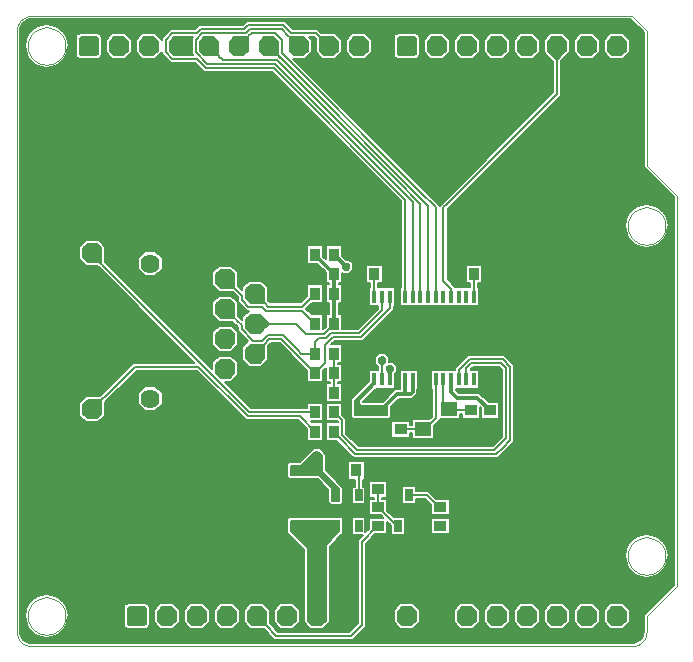
<source format=gbr>
G04 PROTEUS RS274X GERBER FILE*
%FSLAX45Y45*%
%MOMM*%
G01*
%ADD10C,0.190500*%
%ADD11C,0.300000*%
%ADD12C,0.508000*%
%ADD13C,0.609600*%
%AMPPAD004*
4,1,36,
-0.495200,0.800000,
0.495200,0.800000,
0.557520,0.793940,
0.615160,0.776490,
0.666980,0.748770,
0.711890,0.711890,
0.748760,0.666980,
0.776480,0.615160,
0.793930,0.557520,
0.800000,0.495200,
0.800000,-0.495200,
0.793930,-0.557520,
0.776480,-0.615160,
0.748760,-0.666980,
0.711890,-0.711890,
0.666980,-0.748770,
0.615160,-0.776490,
0.557520,-0.793940,
0.495200,-0.800000,
-0.495200,-0.800000,
-0.557520,-0.793940,
-0.615160,-0.776490,
-0.666980,-0.748770,
-0.711890,-0.711890,
-0.748760,-0.666980,
-0.776480,-0.615160,
-0.793930,-0.557520,
-0.800000,-0.495200,
-0.800000,0.495200,
-0.793930,0.557520,
-0.776480,0.615160,
-0.748760,0.666980,
-0.711890,0.711890,
-0.666980,0.748770,
-0.615160,0.776490,
-0.557520,0.793940,
-0.495200,0.800000,
0*%
%ADD14PPAD004*%
%ADD15C,1.600000*%
%ADD16C,2.440000*%
%ADD17C,1.620000*%
%ADD18R,0.350000X1.100000*%
%ADD19R,0.900000X1.050000*%
%ADD70R,1.400000X1.200000*%
%ADD71R,1.050000X0.900000*%
%ADD20R,0.660000X1.000000*%
%ADD21R,0.711200X0.990600*%
%ADD22C,0.025400*%
G36*
X+5307966Y+5196216D02*
X+5307966Y+4053216D01*
X+5561965Y+3799217D01*
X+5561965Y+518783D01*
X+5307965Y+264783D01*
X+5307965Y+128257D01*
X+5305810Y+106112D01*
X+5300031Y+87027D01*
X+5290904Y+69961D01*
X+5278793Y+55211D01*
X+5264038Y+43095D01*
X+5246971Y+33968D01*
X+5227887Y+28190D01*
X+5205743Y+26035D01*
X+128257Y+26035D01*
X+106112Y+28190D01*
X+87028Y+33968D01*
X+69962Y+43095D01*
X+55207Y+55211D01*
X+43096Y+69961D01*
X+33969Y+87027D01*
X+28190Y+106112D01*
X+26035Y+128257D01*
X+26035Y+5205743D01*
X+28190Y+5227887D01*
X+33969Y+5246973D01*
X+43096Y+5264039D01*
X+55208Y+5278792D01*
X+69961Y+5290904D01*
X+87027Y+5300031D01*
X+106112Y+5305810D01*
X+128257Y+5307965D01*
X+5196217Y+5307965D01*
X+5307966Y+5196216D01*
G37*
%LPC*%
G36*
X+5337320Y+946571D02*
X+5337320Y+946572D01*
X+5380860Y+940974D01*
X+5426171Y+922434D01*
X+5428984Y+920250D01*
X+5466838Y+890851D01*
X+5469060Y+887729D01*
X+5499996Y+844254D01*
X+5503236Y+830594D01*
X+5519507Y+762000D01*
X+5518082Y+755992D01*
X+5499996Y+679746D01*
X+5466838Y+633149D01*
X+5426171Y+601566D01*
X+5380860Y+583026D01*
X+5334000Y+577002D01*
X+5330680Y+577428D01*
X+5287140Y+583026D01*
X+5241829Y+601566D01*
X+5239016Y+603750D01*
X+5201162Y+633149D01*
X+5198940Y+636271D01*
X+5168004Y+679746D01*
X+5164764Y+693406D01*
X+5148493Y+762000D01*
X+5149918Y+768008D01*
X+5168004Y+844254D01*
X+5201162Y+890851D01*
X+5241829Y+922434D01*
X+5287140Y+940974D01*
X+5334000Y+946998D01*
X+5337320Y+946571D01*
G37*
G36*
X+5337320Y+3740571D02*
X+5337320Y+3740572D01*
X+5380860Y+3734974D01*
X+5426171Y+3716434D01*
X+5428984Y+3714250D01*
X+5466838Y+3684851D01*
X+5469060Y+3681729D01*
X+5499996Y+3638254D01*
X+5503236Y+3624594D01*
X+5519507Y+3556000D01*
X+5518082Y+3549992D01*
X+5499996Y+3473746D01*
X+5466838Y+3427149D01*
X+5426171Y+3395566D01*
X+5380860Y+3377026D01*
X+5334000Y+3371002D01*
X+5330680Y+3371428D01*
X+5287140Y+3377026D01*
X+5241829Y+3395566D01*
X+5239016Y+3397750D01*
X+5201162Y+3427149D01*
X+5198940Y+3430271D01*
X+5168004Y+3473746D01*
X+5164764Y+3487406D01*
X+5148493Y+3556000D01*
X+5149918Y+3562008D01*
X+5168004Y+3638254D01*
X+5201162Y+3684851D01*
X+5241829Y+3716434D01*
X+5287140Y+3734974D01*
X+5334000Y+3740998D01*
X+5337320Y+3740571D01*
G37*
G36*
X+257320Y+5264571D02*
X+257320Y+5264572D01*
X+300860Y+5258974D01*
X+346171Y+5240434D01*
X+348984Y+5238250D01*
X+386838Y+5208851D01*
X+389060Y+5205729D01*
X+419996Y+5162254D01*
X+423236Y+5148594D01*
X+439507Y+5080000D01*
X+438082Y+5073992D01*
X+419996Y+4997746D01*
X+386838Y+4951149D01*
X+346171Y+4919566D01*
X+300860Y+4901026D01*
X+254000Y+4895002D01*
X+250680Y+4895428D01*
X+207140Y+4901026D01*
X+161829Y+4919566D01*
X+159016Y+4921750D01*
X+121162Y+4951149D01*
X+118940Y+4954271D01*
X+88004Y+4997746D01*
X+84764Y+5011406D01*
X+68493Y+5080000D01*
X+69918Y+5086008D01*
X+88004Y+5162254D01*
X+121162Y+5208851D01*
X+161829Y+5240434D01*
X+207140Y+5258974D01*
X+254000Y+5264998D01*
X+257320Y+5264571D01*
G37*
G36*
X+257320Y+438571D02*
X+257320Y+438572D01*
X+300860Y+432974D01*
X+346171Y+414434D01*
X+348984Y+412250D01*
X+386838Y+382851D01*
X+389060Y+379729D01*
X+419996Y+336254D01*
X+423236Y+322594D01*
X+439507Y+254000D01*
X+438082Y+247992D01*
X+419996Y+171746D01*
X+386838Y+125149D01*
X+346171Y+93566D01*
X+300860Y+75026D01*
X+254000Y+69002D01*
X+250680Y+69428D01*
X+207140Y+75026D01*
X+161829Y+93566D01*
X+159016Y+95750D01*
X+121162Y+125149D01*
X+118940Y+128271D01*
X+88004Y+171746D01*
X+84764Y+185406D01*
X+68493Y+254000D01*
X+69918Y+260008D01*
X+88004Y+336254D01*
X+121162Y+382851D01*
X+161829Y+414434D01*
X+207140Y+432974D01*
X+254000Y+438998D01*
X+257320Y+438571D01*
G37*
G36*
X+2573250Y+1667490D02*
X+2573252Y+1667490D01*
X+2618740Y+1622002D01*
X+2618740Y+1511048D01*
X+2618739Y+1511047D01*
X+2618739Y+1487053D01*
X+2642539Y+1463253D01*
X+2642539Y+1463251D01*
X+2755026Y+1350764D01*
X+2762864Y+1350764D01*
X+2762864Y+1342926D01*
X+2764789Y+1341001D01*
X+2764789Y+1217349D01*
X+2762864Y+1215424D01*
X+2762864Y+1201236D01*
X+2748676Y+1201236D01*
X+2744701Y+1197261D01*
X+2659149Y+1197261D01*
X+2655174Y+1201236D01*
X+2647336Y+1201236D01*
X+2647336Y+1209074D01*
X+2639061Y+1217349D01*
X+2639061Y+1323497D01*
X+2547797Y+1414761D01*
X+2309897Y+1414761D01*
X+2307272Y+1417386D01*
X+2297636Y+1417386D01*
X+2297636Y+1427022D01*
X+2289811Y+1434847D01*
X+2289811Y+1539451D01*
X+2297636Y+1547276D01*
X+2297636Y+1556914D01*
X+2307274Y+1556914D01*
X+2309899Y+1559539D01*
X+2398797Y+1559539D01*
X+2506748Y+1667490D01*
X+2506750Y+1667490D01*
X+2513099Y+1673839D01*
X+2566901Y+1673839D01*
X+2573250Y+1667490D01*
G37*
G36*
X+2748676Y+1090764D02*
X+2762864Y+1090764D01*
X+2762864Y+1076576D01*
X+2764789Y+1074651D01*
X+2764789Y+957347D01*
X+2762864Y+955422D01*
X+2762864Y+941236D01*
X+2748678Y+941236D01*
X+2744703Y+937261D01*
X+2744701Y+937261D01*
X+2650489Y+843049D01*
X+2650489Y+201699D01*
X+2592301Y+143511D01*
X+2487699Y+143511D01*
X+2429511Y+201699D01*
X+2429511Y+817649D01*
X+2309899Y+937261D01*
X+2309897Y+937261D01*
X+2300922Y+946236D01*
X+2297636Y+946236D01*
X+2297636Y+949522D01*
X+2289811Y+957347D01*
X+2289811Y+1074651D01*
X+2297636Y+1082476D01*
X+2297636Y+1085764D01*
X+2300924Y+1085764D01*
X+2309899Y+1094739D01*
X+2744701Y+1094739D01*
X+2748676Y+1090764D01*
G37*
G36*
X+1099426Y+358764D02*
X+1120764Y+358764D01*
X+1120764Y+337426D01*
X+1126489Y+331701D01*
X+1126489Y+176299D01*
X+1120764Y+170574D01*
X+1120764Y+149236D01*
X+1099426Y+149236D01*
X+1093701Y+143511D01*
X+938299Y+143511D01*
X+932574Y+149236D01*
X+911236Y+149236D01*
X+911236Y+170574D01*
X+905511Y+176299D01*
X+905511Y+331701D01*
X+911236Y+337426D01*
X+911236Y+358764D01*
X+932574Y+358764D01*
X+938299Y+364489D01*
X+1093701Y+364489D01*
X+1099426Y+358764D01*
G37*
G36*
X+1332345Y+354445D02*
X+1380489Y+306301D01*
X+1380489Y+201699D01*
X+1322301Y+143511D01*
X+1217699Y+143511D01*
X+1159511Y+201699D01*
X+1159511Y+306301D01*
X+1217699Y+364489D01*
X+1322301Y+364489D01*
X+1332345Y+354445D01*
G37*
G36*
X+1586345Y+354445D02*
X+1634489Y+306301D01*
X+1634489Y+201699D01*
X+1576301Y+143511D01*
X+1471699Y+143511D01*
X+1413511Y+201699D01*
X+1413511Y+306301D01*
X+1471699Y+364489D01*
X+1576301Y+364489D01*
X+1586345Y+354445D01*
G37*
G36*
X+1840345Y+354445D02*
X+1888489Y+306301D01*
X+1888489Y+201699D01*
X+1830301Y+143511D01*
X+1725699Y+143511D01*
X+1667511Y+201699D01*
X+1667511Y+306301D01*
X+1725699Y+364489D01*
X+1830301Y+364489D01*
X+1840345Y+354445D01*
G37*
G36*
X+3137964Y+1257386D02*
X+3094989Y+1257386D01*
X+3094989Y+1245764D01*
X+3137964Y+1245764D01*
X+3137964Y+1147226D01*
X+3194896Y+1090294D01*
X+3286124Y+1090294D01*
X+3286124Y+941706D01*
X+3165476Y+941706D01*
X+3165476Y+1022734D01*
X+3137964Y+1050246D01*
X+3137964Y+946236D01*
X+3033075Y+946236D01*
X+2955289Y+868450D01*
X+2955289Y+163599D01*
X+2846301Y+54611D01*
X+2182899Y+54611D01*
X+2093999Y+143511D01*
X+1979699Y+143511D01*
X+1921511Y+201699D01*
X+1921511Y+306301D01*
X+1979699Y+364489D01*
X+2084301Y+364489D01*
X+2142489Y+306301D01*
X+2142489Y+192001D01*
X+2211301Y+123189D01*
X+2817899Y+123189D01*
X+2886711Y+192001D01*
X+2886711Y+896852D01*
X+2931095Y+941236D01*
X+2837336Y+941236D01*
X+2837336Y+1090764D01*
X+2952864Y+1090764D01*
X+2952864Y+963005D01*
X+2983436Y+993577D01*
X+2983436Y+1085764D01*
X+3102446Y+1085764D01*
X+3081974Y+1106236D01*
X+2983436Y+1106236D01*
X+2983436Y+1245764D01*
X+3026411Y+1245764D01*
X+3026411Y+1257386D01*
X+2983436Y+1257386D01*
X+2983436Y+1396914D01*
X+3137964Y+1396914D01*
X+3137964Y+1257386D01*
G37*
G36*
X+2348345Y+354445D02*
X+2396489Y+306301D01*
X+2396489Y+201699D01*
X+2338301Y+143511D01*
X+2233699Y+143511D01*
X+2175511Y+201699D01*
X+2175511Y+306301D01*
X+2233699Y+364489D01*
X+2338301Y+364489D01*
X+2348345Y+354445D01*
G37*
G36*
X+2736975Y+230379D02*
X+2736975Y+277621D01*
X+2770379Y+311025D01*
X+2817621Y+311025D01*
X+2851025Y+277621D01*
X+2851025Y+230379D01*
X+2817621Y+196975D01*
X+2770379Y+196975D01*
X+2736975Y+230379D01*
G37*
G36*
X+2990975Y+230379D02*
X+2990975Y+277621D01*
X+3024379Y+311025D01*
X+3071621Y+311025D01*
X+3105025Y+277621D01*
X+3105025Y+230379D01*
X+3071621Y+196975D01*
X+3024379Y+196975D01*
X+2990975Y+230379D01*
G37*
G36*
X+3364345Y+354445D02*
X+3412489Y+306301D01*
X+3412489Y+201699D01*
X+3354301Y+143511D01*
X+3249699Y+143511D01*
X+3191511Y+201699D01*
X+3191511Y+306301D01*
X+3249699Y+364489D01*
X+3354301Y+364489D01*
X+3364345Y+354445D01*
G37*
G36*
X+3498975Y+230379D02*
X+3498975Y+277621D01*
X+3532379Y+311025D01*
X+3579621Y+311025D01*
X+3613025Y+277621D01*
X+3613025Y+230379D01*
X+3579621Y+196975D01*
X+3532379Y+196975D01*
X+3498975Y+230379D01*
G37*
G36*
X+3872345Y+354445D02*
X+3920489Y+306301D01*
X+3920489Y+201699D01*
X+3862301Y+143511D01*
X+3757699Y+143511D01*
X+3699511Y+201699D01*
X+3699511Y+306301D01*
X+3757699Y+364489D01*
X+3862301Y+364489D01*
X+3872345Y+354445D01*
G37*
G36*
X+4126345Y+354445D02*
X+4174489Y+306301D01*
X+4174489Y+201699D01*
X+4116301Y+143511D01*
X+4011699Y+143511D01*
X+3953511Y+201699D01*
X+3953511Y+306301D01*
X+4011699Y+364489D01*
X+4116301Y+364489D01*
X+4126345Y+354445D01*
G37*
G36*
X+4380345Y+354445D02*
X+4428489Y+306301D01*
X+4428489Y+201699D01*
X+4370301Y+143511D01*
X+4265699Y+143511D01*
X+4207511Y+201699D01*
X+4207511Y+306301D01*
X+4265699Y+364489D01*
X+4370301Y+364489D01*
X+4380345Y+354445D01*
G37*
G36*
X+4634345Y+354445D02*
X+4682489Y+306301D01*
X+4682489Y+201699D01*
X+4624301Y+143511D01*
X+4519699Y+143511D01*
X+4461511Y+201699D01*
X+4461511Y+306301D01*
X+4519699Y+364489D01*
X+4624301Y+364489D01*
X+4634345Y+354445D01*
G37*
G36*
X+4888345Y+354445D02*
X+4936489Y+306301D01*
X+4936489Y+201699D01*
X+4878301Y+143511D01*
X+4773699Y+143511D01*
X+4715511Y+201699D01*
X+4715511Y+306301D01*
X+4773699Y+364489D01*
X+4878301Y+364489D01*
X+4888345Y+354445D01*
G37*
G36*
X+5142345Y+354445D02*
X+5190489Y+306301D01*
X+5190489Y+201699D01*
X+5132301Y+143511D01*
X+5027699Y+143511D01*
X+4969511Y+201699D01*
X+4969511Y+306301D01*
X+5027699Y+364489D01*
X+5132301Y+364489D01*
X+5142345Y+354445D01*
G37*
G36*
X+693026Y+5184764D02*
X+714364Y+5184764D01*
X+714364Y+5163426D01*
X+720089Y+5157701D01*
X+720089Y+5002299D01*
X+714364Y+4996574D01*
X+714364Y+4975236D01*
X+693026Y+4975236D01*
X+687301Y+4969511D01*
X+531899Y+4969511D01*
X+526174Y+4975236D01*
X+504836Y+4975236D01*
X+504836Y+4996574D01*
X+499111Y+5002299D01*
X+499111Y+5157701D01*
X+504836Y+5163426D01*
X+504836Y+5184764D01*
X+526174Y+5184764D01*
X+531899Y+5190489D01*
X+687301Y+5190489D01*
X+693026Y+5184764D01*
G37*
G36*
X+925945Y+5180445D02*
X+974089Y+5132301D01*
X+974089Y+5027699D01*
X+915901Y+4969511D01*
X+811299Y+4969511D01*
X+753111Y+5027699D01*
X+753111Y+5132301D01*
X+811299Y+5190489D01*
X+915901Y+5190489D01*
X+925945Y+5180445D01*
G37*
G36*
X+2339773Y+5224722D02*
X+2545368Y+5224722D01*
X+2579601Y+5190489D01*
X+2693901Y+5190489D01*
X+2752089Y+5132301D01*
X+2752089Y+5027699D01*
X+2693901Y+4969511D01*
X+2589299Y+4969511D01*
X+2531111Y+5027699D01*
X+2531111Y+5141999D01*
X+2516966Y+5156144D01*
X+2474246Y+5156144D01*
X+2498089Y+5132301D01*
X+2498089Y+5027699D01*
X+2439901Y+4969511D01*
X+2341027Y+4969511D01*
X+3580399Y+3730139D01*
X+4537711Y+4687451D01*
X+4537711Y+4951499D01*
X+4532574Y+4956636D01*
X+4532572Y+4956636D01*
X+4499611Y+4989597D01*
X+4499611Y+4989599D01*
X+4461511Y+5027699D01*
X+4461511Y+5132301D01*
X+4519699Y+5190489D01*
X+4624301Y+5190489D01*
X+4682489Y+5132301D01*
X+4682489Y+5027699D01*
X+4644389Y+4989599D01*
X+4644389Y+4989597D01*
X+4611428Y+4956636D01*
X+4611426Y+4956636D01*
X+4606289Y+4951499D01*
X+4606289Y+4659049D01*
X+3647789Y+3700549D01*
X+3647789Y+3106651D01*
X+3712789Y+3041651D01*
X+3712789Y+3038864D01*
X+3839211Y+3038864D01*
X+3839211Y+3072336D01*
X+3803736Y+3072336D01*
X+3803736Y+3226864D01*
X+3943264Y+3226864D01*
X+3943264Y+3072336D01*
X+3907789Y+3072336D01*
X+3907789Y+3038864D01*
X+3915764Y+3038864D01*
X+3915764Y+2879336D01*
X+3246236Y+2879336D01*
X+3246236Y+3038864D01*
X+3254211Y+3038864D01*
X+3254211Y+3765731D01*
X+2160515Y+4859427D01*
X+1586609Y+4859427D01*
X+1510760Y+4935276D01*
X+1305082Y+4935276D01*
X+1226872Y+5013486D01*
X+1226872Y+5026482D01*
X+1169901Y+4969511D01*
X+1065299Y+4969511D01*
X+1007111Y+5027699D01*
X+1007111Y+5132301D01*
X+1065299Y+5190489D01*
X+1169901Y+5190489D01*
X+1226872Y+5133518D01*
X+1226872Y+5146422D01*
X+1305141Y+5224691D01*
X+1510684Y+5224691D01*
X+1544951Y+5258958D01*
X+1913305Y+5258958D01*
X+1947522Y+5293175D01*
X+2271320Y+5293175D01*
X+2339773Y+5224722D01*
G37*
G36*
X+2957945Y+5180445D02*
X+3006089Y+5132301D01*
X+3006089Y+5027699D01*
X+2947901Y+4969511D01*
X+2843299Y+4969511D01*
X+2785111Y+5027699D01*
X+2785111Y+5132301D01*
X+2843299Y+5190489D01*
X+2947901Y+5190489D01*
X+2957945Y+5180445D01*
G37*
G36*
X+3385426Y+5184764D02*
X+3406764Y+5184764D01*
X+3406764Y+5163426D01*
X+3412489Y+5157701D01*
X+3412489Y+5002299D01*
X+3406764Y+4996574D01*
X+3406764Y+4975236D01*
X+3385426Y+4975236D01*
X+3379701Y+4969511D01*
X+3224299Y+4969511D01*
X+3218574Y+4975236D01*
X+3197236Y+4975236D01*
X+3197236Y+4996574D01*
X+3191511Y+5002299D01*
X+3191511Y+5157701D01*
X+3197236Y+5163426D01*
X+3197236Y+5184764D01*
X+3218574Y+5184764D01*
X+3224299Y+5190489D01*
X+3379701Y+5190489D01*
X+3385426Y+5184764D01*
G37*
G36*
X+3618345Y+5180445D02*
X+3666489Y+5132301D01*
X+3666489Y+5027699D01*
X+3608301Y+4969511D01*
X+3503699Y+4969511D01*
X+3445511Y+5027699D01*
X+3445511Y+5132301D01*
X+3503699Y+5190489D01*
X+3608301Y+5190489D01*
X+3618345Y+5180445D01*
G37*
G36*
X+3872345Y+5180445D02*
X+3920489Y+5132301D01*
X+3920489Y+5027699D01*
X+3862301Y+4969511D01*
X+3757699Y+4969511D01*
X+3699511Y+5027699D01*
X+3699511Y+5132301D01*
X+3757699Y+5190489D01*
X+3862301Y+5190489D01*
X+3872345Y+5180445D01*
G37*
G36*
X+4126345Y+5180445D02*
X+4174489Y+5132301D01*
X+4174489Y+5027699D01*
X+4116301Y+4969511D01*
X+4011699Y+4969511D01*
X+3953511Y+5027699D01*
X+3953511Y+5132301D01*
X+4011699Y+5190489D01*
X+4116301Y+5190489D01*
X+4126345Y+5180445D01*
G37*
G36*
X+4380345Y+5180445D02*
X+4428489Y+5132301D01*
X+4428489Y+5027699D01*
X+4370301Y+4969511D01*
X+4265699Y+4969511D01*
X+4207511Y+5027699D01*
X+4207511Y+5132301D01*
X+4265699Y+5190489D01*
X+4370301Y+5190489D01*
X+4380345Y+5180445D01*
G37*
G36*
X+4888345Y+5180445D02*
X+4936489Y+5132301D01*
X+4936489Y+5027699D01*
X+4878301Y+4969511D01*
X+4773699Y+4969511D01*
X+4715511Y+5027699D01*
X+4715511Y+5132301D01*
X+4773699Y+5190489D01*
X+4878301Y+5190489D01*
X+4888345Y+5180445D01*
G37*
G36*
X+5142345Y+5180445D02*
X+5190489Y+5132301D01*
X+5190489Y+5027699D01*
X+5132301Y+4969511D01*
X+5027699Y+4969511D01*
X+4969511Y+5027699D01*
X+4969511Y+5132301D01*
X+5027699Y+5190489D01*
X+5132301Y+5190489D01*
X+5142345Y+5180445D01*
G37*
G36*
X+2757064Y+3306126D02*
X+2790401Y+3272789D01*
X+2815801Y+3272789D01*
X+2848589Y+3240001D01*
X+2848589Y+3186199D01*
X+2815801Y+3153411D01*
X+2761999Y+3153411D01*
X+2757064Y+3158346D01*
X+2757064Y+3072336D01*
X+2727064Y+3072336D01*
X+2727064Y+3061764D01*
X+2757064Y+3061764D01*
X+2757064Y+2907236D01*
X+2727064Y+2907236D01*
X+2727064Y+2807764D01*
X+2757064Y+2807764D01*
X+2757064Y+2686743D01*
X+2888346Y+2686743D01*
X+3059211Y+2857608D01*
X+3059211Y+2879336D01*
X+2986236Y+2879336D01*
X+2986236Y+3038864D01*
X+2994211Y+3038864D01*
X+2994211Y+3072336D01*
X+2958736Y+3072336D01*
X+2958736Y+3226864D01*
X+3098264Y+3226864D01*
X+3098264Y+3072336D01*
X+3062789Y+3072336D01*
X+3062789Y+3038864D01*
X+3200764Y+3038864D01*
X+3200764Y+2879336D01*
X+3192789Y+2879336D01*
X+3192789Y+2845849D01*
X+2930855Y+2583915D01*
X+2693509Y+2583915D01*
X+2663358Y+2553764D01*
X+2757064Y+2553764D01*
X+2757064Y+2399236D01*
X+2721589Y+2399236D01*
X+2721589Y+2388664D01*
X+2757064Y+2388664D01*
X+2757064Y+2234136D01*
X+2721589Y+2234136D01*
X+2721589Y+2223564D01*
X+2757064Y+2223564D01*
X+2757064Y+2069036D01*
X+2617536Y+2069036D01*
X+2617536Y+2223564D01*
X+2653011Y+2223564D01*
X+2653011Y+2234136D01*
X+2617536Y+2234136D01*
X+2617536Y+2353146D01*
X+2597064Y+2332674D01*
X+2597064Y+2234136D01*
X+2457536Y+2234136D01*
X+2457536Y+2332674D01*
X+2227383Y+2562827D01*
X+2154096Y+2562827D01*
X+2129789Y+2538520D01*
X+2129789Y+2424199D01*
X+2071601Y+2366011D01*
X+1966999Y+2366011D01*
X+1908811Y+2424199D01*
X+1908811Y+2528801D01*
X+1959305Y+2579295D01*
X+1890799Y+2647801D01*
X+1890797Y+2647801D01*
X+1870711Y+2667887D01*
X+1870711Y+2703599D01*
X+1827299Y+2747011D01*
X+1712999Y+2747011D01*
X+1654811Y+2805199D01*
X+1654811Y+2909801D01*
X+1712999Y+2967989D01*
X+1817601Y+2967989D01*
X+1875789Y+2909801D01*
X+1875789Y+2795501D01*
X+1908811Y+2762479D01*
X+1908811Y+2782801D01*
X+1965790Y+2839780D01*
X+1948412Y+2839780D01*
X+1928326Y+2859866D01*
X+1928326Y+2859868D01*
X+1902491Y+2885703D01*
X+1902489Y+2885703D01*
X+1882403Y+2905789D01*
X+1874576Y+2913619D01*
X+1874576Y+2954066D01*
X+1827629Y+3001011D01*
X+1712999Y+3001011D01*
X+1654811Y+3059199D01*
X+1654811Y+3163801D01*
X+1712999Y+3221989D01*
X+1817601Y+3221989D01*
X+1875789Y+3163801D01*
X+1875789Y+3049835D01*
X+1908811Y+3016813D01*
X+1908811Y+3036801D01*
X+1966999Y+3094989D01*
X+2071601Y+3094989D01*
X+2109701Y+3056889D01*
X+2109703Y+3056889D01*
X+2129789Y+3036803D01*
X+2129789Y+2922501D01*
X+2142902Y+2909388D01*
X+2403698Y+2909388D01*
X+2457536Y+2963226D01*
X+2457536Y+3061764D01*
X+2597064Y+3061764D01*
X+2597064Y+2907236D01*
X+2498526Y+2907236D01*
X+2448790Y+2857500D01*
X+2498526Y+2807764D01*
X+2597064Y+2807764D01*
X+2597064Y+2683654D01*
X+2617536Y+2704126D01*
X+2617536Y+2807764D01*
X+2647536Y+2807764D01*
X+2647536Y+2907236D01*
X+2617536Y+2907236D01*
X+2617536Y+3061764D01*
X+2647536Y+3061764D01*
X+2647536Y+3072336D01*
X+2617536Y+3072336D01*
X+2617536Y+3163130D01*
X+2543230Y+3237436D01*
X+2457536Y+3237436D01*
X+2457536Y+3391964D01*
X+2597064Y+3391964D01*
X+2597064Y+3296070D01*
X+2617536Y+3275598D01*
X+2617536Y+3391964D01*
X+2757064Y+3391964D01*
X+2757064Y+3306126D01*
G37*
G36*
X+1827645Y+2703945D02*
X+1875789Y+2655801D01*
X+1875789Y+2551199D01*
X+1817601Y+2493011D01*
X+1712999Y+2493011D01*
X+1654811Y+2551199D01*
X+1654811Y+2655801D01*
X+1712999Y+2713989D01*
X+1817601Y+2713989D01*
X+1827645Y+2703945D01*
G37*
G36*
X+702645Y+3429945D02*
X+750789Y+3381801D01*
X+750789Y+3248863D01*
X+1654811Y+2344841D01*
X+1654811Y+2401801D01*
X+1712999Y+2459989D01*
X+1817601Y+2459989D01*
X+1875789Y+2401801D01*
X+1875789Y+2297199D01*
X+1817601Y+2239011D01*
X+1760641Y+2239011D01*
X+1984163Y+2015489D01*
X+2457536Y+2015489D01*
X+2457536Y+2058464D01*
X+2597064Y+2058464D01*
X+2597064Y+1903936D01*
X+2487954Y+1903936D01*
X+2498526Y+1893364D01*
X+2597064Y+1893364D01*
X+2597064Y+1738836D01*
X+2457536Y+1738836D01*
X+2457536Y+1837374D01*
X+2382214Y+1912696D01*
X+1941534Y+1912696D01*
X+1523154Y+2331076D01*
X+1015366Y+2331076D01*
X+750789Y+2066499D01*
X+750789Y+1952199D01*
X+692601Y+1894011D01*
X+587999Y+1894011D01*
X+529811Y+1952199D01*
X+529811Y+2056801D01*
X+587999Y+2114989D01*
X+702299Y+2114989D01*
X+986964Y+2399654D01*
X+1503018Y+2399654D01*
X+702299Y+3200373D01*
X+702297Y+3200373D01*
X+683659Y+3219011D01*
X+587999Y+3219011D01*
X+529811Y+3277199D01*
X+529811Y+3381801D01*
X+587999Y+3439989D01*
X+692601Y+3439989D01*
X+702645Y+3429945D01*
G37*
G36*
X+1962275Y+2198879D02*
X+1962275Y+2246121D01*
X+1995679Y+2279525D01*
X+2042921Y+2279525D01*
X+2076325Y+2246121D01*
X+2076325Y+2198879D01*
X+2042921Y+2165475D01*
X+1995679Y+2165475D01*
X+1962275Y+2198879D01*
G37*
G36*
X+583275Y+3051879D02*
X+583275Y+3099121D01*
X+616679Y+3132525D01*
X+663921Y+3132525D01*
X+697325Y+3099121D01*
X+697325Y+3051879D01*
X+663921Y+3018475D01*
X+616679Y+3018475D01*
X+583275Y+3051879D01*
G37*
G36*
X+583275Y+2234879D02*
X+583275Y+2282121D01*
X+616679Y+2315525D01*
X+663921Y+2315525D01*
X+697325Y+2282121D01*
X+697325Y+2234879D01*
X+663921Y+2201475D01*
X+616679Y+2201475D01*
X+583275Y+2234879D01*
G37*
G36*
X+1473004Y+3350475D02*
X+1397596Y+3350475D01*
X+1344275Y+3403796D01*
X+1344275Y+3479204D01*
X+1397596Y+3532525D01*
X+1473004Y+3532525D01*
X+1526325Y+3479204D01*
X+1526325Y+3403796D01*
X+1473004Y+3350475D01*
G37*
G36*
X+1473004Y+1801475D02*
X+1397596Y+1801475D01*
X+1344275Y+1854796D01*
X+1344275Y+1930204D01*
X+1397596Y+1983525D01*
X+1473004Y+1983525D01*
X+1526325Y+1930204D01*
X+1526325Y+1854796D01*
X+1473004Y+1801475D01*
G37*
G36*
X+1174109Y+3132736D02*
X+1086491Y+3132736D01*
X+1024536Y+3194691D01*
X+1024536Y+3282309D01*
X+1086491Y+3344264D01*
X+1174109Y+3344264D01*
X+1236064Y+3282309D01*
X+1236064Y+3194691D01*
X+1174109Y+3132736D01*
G37*
G36*
X+1174109Y+1989736D02*
X+1086491Y+1989736D01*
X+1024536Y+2051691D01*
X+1024536Y+2139309D01*
X+1086491Y+2201264D01*
X+1174109Y+2201264D01*
X+1236064Y+2139309D01*
X+1236064Y+2051691D01*
X+1174109Y+1989736D01*
G37*
G36*
X+3213975Y+2955155D02*
X+3213975Y+2963045D01*
X+3219555Y+2968625D01*
X+3227445Y+2968625D01*
X+3233025Y+2963045D01*
X+3233025Y+2955155D01*
X+3227445Y+2949575D01*
X+3219555Y+2949575D01*
X+3213975Y+2955155D01*
G37*
G36*
X+3133101Y+2465289D02*
X+3133103Y+2465289D01*
X+3153189Y+2445203D01*
X+3153189Y+2407689D01*
X+3185403Y+2407689D01*
X+3205489Y+2387603D01*
X+3205489Y+2387601D01*
X+3218189Y+2374901D01*
X+3218189Y+2321099D01*
X+3205489Y+2308399D01*
X+3205489Y+2308397D01*
X+3200764Y+2303672D01*
X+3200764Y+2179336D01*
X+3040770Y+2179336D01*
X+2928923Y+2067489D01*
X+3098855Y+2067489D01*
X+3205930Y+2174564D01*
X+3248736Y+2174564D01*
X+3248736Y+2179336D01*
X+3246236Y+2179336D01*
X+3246236Y+2338864D01*
X+3395764Y+2338864D01*
X+3395764Y+2179336D01*
X+3393264Y+2179336D01*
X+3393264Y+2135130D01*
X+3351190Y+2093056D01*
X+3236890Y+2093056D01*
X+3167789Y+2023955D01*
X+3167789Y+1942799D01*
X+3159964Y+1934974D01*
X+3159964Y+1925336D01*
X+3150326Y+1925336D01*
X+3147701Y+1922711D01*
X+2852599Y+1922711D01*
X+2849974Y+1925336D01*
X+2840336Y+1925336D01*
X+2840336Y+1934974D01*
X+2832511Y+1942799D01*
X+2832511Y+2088901D01*
X+2986236Y+2242626D01*
X+2986236Y+2338864D01*
X+3059211Y+2338864D01*
X+3059211Y+2365997D01*
X+3046511Y+2378697D01*
X+3046511Y+2378699D01*
X+3033811Y+2391399D01*
X+3033811Y+2445201D01*
X+3066599Y+2477989D01*
X+3120401Y+2477989D01*
X+3133101Y+2465289D01*
G37*
G36*
X+3213975Y+2255155D02*
X+3213975Y+2263045D01*
X+3219555Y+2268625D01*
X+3227445Y+2268625D01*
X+3233025Y+2263045D01*
X+3233025Y+2255155D01*
X+3227445Y+2249575D01*
X+3219555Y+2249575D01*
X+3213975Y+2255155D01*
G37*
G36*
X+3408975Y+2255155D02*
X+3408975Y+2263045D01*
X+3414555Y+2268625D01*
X+3422445Y+2268625D01*
X+3428025Y+2263045D01*
X+3428025Y+2255155D01*
X+3422445Y+2249575D01*
X+3414555Y+2249575D01*
X+3408975Y+2255155D01*
G37*
G36*
X+3473975Y+2255155D02*
X+3473975Y+2263045D01*
X+3479555Y+2268625D01*
X+3487445Y+2268625D01*
X+3493025Y+2263045D01*
X+3493025Y+2255155D01*
X+3487445Y+2249575D01*
X+3479555Y+2249575D01*
X+3473975Y+2255155D01*
G37*
G36*
X+4138017Y+2455428D02*
X+4214569Y+2378876D01*
X+4214569Y+1731351D01*
X+4194483Y+1711265D01*
X+4194481Y+1711265D01*
X+4073295Y+1590079D01*
X+2853779Y+1590079D01*
X+2833693Y+1610165D01*
X+2833693Y+1610167D01*
X+2705024Y+1738836D01*
X+2617536Y+1738836D01*
X+2617536Y+1893364D01*
X+2722747Y+1893364D01*
X+2722747Y+1897263D01*
X+2716074Y+1903936D01*
X+2617536Y+1903936D01*
X+2617536Y+2058464D01*
X+2757064Y+2058464D01*
X+2757064Y+1959926D01*
X+2791325Y+1925665D01*
X+2791325Y+1797931D01*
X+2896367Y+1692889D01*
X+4030750Y+1692889D01*
X+4111768Y+1773907D01*
X+4111768Y+2336317D01*
X+4085440Y+2362645D01*
X+3862561Y+2362645D01*
X+3842789Y+2342873D01*
X+3842789Y+2338864D01*
X+3915764Y+2338864D01*
X+3915764Y+2179336D01*
X+3718264Y+2179336D01*
X+3718264Y+2171028D01*
X+3744962Y+2144330D01*
X+3916804Y+2144330D01*
X+3996270Y+2064864D01*
X+4087064Y+2064864D01*
X+4087064Y+1925336D01*
X+3932536Y+1925336D01*
X+3932536Y+2016130D01*
X+3921964Y+2026702D01*
X+3921964Y+1925336D01*
X+3767436Y+1925336D01*
X+3767436Y+1960811D01*
X+3755314Y+1960811D01*
X+3755314Y+1920336D01*
X+3582789Y+1920336D01*
X+3582789Y+1914699D01*
X+3535314Y+1867224D01*
X+3535314Y+1750336D01*
X+3345786Y+1750336D01*
X+3345786Y+1800811D01*
X+3327314Y+1800811D01*
X+3327314Y+1765336D01*
X+3172786Y+1765336D01*
X+3172786Y+1904864D01*
X+3327314Y+1904864D01*
X+3327314Y+1869389D01*
X+3345786Y+1869389D01*
X+3345786Y+1919864D01*
X+3490974Y+1919864D01*
X+3514211Y+1943101D01*
X+3514211Y+2179336D01*
X+3506236Y+2179336D01*
X+3506236Y+2338864D01*
X+3709211Y+2338864D01*
X+3709211Y+2354638D01*
X+3820045Y+2465472D01*
X+4127973Y+2465472D01*
X+4138017Y+2455428D01*
G37*
G36*
X+2552065Y+2156558D02*
X+2552065Y+2136042D01*
X+2537558Y+2121535D01*
X+2517042Y+2121535D01*
X+2502535Y+2136042D01*
X+2502535Y+2156558D01*
X+2517042Y+2171065D01*
X+2537558Y+2171065D01*
X+2552065Y+2156558D01*
G37*
G36*
X+2552065Y+3159858D02*
X+2552065Y+3139342D01*
X+2537558Y+3124835D01*
X+2517042Y+3124835D01*
X+2502535Y+3139342D01*
X+2502535Y+3159858D01*
X+2517042Y+3174365D01*
X+2537558Y+3174365D01*
X+2552065Y+3159858D01*
G37*
G36*
X+3685315Y+1845358D02*
X+3685315Y+1824842D01*
X+3670808Y+1810335D01*
X+3650292Y+1810335D01*
X+3635785Y+1824842D01*
X+3635785Y+1845358D01*
X+3650292Y+1859865D01*
X+3670808Y+1859865D01*
X+3685315Y+1845358D01*
G37*
G36*
X+3465315Y+2015358D02*
X+3465315Y+1994842D01*
X+3450808Y+1980335D01*
X+3430292Y+1980335D01*
X+3415785Y+1994842D01*
X+3415785Y+2015358D01*
X+3430292Y+2029865D01*
X+3450808Y+2029865D01*
X+3465315Y+2015358D01*
G37*
G36*
X+3738265Y+3159858D02*
X+3738265Y+3139342D01*
X+3723758Y+3124835D01*
X+3703242Y+3124835D01*
X+3688735Y+3139342D01*
X+3688735Y+3159858D01*
X+3703242Y+3174365D01*
X+3723758Y+3174365D01*
X+3738265Y+3159858D01*
G37*
G36*
X+3213265Y+3159858D02*
X+3213265Y+3139342D01*
X+3198758Y+3124835D01*
X+3178242Y+3124835D01*
X+3163735Y+3139342D01*
X+3163735Y+3159858D01*
X+3178242Y+3174365D01*
X+3198758Y+3174365D01*
X+3213265Y+3159858D01*
G37*
G36*
X+3274815Y+2005358D02*
X+3274815Y+1984842D01*
X+3260308Y+1970335D01*
X+3239792Y+1970335D01*
X+3225285Y+1984842D01*
X+3225285Y+2005358D01*
X+3239792Y+2019865D01*
X+3260308Y+2019865D01*
X+3274815Y+2005358D01*
G37*
G36*
X+3848645Y+1825575D02*
X+3840755Y+1825575D01*
X+3835175Y+1831155D01*
X+3835175Y+1839045D01*
X+3840755Y+1844625D01*
X+3848645Y+1844625D01*
X+3854225Y+1839045D01*
X+3854225Y+1831155D01*
X+3848645Y+1825575D01*
G37*
G36*
X+4034565Y+1845358D02*
X+4034565Y+1824842D01*
X+4020058Y+1810335D01*
X+3999542Y+1810335D01*
X+3985035Y+1824842D01*
X+3985035Y+1845358D01*
X+3999542Y+1859865D01*
X+4020058Y+1859865D01*
X+4034565Y+1845358D01*
G37*
G36*
X+2942365Y+1845358D02*
X+2942365Y+1824842D01*
X+2927858Y+1810335D01*
X+2907342Y+1810335D01*
X+2892835Y+1824842D01*
X+2892835Y+1845358D01*
X+2907342Y+1859865D01*
X+2927858Y+1859865D01*
X+2942365Y+1845358D01*
G37*
G36*
X+3107465Y+1845358D02*
X+3107465Y+1824842D01*
X+3092958Y+1810335D01*
X+3072442Y+1810335D01*
X+3057935Y+1824842D01*
X+3057935Y+1845358D01*
X+3072442Y+1859865D01*
X+3092958Y+1859865D01*
X+3107465Y+1845358D01*
G37*
G36*
X+2824865Y+1026258D02*
X+2824865Y+1005742D01*
X+2810358Y+991235D01*
X+2789842Y+991235D01*
X+2775335Y+1005742D01*
X+2775335Y+1026258D01*
X+2789842Y+1040765D01*
X+2810358Y+1040765D01*
X+2824865Y+1026258D01*
G37*
G36*
X+2946314Y+1409886D02*
X+2929389Y+1409886D01*
X+2929389Y+1350764D01*
X+2952864Y+1350764D01*
X+2952864Y+1201236D01*
X+2837336Y+1201236D01*
X+2837336Y+1350764D01*
X+2860811Y+1350764D01*
X+2860811Y+1409886D01*
X+2806786Y+1409886D01*
X+2806786Y+1564414D01*
X+2946314Y+1564414D01*
X+2946314Y+1409886D01*
G37*
G36*
X+3441065Y+1026258D02*
X+3441065Y+1005742D01*
X+3426558Y+991235D01*
X+3406042Y+991235D01*
X+3391535Y+1005742D01*
X+3391535Y+1026258D01*
X+3406042Y+1040765D01*
X+3426558Y+1040765D01*
X+3441065Y+1026258D01*
G37*
G36*
X+3380104Y+1311909D02*
X+3486381Y+1311909D01*
X+3552526Y+1245764D01*
X+3665014Y+1245764D01*
X+3665014Y+1106236D01*
X+3510486Y+1106236D01*
X+3510486Y+1190824D01*
X+3457979Y+1243331D01*
X+3380104Y+1243331D01*
X+3380104Y+1203326D01*
X+3259456Y+1203326D01*
X+3259456Y+1351914D01*
X+3380104Y+1351914D01*
X+3380104Y+1311909D01*
G37*
G36*
X+2564765Y+1186258D02*
X+2564765Y+1165742D01*
X+2550258Y+1151235D01*
X+2529742Y+1151235D01*
X+2515235Y+1165742D01*
X+2515235Y+1186258D01*
X+2529742Y+1200765D01*
X+2550258Y+1200765D01*
X+2564765Y+1186258D01*
G37*
G36*
X+3665014Y+946236D02*
X+3510486Y+946236D01*
X+3510486Y+1085764D01*
X+3665014Y+1085764D01*
X+3665014Y+946236D01*
G37*
G36*
X+3085465Y+1497408D02*
X+3085465Y+1476892D01*
X+3070958Y+1462385D01*
X+3050442Y+1462385D01*
X+3035935Y+1476892D01*
X+3035935Y+1497408D01*
X+3050442Y+1511915D01*
X+3070958Y+1511915D01*
X+3085465Y+1497408D01*
G37*
G36*
X+2564765Y+1337408D02*
X+2564765Y+1316892D01*
X+2550258Y+1302385D01*
X+2529742Y+1302385D01*
X+2515235Y+1316892D01*
X+2515235Y+1337408D01*
X+2529742Y+1351915D01*
X+2550258Y+1351915D01*
X+2564765Y+1337408D01*
G37*
G36*
X+2399665Y+1337408D02*
X+2399665Y+1316892D01*
X+2385158Y+1302385D01*
X+2364642Y+1302385D01*
X+2350135Y+1316892D01*
X+2350135Y+1337408D01*
X+2364642Y+1351915D01*
X+2385158Y+1351915D01*
X+2399665Y+1337408D01*
G37*
G36*
X+2741315Y+1497408D02*
X+2741315Y+1476892D01*
X+2726808Y+1462385D01*
X+2706292Y+1462385D01*
X+2691785Y+1476892D01*
X+2691785Y+1497408D01*
X+2706292Y+1511915D01*
X+2726808Y+1511915D01*
X+2741315Y+1497408D01*
G37*
G36*
X+2399665Y+1186258D02*
X+2399665Y+1165742D01*
X+2385158Y+1151235D01*
X+2364642Y+1151235D01*
X+2350135Y+1165742D01*
X+2350135Y+1186258D01*
X+2364642Y+1200765D01*
X+2385158Y+1200765D01*
X+2399665Y+1186258D01*
G37*
G36*
X+737235Y+243742D02*
X+737235Y+264258D01*
X+751742Y+278765D01*
X+772258Y+278765D01*
X+786765Y+264258D01*
X+786765Y+243742D01*
X+772258Y+229235D01*
X+751742Y+229235D01*
X+737235Y+243742D01*
G37*
G36*
X+483235Y+497742D02*
X+483235Y+518258D01*
X+497742Y+532765D01*
X+518258Y+532765D01*
X+532765Y+518258D01*
X+532765Y+497742D01*
X+518258Y+483235D01*
X+497742Y+483235D01*
X+483235Y+497742D01*
G37*
G36*
X+229235Y+751742D02*
X+229235Y+772258D01*
X+243742Y+786765D01*
X+264258Y+786765D01*
X+278765Y+772258D01*
X+278765Y+751742D01*
X+264258Y+737235D01*
X+243742Y+737235D01*
X+229235Y+751742D01*
G37*
G36*
X+737235Y+751742D02*
X+737235Y+772258D01*
X+751742Y+786765D01*
X+772258Y+786765D01*
X+786765Y+772258D01*
X+786765Y+751742D01*
X+772258Y+737235D01*
X+751742Y+737235D01*
X+737235Y+751742D01*
G37*
G36*
X+991235Y+497742D02*
X+991235Y+518258D01*
X+1005742Y+532765D01*
X+1026258Y+532765D01*
X+1040765Y+518258D01*
X+1040765Y+497742D01*
X+1026258Y+483235D01*
X+1005742Y+483235D01*
X+991235Y+497742D01*
G37*
G36*
X+1245235Y+751742D02*
X+1245235Y+772258D01*
X+1259742Y+786765D01*
X+1280258Y+786765D01*
X+1294765Y+772258D01*
X+1294765Y+751742D01*
X+1280258Y+737235D01*
X+1259742Y+737235D01*
X+1245235Y+751742D01*
G37*
G36*
X+1499235Y+497742D02*
X+1499235Y+518258D01*
X+1513742Y+532765D01*
X+1534258Y+532765D01*
X+1548765Y+518258D01*
X+1548765Y+497742D01*
X+1534258Y+483235D01*
X+1513742Y+483235D01*
X+1499235Y+497742D01*
G37*
G36*
X+1753235Y+751742D02*
X+1753235Y+772258D01*
X+1767742Y+786765D01*
X+1788258Y+786765D01*
X+1802765Y+772258D01*
X+1802765Y+751742D01*
X+1788258Y+737235D01*
X+1767742Y+737235D01*
X+1753235Y+751742D01*
G37*
G36*
X+2007235Y+497742D02*
X+2007235Y+518258D01*
X+2021742Y+532765D01*
X+2042258Y+532765D01*
X+2056765Y+518258D01*
X+2056765Y+497742D01*
X+2042258Y+483235D01*
X+2021742Y+483235D01*
X+2007235Y+497742D01*
G37*
G36*
X+2261235Y+751742D02*
X+2261235Y+772258D01*
X+2275742Y+786765D01*
X+2296258Y+786765D01*
X+2310765Y+772258D01*
X+2310765Y+751742D01*
X+2296258Y+737235D01*
X+2275742Y+737235D01*
X+2261235Y+751742D01*
G37*
G36*
X+2007235Y+1005742D02*
X+2007235Y+1026258D01*
X+2021742Y+1040765D01*
X+2042258Y+1040765D01*
X+2056765Y+1026258D01*
X+2056765Y+1005742D01*
X+2042258Y+991235D01*
X+2021742Y+991235D01*
X+2007235Y+1005742D01*
G37*
G36*
X+1499235Y+1005742D02*
X+1499235Y+1026258D01*
X+1513742Y+1040765D01*
X+1534258Y+1040765D01*
X+1548765Y+1026258D01*
X+1548765Y+1005742D01*
X+1534258Y+991235D01*
X+1513742Y+991235D01*
X+1499235Y+1005742D01*
G37*
G36*
X+991235Y+1005742D02*
X+991235Y+1026258D01*
X+1005742Y+1040765D01*
X+1026258Y+1040765D01*
X+1040765Y+1026258D01*
X+1040765Y+1005742D01*
X+1026258Y+991235D01*
X+1005742Y+991235D01*
X+991235Y+1005742D01*
G37*
G36*
X+483235Y+1005742D02*
X+483235Y+1026258D01*
X+497742Y+1040765D01*
X+518258Y+1040765D01*
X+532765Y+1026258D01*
X+532765Y+1005742D01*
X+518258Y+991235D01*
X+497742Y+991235D01*
X+483235Y+1005742D01*
G37*
G36*
X+229235Y+1259742D02*
X+229235Y+1280258D01*
X+243742Y+1294765D01*
X+264258Y+1294765D01*
X+278765Y+1280258D01*
X+278765Y+1259742D01*
X+264258Y+1245235D01*
X+243742Y+1245235D01*
X+229235Y+1259742D01*
G37*
G36*
X+737235Y+1259742D02*
X+737235Y+1280258D01*
X+751742Y+1294765D01*
X+772258Y+1294765D01*
X+786765Y+1280258D01*
X+786765Y+1259742D01*
X+772258Y+1245235D01*
X+751742Y+1245235D01*
X+737235Y+1259742D01*
G37*
G36*
X+1245235Y+1259742D02*
X+1245235Y+1280258D01*
X+1259742Y+1294765D01*
X+1280258Y+1294765D01*
X+1294765Y+1280258D01*
X+1294765Y+1259742D01*
X+1280258Y+1245235D01*
X+1259742Y+1245235D01*
X+1245235Y+1259742D01*
G37*
G36*
X+1753235Y+1259742D02*
X+1753235Y+1280258D01*
X+1767742Y+1294765D01*
X+1788258Y+1294765D01*
X+1802765Y+1280258D01*
X+1802765Y+1259742D01*
X+1788258Y+1245235D01*
X+1767742Y+1245235D01*
X+1753235Y+1259742D01*
G37*
G36*
X+2007235Y+1513742D02*
X+2007235Y+1534258D01*
X+2021742Y+1548765D01*
X+2042258Y+1548765D01*
X+2056765Y+1534258D01*
X+2056765Y+1513742D01*
X+2042258Y+1499235D01*
X+2021742Y+1499235D01*
X+2007235Y+1513742D01*
G37*
G36*
X+1499235Y+1513742D02*
X+1499235Y+1534258D01*
X+1513742Y+1548765D01*
X+1534258Y+1548765D01*
X+1548765Y+1534258D01*
X+1548765Y+1513742D01*
X+1534258Y+1499235D01*
X+1513742Y+1499235D01*
X+1499235Y+1513742D01*
G37*
G36*
X+991235Y+1513742D02*
X+991235Y+1534258D01*
X+1005742Y+1548765D01*
X+1026258Y+1548765D01*
X+1040765Y+1534258D01*
X+1040765Y+1513742D01*
X+1026258Y+1499235D01*
X+1005742Y+1499235D01*
X+991235Y+1513742D01*
G37*
G36*
X+483235Y+1513742D02*
X+483235Y+1534258D01*
X+497742Y+1548765D01*
X+518258Y+1548765D01*
X+532765Y+1534258D01*
X+532765Y+1513742D01*
X+518258Y+1499235D01*
X+497742Y+1499235D01*
X+483235Y+1513742D01*
G37*
G36*
X+229235Y+1767742D02*
X+229235Y+1788258D01*
X+243742Y+1802765D01*
X+264258Y+1802765D01*
X+278765Y+1788258D01*
X+278765Y+1767742D01*
X+264258Y+1753235D01*
X+243742Y+1753235D01*
X+229235Y+1767742D01*
G37*
G36*
X+737235Y+1767742D02*
X+737235Y+1788258D01*
X+751742Y+1802765D01*
X+772258Y+1802765D01*
X+786765Y+1788258D01*
X+786765Y+1767742D01*
X+772258Y+1753235D01*
X+751742Y+1753235D01*
X+737235Y+1767742D01*
G37*
G36*
X+1753235Y+1767742D02*
X+1753235Y+1788258D01*
X+1767742Y+1802765D01*
X+1788258Y+1802765D01*
X+1802765Y+1788258D01*
X+1802765Y+1767742D01*
X+1788258Y+1753235D01*
X+1767742Y+1753235D01*
X+1753235Y+1767742D01*
G37*
G36*
X+2261235Y+1767742D02*
X+2261235Y+1788258D01*
X+2275742Y+1802765D01*
X+2296258Y+1802765D01*
X+2310765Y+1788258D01*
X+2310765Y+1767742D01*
X+2296258Y+1753235D01*
X+2275742Y+1753235D01*
X+2261235Y+1767742D01*
G37*
G36*
X+229235Y+2275742D02*
X+229235Y+2296258D01*
X+243742Y+2310765D01*
X+264258Y+2310765D01*
X+278765Y+2296258D01*
X+278765Y+2275742D01*
X+264258Y+2261235D01*
X+243742Y+2261235D01*
X+229235Y+2275742D01*
G37*
G36*
X+483235Y+2529742D02*
X+483235Y+2550258D01*
X+497742Y+2564765D01*
X+518258Y+2564765D01*
X+532765Y+2550258D01*
X+532765Y+2529742D01*
X+518258Y+2515235D01*
X+497742Y+2515235D01*
X+483235Y+2529742D01*
G37*
G36*
X+991235Y+2529742D02*
X+991235Y+2550258D01*
X+1005742Y+2564765D01*
X+1026258Y+2564765D01*
X+1040765Y+2550258D01*
X+1040765Y+2529742D01*
X+1026258Y+2515235D01*
X+1005742Y+2515235D01*
X+991235Y+2529742D01*
G37*
G36*
X+737235Y+2783742D02*
X+737235Y+2804258D01*
X+751742Y+2818765D01*
X+772258Y+2818765D01*
X+786765Y+2804258D01*
X+786765Y+2783742D01*
X+772258Y+2769235D01*
X+751742Y+2769235D01*
X+737235Y+2783742D01*
G37*
G36*
X+229235Y+2783742D02*
X+229235Y+2804258D01*
X+243742Y+2818765D01*
X+264258Y+2818765D01*
X+278765Y+2804258D01*
X+278765Y+2783742D01*
X+264258Y+2769235D01*
X+243742Y+2769235D01*
X+229235Y+2783742D01*
G37*
G36*
X+229235Y+3291742D02*
X+229235Y+3312258D01*
X+243742Y+3326765D01*
X+264258Y+3326765D01*
X+278765Y+3312258D01*
X+278765Y+3291742D01*
X+264258Y+3277235D01*
X+243742Y+3277235D01*
X+229235Y+3291742D01*
G37*
G36*
X+229235Y+3799742D02*
X+229235Y+3820258D01*
X+243742Y+3834765D01*
X+264258Y+3834765D01*
X+278765Y+3820258D01*
X+278765Y+3799742D01*
X+264258Y+3785235D01*
X+243742Y+3785235D01*
X+229235Y+3799742D01*
G37*
G36*
X+483235Y+3545742D02*
X+483235Y+3566258D01*
X+497742Y+3580765D01*
X+518258Y+3580765D01*
X+532765Y+3566258D01*
X+532765Y+3545742D01*
X+518258Y+3531235D01*
X+497742Y+3531235D01*
X+483235Y+3545742D01*
G37*
G36*
X+991235Y+3545742D02*
X+991235Y+3566258D01*
X+1005742Y+3580765D01*
X+1026258Y+3580765D01*
X+1040765Y+3566258D01*
X+1040765Y+3545742D01*
X+1026258Y+3531235D01*
X+1005742Y+3531235D01*
X+991235Y+3545742D01*
G37*
G36*
X+2007235Y+3545742D02*
X+2007235Y+3566258D01*
X+2021742Y+3580765D01*
X+2042258Y+3580765D01*
X+2056765Y+3566258D01*
X+2056765Y+3545742D01*
X+2042258Y+3531235D01*
X+2021742Y+3531235D01*
X+2007235Y+3545742D01*
G37*
G36*
X+2515235Y+3545742D02*
X+2515235Y+3566258D01*
X+2529742Y+3580765D01*
X+2550258Y+3580765D01*
X+2564765Y+3566258D01*
X+2564765Y+3545742D01*
X+2550258Y+3531235D01*
X+2529742Y+3531235D01*
X+2515235Y+3545742D01*
G37*
G36*
X+3023235Y+3545742D02*
X+3023235Y+3566258D01*
X+3037742Y+3580765D01*
X+3058258Y+3580765D01*
X+3072765Y+3566258D01*
X+3072765Y+3545742D01*
X+3058258Y+3531235D01*
X+3037742Y+3531235D01*
X+3023235Y+3545742D01*
G37*
G36*
X+2261235Y+3037742D02*
X+2261235Y+3058258D01*
X+2275742Y+3072765D01*
X+2296258Y+3072765D01*
X+2310765Y+3058258D01*
X+2310765Y+3037742D01*
X+2296258Y+3023235D01*
X+2275742Y+3023235D01*
X+2261235Y+3037742D01*
G37*
G36*
X+1499235Y+2529742D02*
X+1499235Y+2550258D01*
X+1513742Y+2564765D01*
X+1534258Y+2564765D01*
X+1548765Y+2550258D01*
X+1548765Y+2529742D01*
X+1534258Y+2515235D01*
X+1513742Y+2515235D01*
X+1499235Y+2529742D01*
G37*
G36*
X+1245235Y+2783742D02*
X+1245235Y+2804258D01*
X+1259742Y+2818765D01*
X+1280258Y+2818765D01*
X+1294765Y+2804258D01*
X+1294765Y+2783742D01*
X+1280258Y+2769235D01*
X+1259742Y+2769235D01*
X+1245235Y+2783742D01*
G37*
G36*
X+1499235Y+3037742D02*
X+1499235Y+3058258D01*
X+1513742Y+3072765D01*
X+1534258Y+3072765D01*
X+1548765Y+3058258D01*
X+1548765Y+3037742D01*
X+1534258Y+3023235D01*
X+1513742Y+3023235D01*
X+1499235Y+3037742D01*
G37*
G36*
X+229235Y+4307742D02*
X+229235Y+4328258D01*
X+243742Y+4342765D01*
X+264258Y+4342765D01*
X+278765Y+4328258D01*
X+278765Y+4307742D01*
X+264258Y+4293235D01*
X+243742Y+4293235D01*
X+229235Y+4307742D01*
G37*
G36*
X+229235Y+4815742D02*
X+229235Y+4836258D01*
X+243742Y+4850765D01*
X+264258Y+4850765D01*
X+278765Y+4836258D01*
X+278765Y+4815742D01*
X+264258Y+4801235D01*
X+243742Y+4801235D01*
X+229235Y+4815742D01*
G37*
G36*
X+737235Y+4815742D02*
X+737235Y+4836258D01*
X+751742Y+4850765D01*
X+772258Y+4850765D01*
X+786765Y+4836258D01*
X+786765Y+4815742D01*
X+772258Y+4801235D01*
X+751742Y+4801235D01*
X+737235Y+4815742D01*
G37*
G36*
X+483235Y+4561742D02*
X+483235Y+4582258D01*
X+497742Y+4596765D01*
X+518258Y+4596765D01*
X+532765Y+4582258D01*
X+532765Y+4561742D01*
X+518258Y+4547235D01*
X+497742Y+4547235D01*
X+483235Y+4561742D01*
G37*
G36*
X+737235Y+4307742D02*
X+737235Y+4328258D01*
X+751742Y+4342765D01*
X+772258Y+4342765D01*
X+786765Y+4328258D01*
X+786765Y+4307742D01*
X+772258Y+4293235D01*
X+751742Y+4293235D01*
X+737235Y+4307742D01*
G37*
G36*
X+483235Y+4053742D02*
X+483235Y+4074258D01*
X+497742Y+4088765D01*
X+518258Y+4088765D01*
X+532765Y+4074258D01*
X+532765Y+4053742D01*
X+518258Y+4039235D01*
X+497742Y+4039235D01*
X+483235Y+4053742D01*
G37*
G36*
X+737235Y+3799742D02*
X+737235Y+3820258D01*
X+751742Y+3834765D01*
X+772258Y+3834765D01*
X+786765Y+3820258D01*
X+786765Y+3799742D01*
X+772258Y+3785235D01*
X+751742Y+3785235D01*
X+737235Y+3799742D01*
G37*
G36*
X+991235Y+4053742D02*
X+991235Y+4074258D01*
X+1005742Y+4088765D01*
X+1026258Y+4088765D01*
X+1040765Y+4074258D01*
X+1040765Y+4053742D01*
X+1026258Y+4039235D01*
X+1005742Y+4039235D01*
X+991235Y+4053742D01*
G37*
G36*
X+1245235Y+3799742D02*
X+1245235Y+3820258D01*
X+1259742Y+3834765D01*
X+1280258Y+3834765D01*
X+1294765Y+3820258D01*
X+1294765Y+3799742D01*
X+1280258Y+3785235D01*
X+1259742Y+3785235D01*
X+1245235Y+3799742D01*
G37*
G36*
X+1499235Y+4053742D02*
X+1499235Y+4074258D01*
X+1513742Y+4088765D01*
X+1534258Y+4088765D01*
X+1548765Y+4074258D01*
X+1548765Y+4053742D01*
X+1534258Y+4039235D01*
X+1513742Y+4039235D01*
X+1499235Y+4053742D01*
G37*
G36*
X+1753235Y+3799742D02*
X+1753235Y+3820258D01*
X+1767742Y+3834765D01*
X+1788258Y+3834765D01*
X+1802765Y+3820258D01*
X+1802765Y+3799742D01*
X+1788258Y+3785235D01*
X+1767742Y+3785235D01*
X+1753235Y+3799742D01*
G37*
G36*
X+2007235Y+4053742D02*
X+2007235Y+4074258D01*
X+2021742Y+4088765D01*
X+2042258Y+4088765D01*
X+2056765Y+4074258D01*
X+2056765Y+4053742D01*
X+2042258Y+4039235D01*
X+2021742Y+4039235D01*
X+2007235Y+4053742D01*
G37*
G36*
X+2261235Y+3799742D02*
X+2261235Y+3820258D01*
X+2275742Y+3834765D01*
X+2296258Y+3834765D01*
X+2310765Y+3820258D01*
X+2310765Y+3799742D01*
X+2296258Y+3785235D01*
X+2275742Y+3785235D01*
X+2261235Y+3799742D01*
G37*
G36*
X+2515235Y+4053742D02*
X+2515235Y+4074258D01*
X+2529742Y+4088765D01*
X+2550258Y+4088765D01*
X+2564765Y+4074258D01*
X+2564765Y+4053742D01*
X+2550258Y+4039235D01*
X+2529742Y+4039235D01*
X+2515235Y+4053742D01*
G37*
G36*
X+2769235Y+3799742D02*
X+2769235Y+3820258D01*
X+2783742Y+3834765D01*
X+2804258Y+3834765D01*
X+2818765Y+3820258D01*
X+2818765Y+3799742D01*
X+2804258Y+3785235D01*
X+2783742Y+3785235D01*
X+2769235Y+3799742D01*
G37*
G36*
X+2261235Y+4307742D02*
X+2261235Y+4328258D01*
X+2275742Y+4342765D01*
X+2296258Y+4342765D01*
X+2310765Y+4328258D01*
X+2310765Y+4307742D01*
X+2296258Y+4293235D01*
X+2275742Y+4293235D01*
X+2261235Y+4307742D01*
G37*
G36*
X+1753235Y+4307742D02*
X+1753235Y+4328258D01*
X+1767742Y+4342765D01*
X+1788258Y+4342765D01*
X+1802765Y+4328258D01*
X+1802765Y+4307742D01*
X+1788258Y+4293235D01*
X+1767742Y+4293235D01*
X+1753235Y+4307742D01*
G37*
G36*
X+1245235Y+4307742D02*
X+1245235Y+4328258D01*
X+1259742Y+4342765D01*
X+1280258Y+4342765D01*
X+1294765Y+4328258D01*
X+1294765Y+4307742D01*
X+1280258Y+4293235D01*
X+1259742Y+4293235D01*
X+1245235Y+4307742D01*
G37*
G36*
X+991235Y+4561742D02*
X+991235Y+4582258D01*
X+1005742Y+4596765D01*
X+1026258Y+4596765D01*
X+1040765Y+4582258D01*
X+1040765Y+4561742D01*
X+1026258Y+4547235D01*
X+1005742Y+4547235D01*
X+991235Y+4561742D01*
G37*
G36*
X+1245235Y+4815742D02*
X+1245235Y+4836258D01*
X+1259742Y+4850765D01*
X+1280258Y+4850765D01*
X+1294765Y+4836258D01*
X+1294765Y+4815742D01*
X+1280258Y+4801235D01*
X+1259742Y+4801235D01*
X+1245235Y+4815742D01*
G37*
G36*
X+1753235Y+4815742D02*
X+1753235Y+4836258D01*
X+1767742Y+4850765D01*
X+1788258Y+4850765D01*
X+1802765Y+4836258D01*
X+1802765Y+4815742D01*
X+1788258Y+4801235D01*
X+1767742Y+4801235D01*
X+1753235Y+4815742D01*
G37*
G36*
X+1499235Y+4561742D02*
X+1499235Y+4582258D01*
X+1513742Y+4596765D01*
X+1534258Y+4596765D01*
X+1548765Y+4582258D01*
X+1548765Y+4561742D01*
X+1534258Y+4547235D01*
X+1513742Y+4547235D01*
X+1499235Y+4561742D01*
G37*
G36*
X+2007235Y+4561742D02*
X+2007235Y+4582258D01*
X+2021742Y+4596765D01*
X+2042258Y+4596765D01*
X+2056765Y+4582258D01*
X+2056765Y+4561742D01*
X+2042258Y+4547235D01*
X+2021742Y+4547235D01*
X+2007235Y+4561742D01*
G37*
G36*
X+2769235Y+4815742D02*
X+2769235Y+4836258D01*
X+2783742Y+4850765D01*
X+2804258Y+4850765D01*
X+2818765Y+4836258D01*
X+2818765Y+4815742D01*
X+2804258Y+4801235D01*
X+2783742Y+4801235D01*
X+2769235Y+4815742D01*
G37*
G36*
X+3023235Y+4561742D02*
X+3023235Y+4582258D01*
X+3037742Y+4596765D01*
X+3058258Y+4596765D01*
X+3072765Y+4582258D01*
X+3072765Y+4561742D01*
X+3058258Y+4547235D01*
X+3037742Y+4547235D01*
X+3023235Y+4561742D01*
G37*
G36*
X+3277235Y+4307742D02*
X+3277235Y+4328258D01*
X+3291742Y+4342765D01*
X+3312258Y+4342765D01*
X+3326765Y+4328258D01*
X+3326765Y+4307742D01*
X+3312258Y+4293235D01*
X+3291742Y+4293235D01*
X+3277235Y+4307742D01*
G37*
G36*
X+3531235Y+4053742D02*
X+3531235Y+4074258D01*
X+3545742Y+4088765D01*
X+3566258Y+4088765D01*
X+3580765Y+4074258D01*
X+3580765Y+4053742D01*
X+3566258Y+4039235D01*
X+3545742Y+4039235D01*
X+3531235Y+4053742D01*
G37*
G36*
X+3785235Y+4307742D02*
X+3785235Y+4328258D01*
X+3799742Y+4342765D01*
X+3820258Y+4342765D01*
X+3834765Y+4328258D01*
X+3834765Y+4307742D01*
X+3820258Y+4293235D01*
X+3799742Y+4293235D01*
X+3785235Y+4307742D01*
G37*
G36*
X+4039235Y+4561742D02*
X+4039235Y+4582258D01*
X+4053742Y+4596765D01*
X+4074258Y+4596765D01*
X+4088765Y+4582258D01*
X+4088765Y+4561742D01*
X+4074258Y+4547235D01*
X+4053742Y+4547235D01*
X+4039235Y+4561742D01*
G37*
G36*
X+4293235Y+4815742D02*
X+4293235Y+4836258D01*
X+4307742Y+4850765D01*
X+4328258Y+4850765D01*
X+4342765Y+4836258D01*
X+4342765Y+4815742D01*
X+4328258Y+4801235D01*
X+4307742Y+4801235D01*
X+4293235Y+4815742D01*
G37*
G36*
X+3785235Y+4815742D02*
X+3785235Y+4836258D01*
X+3799742Y+4850765D01*
X+3820258Y+4850765D01*
X+3834765Y+4836258D01*
X+3834765Y+4815742D01*
X+3820258Y+4801235D01*
X+3799742Y+4801235D01*
X+3785235Y+4815742D01*
G37*
G36*
X+3531235Y+4561742D02*
X+3531235Y+4582258D01*
X+3545742Y+4596765D01*
X+3566258Y+4596765D01*
X+3580765Y+4582258D01*
X+3580765Y+4561742D01*
X+3566258Y+4547235D01*
X+3545742Y+4547235D01*
X+3531235Y+4561742D01*
G37*
G36*
X+3277235Y+4815742D02*
X+3277235Y+4836258D01*
X+3291742Y+4850765D01*
X+3312258Y+4850765D01*
X+3326765Y+4836258D01*
X+3326765Y+4815742D01*
X+3312258Y+4801235D01*
X+3291742Y+4801235D01*
X+3277235Y+4815742D01*
G37*
G36*
X+4039235Y+3545742D02*
X+4039235Y+3566258D01*
X+4053742Y+3580765D01*
X+4074258Y+3580765D01*
X+4088765Y+3566258D01*
X+4088765Y+3545742D01*
X+4074258Y+3531235D01*
X+4053742Y+3531235D01*
X+4039235Y+3545742D01*
G37*
G36*
X+3785235Y+3799742D02*
X+3785235Y+3820258D01*
X+3799742Y+3834765D01*
X+3820258Y+3834765D01*
X+3834765Y+3820258D01*
X+3834765Y+3799742D01*
X+3820258Y+3785235D01*
X+3799742Y+3785235D01*
X+3785235Y+3799742D01*
G37*
G36*
X+4039235Y+4053742D02*
X+4039235Y+4074258D01*
X+4053742Y+4088765D01*
X+4074258Y+4088765D01*
X+4088765Y+4074258D01*
X+4088765Y+4053742D01*
X+4074258Y+4039235D01*
X+4053742Y+4039235D01*
X+4039235Y+4053742D01*
G37*
G36*
X+4293235Y+4307742D02*
X+4293235Y+4328258D01*
X+4307742Y+4342765D01*
X+4328258Y+4342765D01*
X+4342765Y+4328258D01*
X+4342765Y+4307742D01*
X+4328258Y+4293235D01*
X+4307742Y+4293235D01*
X+4293235Y+4307742D01*
G37*
G36*
X+4547235Y+4561742D02*
X+4547235Y+4582258D01*
X+4561742Y+4596765D01*
X+4582258Y+4596765D01*
X+4596765Y+4582258D01*
X+4596765Y+4561742D01*
X+4582258Y+4547235D01*
X+4561742Y+4547235D01*
X+4547235Y+4561742D01*
G37*
G36*
X+4801235Y+4815742D02*
X+4801235Y+4836258D01*
X+4815742Y+4850765D01*
X+4836258Y+4850765D01*
X+4850765Y+4836258D01*
X+4850765Y+4815742D01*
X+4836258Y+4801235D01*
X+4815742Y+4801235D01*
X+4801235Y+4815742D01*
G37*
G36*
X+5055235Y+4561742D02*
X+5055235Y+4582258D01*
X+5069742Y+4596765D01*
X+5090258Y+4596765D01*
X+5104765Y+4582258D01*
X+5104765Y+4561742D01*
X+5090258Y+4547235D01*
X+5069742Y+4547235D01*
X+5055235Y+4561742D01*
G37*
G36*
X+4801235Y+4307742D02*
X+4801235Y+4328258D01*
X+4815742Y+4342765D01*
X+4836258Y+4342765D01*
X+4850765Y+4328258D01*
X+4850765Y+4307742D01*
X+4836258Y+4293235D01*
X+4815742Y+4293235D01*
X+4801235Y+4307742D01*
G37*
G36*
X+4547235Y+4053742D02*
X+4547235Y+4074258D01*
X+4561742Y+4088765D01*
X+4582258Y+4088765D01*
X+4596765Y+4074258D01*
X+4596765Y+4053742D01*
X+4582258Y+4039235D01*
X+4561742Y+4039235D01*
X+4547235Y+4053742D01*
G37*
G36*
X+4293235Y+3799742D02*
X+4293235Y+3820258D01*
X+4307742Y+3834765D01*
X+4328258Y+3834765D01*
X+4342765Y+3820258D01*
X+4342765Y+3799742D01*
X+4328258Y+3785235D01*
X+4307742Y+3785235D01*
X+4293235Y+3799742D01*
G37*
G36*
X+4293235Y+3291742D02*
X+4293235Y+3312258D01*
X+4307742Y+3326765D01*
X+4328258Y+3326765D01*
X+4342765Y+3312258D01*
X+4342765Y+3291742D01*
X+4328258Y+3277235D01*
X+4307742Y+3277235D01*
X+4293235Y+3291742D01*
G37*
G36*
X+4547235Y+3545742D02*
X+4547235Y+3566258D01*
X+4561742Y+3580765D01*
X+4582258Y+3580765D01*
X+4596765Y+3566258D01*
X+4596765Y+3545742D01*
X+4582258Y+3531235D01*
X+4561742Y+3531235D01*
X+4547235Y+3545742D01*
G37*
G36*
X+4801235Y+3799742D02*
X+4801235Y+3820258D01*
X+4815742Y+3834765D01*
X+4836258Y+3834765D01*
X+4850765Y+3820258D01*
X+4850765Y+3799742D01*
X+4836258Y+3785235D01*
X+4815742Y+3785235D01*
X+4801235Y+3799742D01*
G37*
G36*
X+5055235Y+4053742D02*
X+5055235Y+4074258D01*
X+5069742Y+4088765D01*
X+5090258Y+4088765D01*
X+5104765Y+4074258D01*
X+5104765Y+4053742D01*
X+5090258Y+4039235D01*
X+5069742Y+4039235D01*
X+5055235Y+4053742D01*
G37*
G36*
X+5309235Y+3799742D02*
X+5309235Y+3820258D01*
X+5323742Y+3834765D01*
X+5344258Y+3834765D01*
X+5358765Y+3820258D01*
X+5358765Y+3799742D01*
X+5344258Y+3785235D01*
X+5323742Y+3785235D01*
X+5309235Y+3799742D01*
G37*
G36*
X+5055235Y+3545742D02*
X+5055235Y+3566258D01*
X+5069742Y+3580765D01*
X+5090258Y+3580765D01*
X+5104765Y+3566258D01*
X+5104765Y+3545742D01*
X+5090258Y+3531235D01*
X+5069742Y+3531235D01*
X+5055235Y+3545742D01*
G37*
G36*
X+4801235Y+3291742D02*
X+4801235Y+3312258D01*
X+4815742Y+3326765D01*
X+4836258Y+3326765D01*
X+4850765Y+3312258D01*
X+4850765Y+3291742D01*
X+4836258Y+3277235D01*
X+4815742Y+3277235D01*
X+4801235Y+3291742D01*
G37*
G36*
X+4547235Y+3037742D02*
X+4547235Y+3058258D01*
X+4561742Y+3072765D01*
X+4582258Y+3072765D01*
X+4596765Y+3058258D01*
X+4596765Y+3037742D01*
X+4582258Y+3023235D01*
X+4561742Y+3023235D01*
X+4547235Y+3037742D01*
G37*
G36*
X+4293235Y+2783742D02*
X+4293235Y+2804258D01*
X+4307742Y+2818765D01*
X+4328258Y+2818765D01*
X+4342765Y+2804258D01*
X+4342765Y+2783742D01*
X+4328258Y+2769235D01*
X+4307742Y+2769235D01*
X+4293235Y+2783742D01*
G37*
G36*
X+4039235Y+3037742D02*
X+4039235Y+3058258D01*
X+4053742Y+3072765D01*
X+4074258Y+3072765D01*
X+4088765Y+3058258D01*
X+4088765Y+3037742D01*
X+4074258Y+3023235D01*
X+4053742Y+3023235D01*
X+4039235Y+3037742D01*
G37*
G36*
X+3785235Y+2783742D02*
X+3785235Y+2804258D01*
X+3799742Y+2818765D01*
X+3820258Y+2818765D01*
X+3834765Y+2804258D01*
X+3834765Y+2783742D01*
X+3820258Y+2769235D01*
X+3799742Y+2769235D01*
X+3785235Y+2783742D01*
G37*
G36*
X+3277235Y+2783742D02*
X+3277235Y+2804258D01*
X+3291742Y+2818765D01*
X+3312258Y+2818765D01*
X+3326765Y+2804258D01*
X+3326765Y+2783742D01*
X+3312258Y+2769235D01*
X+3291742Y+2769235D01*
X+3277235Y+2783742D01*
G37*
G36*
X+3531235Y+2529742D02*
X+3531235Y+2550258D01*
X+3545742Y+2564765D01*
X+3566258Y+2564765D01*
X+3580765Y+2550258D01*
X+3580765Y+2529742D01*
X+3566258Y+2515235D01*
X+3545742Y+2515235D01*
X+3531235Y+2529742D01*
G37*
G36*
X+4039235Y+2529742D02*
X+4039235Y+2550258D01*
X+4053742Y+2564765D01*
X+4074258Y+2564765D01*
X+4088765Y+2550258D01*
X+4088765Y+2529742D01*
X+4074258Y+2515235D01*
X+4053742Y+2515235D01*
X+4039235Y+2529742D01*
G37*
G36*
X+4547235Y+2529742D02*
X+4547235Y+2550258D01*
X+4561742Y+2564765D01*
X+4582258Y+2564765D01*
X+4596765Y+2550258D01*
X+4596765Y+2529742D01*
X+4582258Y+2515235D01*
X+4561742Y+2515235D01*
X+4547235Y+2529742D01*
G37*
G36*
X+4801235Y+2783742D02*
X+4801235Y+2804258D01*
X+4815742Y+2818765D01*
X+4836258Y+2818765D01*
X+4850765Y+2804258D01*
X+4850765Y+2783742D01*
X+4836258Y+2769235D01*
X+4815742Y+2769235D01*
X+4801235Y+2783742D01*
G37*
G36*
X+5055235Y+3037742D02*
X+5055235Y+3058258D01*
X+5069742Y+3072765D01*
X+5090258Y+3072765D01*
X+5104765Y+3058258D01*
X+5104765Y+3037742D01*
X+5090258Y+3023235D01*
X+5069742Y+3023235D01*
X+5055235Y+3037742D01*
G37*
G36*
X+5309235Y+3291742D02*
X+5309235Y+3312258D01*
X+5323742Y+3326765D01*
X+5344258Y+3326765D01*
X+5358765Y+3312258D01*
X+5358765Y+3291742D01*
X+5344258Y+3277235D01*
X+5323742Y+3277235D01*
X+5309235Y+3291742D01*
G37*
G36*
X+5309235Y+2783742D02*
X+5309235Y+2804258D01*
X+5323742Y+2818765D01*
X+5344258Y+2818765D01*
X+5358765Y+2804258D01*
X+5358765Y+2783742D01*
X+5344258Y+2769235D01*
X+5323742Y+2769235D01*
X+5309235Y+2783742D01*
G37*
G36*
X+5055235Y+2529742D02*
X+5055235Y+2550258D01*
X+5069742Y+2564765D01*
X+5090258Y+2564765D01*
X+5104765Y+2550258D01*
X+5104765Y+2529742D01*
X+5090258Y+2515235D01*
X+5069742Y+2515235D01*
X+5055235Y+2529742D01*
G37*
G36*
X+4801235Y+2275742D02*
X+4801235Y+2296258D01*
X+4815742Y+2310765D01*
X+4836258Y+2310765D01*
X+4850765Y+2296258D01*
X+4850765Y+2275742D01*
X+4836258Y+2261235D01*
X+4815742Y+2261235D01*
X+4801235Y+2275742D01*
G37*
G36*
X+4547235Y+2021742D02*
X+4547235Y+2042258D01*
X+4561742Y+2056765D01*
X+4582258Y+2056765D01*
X+4596765Y+2042258D01*
X+4596765Y+2021742D01*
X+4582258Y+2007235D01*
X+4561742Y+2007235D01*
X+4547235Y+2021742D01*
G37*
G36*
X+4293235Y+2275742D02*
X+4293235Y+2296258D01*
X+4307742Y+2310765D01*
X+4328258Y+2310765D01*
X+4342765Y+2296258D01*
X+4342765Y+2275742D01*
X+4328258Y+2261235D01*
X+4307742Y+2261235D01*
X+4293235Y+2275742D01*
G37*
G36*
X+5309235Y+2275742D02*
X+5309235Y+2296258D01*
X+5323742Y+2310765D01*
X+5344258Y+2310765D01*
X+5358765Y+2296258D01*
X+5358765Y+2275742D01*
X+5344258Y+2261235D01*
X+5323742Y+2261235D01*
X+5309235Y+2275742D01*
G37*
G36*
X+5309235Y+1767742D02*
X+5309235Y+1788258D01*
X+5323742Y+1802765D01*
X+5344258Y+1802765D01*
X+5358765Y+1788258D01*
X+5358765Y+1767742D01*
X+5344258Y+1753235D01*
X+5323742Y+1753235D01*
X+5309235Y+1767742D01*
G37*
G36*
X+5309235Y+1259742D02*
X+5309235Y+1280258D01*
X+5323742Y+1294765D01*
X+5344258Y+1294765D01*
X+5358765Y+1280258D01*
X+5358765Y+1259742D01*
X+5344258Y+1245235D01*
X+5323742Y+1245235D01*
X+5309235Y+1259742D01*
G37*
G36*
X+5055235Y+1005742D02*
X+5055235Y+1026258D01*
X+5069742Y+1040765D01*
X+5090258Y+1040765D01*
X+5104765Y+1026258D01*
X+5104765Y+1005742D01*
X+5090258Y+991235D01*
X+5069742Y+991235D01*
X+5055235Y+1005742D01*
G37*
G36*
X+5055235Y+1513742D02*
X+5055235Y+1534258D01*
X+5069742Y+1548765D01*
X+5090258Y+1548765D01*
X+5104765Y+1534258D01*
X+5104765Y+1513742D01*
X+5090258Y+1499235D01*
X+5069742Y+1499235D01*
X+5055235Y+1513742D01*
G37*
G36*
X+5055235Y+2021742D02*
X+5055235Y+2042258D01*
X+5069742Y+2056765D01*
X+5090258Y+2056765D01*
X+5104765Y+2042258D01*
X+5104765Y+2021742D01*
X+5090258Y+2007235D01*
X+5069742Y+2007235D01*
X+5055235Y+2021742D01*
G37*
G36*
X+4801235Y+1767742D02*
X+4801235Y+1788258D01*
X+4815742Y+1802765D01*
X+4836258Y+1802765D01*
X+4850765Y+1788258D01*
X+4850765Y+1767742D01*
X+4836258Y+1753235D01*
X+4815742Y+1753235D01*
X+4801235Y+1767742D01*
G37*
G36*
X+4801235Y+1259742D02*
X+4801235Y+1280258D01*
X+4815742Y+1294765D01*
X+4836258Y+1294765D01*
X+4850765Y+1280258D01*
X+4850765Y+1259742D01*
X+4836258Y+1245235D01*
X+4815742Y+1245235D01*
X+4801235Y+1259742D01*
G37*
G36*
X+4801235Y+751742D02*
X+4801235Y+772258D01*
X+4815742Y+786765D01*
X+4836258Y+786765D01*
X+4850765Y+772258D01*
X+4850765Y+751742D01*
X+4836258Y+737235D01*
X+4815742Y+737235D01*
X+4801235Y+751742D01*
G37*
G36*
X+5055235Y+497742D02*
X+5055235Y+518258D01*
X+5069742Y+532765D01*
X+5090258Y+532765D01*
X+5104765Y+518258D01*
X+5104765Y+497742D01*
X+5090258Y+483235D01*
X+5069742Y+483235D01*
X+5055235Y+497742D01*
G37*
G36*
X+4547235Y+497742D02*
X+4547235Y+518258D01*
X+4561742Y+532765D01*
X+4582258Y+532765D01*
X+4596765Y+518258D01*
X+4596765Y+497742D01*
X+4582258Y+483235D01*
X+4561742Y+483235D01*
X+4547235Y+497742D01*
G37*
G36*
X+4547235Y+1005742D02*
X+4547235Y+1026258D01*
X+4561742Y+1040765D01*
X+4582258Y+1040765D01*
X+4596765Y+1026258D01*
X+4596765Y+1005742D01*
X+4582258Y+991235D01*
X+4561742Y+991235D01*
X+4547235Y+1005742D01*
G37*
G36*
X+4547235Y+1513742D02*
X+4547235Y+1534258D01*
X+4561742Y+1548765D01*
X+4582258Y+1548765D01*
X+4596765Y+1534258D01*
X+4596765Y+1513742D01*
X+4582258Y+1499235D01*
X+4561742Y+1499235D01*
X+4547235Y+1513742D01*
G37*
G36*
X+4293235Y+1767742D02*
X+4293235Y+1788258D01*
X+4307742Y+1802765D01*
X+4328258Y+1802765D01*
X+4342765Y+1788258D01*
X+4342765Y+1767742D01*
X+4328258Y+1753235D01*
X+4307742Y+1753235D01*
X+4293235Y+1767742D01*
G37*
G36*
X+4293235Y+1259742D02*
X+4293235Y+1280258D01*
X+4307742Y+1294765D01*
X+4328258Y+1294765D01*
X+4342765Y+1280258D01*
X+4342765Y+1259742D01*
X+4328258Y+1245235D01*
X+4307742Y+1245235D01*
X+4293235Y+1259742D01*
G37*
G36*
X+4039235Y+1513742D02*
X+4039235Y+1534258D01*
X+4053742Y+1548765D01*
X+4074258Y+1548765D01*
X+4088765Y+1534258D01*
X+4088765Y+1513742D01*
X+4074258Y+1499235D01*
X+4053742Y+1499235D01*
X+4039235Y+1513742D01*
G37*
G36*
X+3531235Y+1513742D02*
X+3531235Y+1534258D01*
X+3545742Y+1548765D01*
X+3566258Y+1548765D01*
X+3580765Y+1534258D01*
X+3580765Y+1513742D01*
X+3566258Y+1499235D01*
X+3545742Y+1499235D01*
X+3531235Y+1513742D01*
G37*
G36*
X+3785235Y+1259742D02*
X+3785235Y+1280258D01*
X+3799742Y+1294765D01*
X+3820258Y+1294765D01*
X+3834765Y+1280258D01*
X+3834765Y+1259742D01*
X+3820258Y+1245235D01*
X+3799742Y+1245235D01*
X+3785235Y+1259742D01*
G37*
G36*
X+4039235Y+1005742D02*
X+4039235Y+1026258D01*
X+4053742Y+1040765D01*
X+4074258Y+1040765D01*
X+4088765Y+1026258D01*
X+4088765Y+1005742D01*
X+4074258Y+991235D01*
X+4053742Y+991235D01*
X+4039235Y+1005742D01*
G37*
G36*
X+4293235Y+751742D02*
X+4293235Y+772258D01*
X+4307742Y+786765D01*
X+4328258Y+786765D01*
X+4342765Y+772258D01*
X+4342765Y+751742D01*
X+4328258Y+737235D01*
X+4307742Y+737235D01*
X+4293235Y+751742D01*
G37*
G36*
X+4039235Y+497742D02*
X+4039235Y+518258D01*
X+4053742Y+532765D01*
X+4074258Y+532765D01*
X+4088765Y+518258D01*
X+4088765Y+497742D01*
X+4074258Y+483235D01*
X+4053742Y+483235D01*
X+4039235Y+497742D01*
G37*
G36*
X+3785235Y+751742D02*
X+3785235Y+772258D01*
X+3799742Y+786765D01*
X+3820258Y+786765D01*
X+3834765Y+772258D01*
X+3834765Y+751742D01*
X+3820258Y+737235D01*
X+3799742Y+737235D01*
X+3785235Y+751742D01*
G37*
G36*
X+3531235Y+497742D02*
X+3531235Y+518258D01*
X+3545742Y+532765D01*
X+3566258Y+532765D01*
X+3580765Y+518258D01*
X+3580765Y+497742D01*
X+3566258Y+483235D01*
X+3545742Y+483235D01*
X+3531235Y+497742D01*
G37*
G36*
X+3023235Y+751742D02*
X+3023235Y+772258D01*
X+3037742Y+786765D01*
X+3058258Y+786765D01*
X+3072765Y+772258D01*
X+3072765Y+751742D01*
X+3058258Y+737235D01*
X+3037742Y+737235D01*
X+3023235Y+751742D01*
G37*
%LPD*%
G36*
X+2584450Y+1607800D02*
X+2584450Y+1525250D01*
X+2580027Y+1525250D01*
X+2562883Y+1542394D01*
X+2517117Y+1542394D01*
X+2499973Y+1525250D01*
X+2419350Y+1525250D01*
X+2419350Y+1531600D01*
X+2520950Y+1633200D01*
X+2524027Y+1633200D01*
X+2515235Y+1624408D01*
X+2515235Y+1603892D01*
X+2529742Y+1589385D01*
X+2550258Y+1589385D01*
X+2564765Y+1603892D01*
X+2564765Y+1624408D01*
X+2555973Y+1633200D01*
X+2559050Y+1633200D01*
X+2584450Y+1607800D01*
G37*
G36*
X+2724150Y+1047750D02*
X+2724150Y+971550D01*
X+2609850Y+863600D01*
X+2609850Y+304800D01*
X+2569846Y+304800D01*
X+2563621Y+311025D01*
X+2516379Y+311025D01*
X+2510154Y+304800D01*
X+2470150Y+304800D01*
X+2470150Y+831850D01*
X+2330450Y+971550D01*
X+2330450Y+1047750D01*
X+2336800Y+1054100D01*
X+2717800Y+1054100D01*
X+2724150Y+1047750D01*
G37*
%LPC*%
G36*
X+2695575Y+1012055D02*
X+2695575Y+1019945D01*
X+2701155Y+1025525D01*
X+2709045Y+1025525D01*
X+2714625Y+1019945D01*
X+2714625Y+1012055D01*
X+2709045Y+1006475D01*
X+2701155Y+1006475D01*
X+2695575Y+1012055D01*
G37*
G36*
X+2543945Y+1006475D02*
X+2536055Y+1006475D01*
X+2530475Y+1012055D01*
X+2530475Y+1019945D01*
X+2536055Y+1025525D01*
X+2543945Y+1025525D01*
X+2549525Y+1019945D01*
X+2549525Y+1012055D01*
X+2543945Y+1006475D01*
G37*
G36*
X+2378845Y+1006475D02*
X+2370955Y+1006475D01*
X+2365375Y+1012055D01*
X+2365375Y+1019945D01*
X+2370955Y+1025525D01*
X+2378845Y+1025525D01*
X+2384425Y+1019945D01*
X+2384425Y+1012055D01*
X+2378845Y+1006475D01*
G37*
%LPD*%
G36*
X+1480917Y+5146481D02*
X+1480917Y+5013506D01*
X+1490569Y+5003854D01*
X+1333484Y+5003854D01*
X+1295450Y+5041888D01*
X+1295450Y+5118020D01*
X+1333543Y+5156113D01*
X+1490549Y+5156113D01*
X+1480917Y+5146481D01*
G37*
%LPC*%
G36*
X+1314575Y+5056379D02*
X+1314575Y+5103621D01*
X+1347979Y+5137025D01*
X+1395221Y+5137025D01*
X+1428625Y+5103621D01*
X+1428625Y+5056379D01*
X+1395221Y+5022975D01*
X+1347979Y+5022975D01*
X+1314575Y+5056379D01*
G37*
%LPD*%
D10*
X+1765300Y+2603500D02*
X+1765300Y+2679700D01*
X+1803400Y+2679700D01*
X+1841500Y+2641600D01*
X+1841500Y+2565400D01*
X+1803400Y+2527300D01*
X+1727200Y+2527300D01*
X+1689100Y+2565400D01*
X+1689100Y+2641600D01*
X+1727200Y+2679700D01*
X+1765300Y+2679700D01*
X+1765300Y+2349500D02*
X+1765300Y+2425700D01*
X+1803400Y+2425700D01*
X+1841500Y+2387600D01*
X+1841500Y+2311400D01*
X+1803400Y+2273300D01*
X+1727200Y+2273300D01*
X+1689100Y+2311400D01*
X+1689100Y+2387600D01*
X+1727200Y+2425700D01*
X+1765300Y+2425700D01*
X+863600Y+5080000D02*
X+863600Y+5156200D01*
X+901700Y+5156200D01*
X+939800Y+5118100D01*
X+939800Y+5041900D01*
X+901700Y+5003800D01*
X+825500Y+5003800D01*
X+787400Y+5041900D01*
X+787400Y+5118100D01*
X+825500Y+5156200D01*
X+863600Y+5156200D01*
X+1117600Y+5080000D02*
X+1117600Y+5156200D01*
X+1155700Y+5156200D01*
X+1193800Y+5118100D01*
X+1193800Y+5041900D01*
X+1155700Y+5003800D01*
X+1079500Y+5003800D01*
X+1041400Y+5041900D01*
X+1041400Y+5118100D01*
X+1079500Y+5156200D01*
X+1117600Y+5156200D01*
X+1371600Y+5080000D02*
X+1371600Y+5156200D01*
X+1409700Y+5156200D01*
X+1447800Y+5118100D01*
X+1447800Y+5041900D01*
X+1409700Y+5003800D01*
X+1333500Y+5003800D01*
X+1295400Y+5041900D01*
X+1295400Y+5118100D01*
X+1333500Y+5156200D01*
X+1371600Y+5156200D01*
X+2895600Y+5080000D02*
X+2895600Y+5156200D01*
X+2933700Y+5156200D01*
X+2971800Y+5118100D01*
X+2971800Y+5041900D01*
X+2933700Y+5003800D01*
X+2857500Y+5003800D01*
X+2819400Y+5041900D01*
X+2819400Y+5118100D01*
X+2857500Y+5156200D01*
X+2895600Y+5156200D01*
X+3556000Y+5080000D02*
X+3556000Y+5156200D01*
X+3594100Y+5156200D01*
X+3632200Y+5118100D01*
X+3632200Y+5041900D01*
X+3594100Y+5003800D01*
X+3517900Y+5003800D01*
X+3479800Y+5041900D01*
X+3479800Y+5118100D01*
X+3517900Y+5156200D01*
X+3556000Y+5156200D01*
X+3810000Y+5080000D02*
X+3810000Y+5156200D01*
X+3848100Y+5156200D01*
X+3886200Y+5118100D01*
X+3886200Y+5041900D01*
X+3848100Y+5003800D01*
X+3771900Y+5003800D01*
X+3733800Y+5041900D01*
X+3733800Y+5118100D01*
X+3771900Y+5156200D01*
X+3810000Y+5156200D01*
X+4064000Y+5080000D02*
X+4064000Y+5156200D01*
X+4102100Y+5156200D01*
X+4140200Y+5118100D01*
X+4140200Y+5041900D01*
X+4102100Y+5003800D01*
X+4025900Y+5003800D01*
X+3987800Y+5041900D01*
X+3987800Y+5118100D01*
X+4025900Y+5156200D01*
X+4064000Y+5156200D01*
X+4318000Y+5080000D02*
X+4318000Y+5156200D01*
X+4356100Y+5156200D01*
X+4394200Y+5118100D01*
X+4394200Y+5041900D01*
X+4356100Y+5003800D01*
X+4279900Y+5003800D01*
X+4241800Y+5041900D01*
X+4241800Y+5118100D01*
X+4279900Y+5156200D01*
X+4318000Y+5156200D01*
X+4826000Y+5080000D02*
X+4826000Y+5156200D01*
X+4864100Y+5156200D01*
X+4902200Y+5118100D01*
X+4902200Y+5041900D01*
X+4864100Y+5003800D01*
X+4787900Y+5003800D01*
X+4749800Y+5041900D01*
X+4749800Y+5118100D01*
X+4787900Y+5156200D01*
X+4826000Y+5156200D01*
X+5080000Y+5080000D02*
X+5080000Y+5156200D01*
X+5118100Y+5156200D01*
X+5156200Y+5118100D01*
X+5156200Y+5041900D01*
X+5118100Y+5003800D01*
X+5041900Y+5003800D01*
X+5003800Y+5041900D01*
X+5003800Y+5118100D01*
X+5041900Y+5156200D01*
X+5080000Y+5156200D01*
X+5080000Y+254000D02*
X+5080000Y+330200D01*
X+5118100Y+330200D01*
X+5156200Y+292100D01*
X+5156200Y+215900D01*
X+5118100Y+177800D01*
X+5041900Y+177800D01*
X+5003800Y+215900D01*
X+5003800Y+292100D01*
X+5041900Y+330200D01*
X+5080000Y+330200D01*
X+4826000Y+254000D02*
X+4826000Y+330200D01*
X+4864100Y+330200D01*
X+4902200Y+292100D01*
X+4902200Y+215900D01*
X+4864100Y+177800D01*
X+4787900Y+177800D01*
X+4749800Y+215900D01*
X+4749800Y+292100D01*
X+4787900Y+330200D01*
X+4826000Y+330200D01*
X+4572000Y+254000D02*
X+4572000Y+330200D01*
X+4610100Y+330200D01*
X+4648200Y+292100D01*
X+4648200Y+215900D01*
X+4610100Y+177800D01*
X+4533900Y+177800D01*
X+4495800Y+215900D01*
X+4495800Y+292100D01*
X+4533900Y+330200D01*
X+4572000Y+330200D01*
X+4318000Y+254000D02*
X+4318000Y+330200D01*
X+4356100Y+330200D01*
X+4394200Y+292100D01*
X+4394200Y+215900D01*
X+4356100Y+177800D01*
X+4279900Y+177800D01*
X+4241800Y+215900D01*
X+4241800Y+292100D01*
X+4279900Y+330200D01*
X+4318000Y+330200D01*
X+4064000Y+254000D02*
X+4064000Y+330200D01*
X+4102100Y+330200D01*
X+4140200Y+292100D01*
X+4140200Y+215900D01*
X+4102100Y+177800D01*
X+4025900Y+177800D01*
X+3987800Y+215900D01*
X+3987800Y+292100D01*
X+4025900Y+330200D01*
X+4064000Y+330200D01*
X+3810000Y+254000D02*
X+3810000Y+330200D01*
X+3848100Y+330200D01*
X+3886200Y+292100D01*
X+3886200Y+215900D01*
X+3848100Y+177800D01*
X+3771900Y+177800D01*
X+3733800Y+215900D01*
X+3733800Y+292100D01*
X+3771900Y+330200D01*
X+3810000Y+330200D01*
X+3302000Y+254000D02*
X+3302000Y+330200D01*
X+3340100Y+330200D01*
X+3378200Y+292100D01*
X+3378200Y+215900D01*
X+3340100Y+177800D01*
X+3263900Y+177800D01*
X+3225800Y+215900D01*
X+3225800Y+292100D01*
X+3263900Y+330200D01*
X+3302000Y+330200D01*
X+3048000Y+254000D02*
X+3048000Y+330200D01*
X+3086100Y+330200D01*
X+3124200Y+292100D01*
X+3124200Y+215900D01*
X+3086100Y+177800D01*
X+3009900Y+177800D01*
X+2971800Y+215900D01*
X+2971800Y+292100D01*
X+3009900Y+330200D01*
X+3048000Y+330200D01*
X+2286000Y+254000D02*
X+2286000Y+330200D01*
X+2324100Y+330200D01*
X+2362200Y+292100D01*
X+2362200Y+215900D01*
X+2324100Y+177800D01*
X+2247900Y+177800D01*
X+2209800Y+215900D01*
X+2209800Y+292100D01*
X+2247900Y+330200D01*
X+2286000Y+330200D01*
X+1778000Y+254000D02*
X+1778000Y+330200D01*
X+1816100Y+330200D01*
X+1854200Y+292100D01*
X+1854200Y+215900D01*
X+1816100Y+177800D01*
X+1739900Y+177800D01*
X+1701800Y+215900D01*
X+1701800Y+292100D01*
X+1739900Y+330200D01*
X+1778000Y+330200D01*
X+1524000Y+254000D02*
X+1524000Y+330200D01*
X+1562100Y+330200D01*
X+1600200Y+292100D01*
X+1600200Y+215900D01*
X+1562100Y+177800D01*
X+1485900Y+177800D01*
X+1447800Y+215900D01*
X+1447800Y+292100D01*
X+1485900Y+330200D01*
X+1524000Y+330200D01*
X+1270000Y+254000D02*
X+1270000Y+330200D01*
X+1308100Y+330200D01*
X+1346200Y+292100D01*
X+1346200Y+215900D01*
X+1308100Y+177800D01*
X+1231900Y+177800D01*
X+1193800Y+215900D01*
X+1193800Y+292100D01*
X+1231900Y+330200D01*
X+1270000Y+330200D01*
X+1016000Y+254000D02*
X+1016000Y+330200D01*
X+1079500Y+330200D01*
X+1092200Y+317500D01*
X+1092200Y+190500D01*
X+1079500Y+177800D01*
X+952500Y+177800D01*
X+939800Y+190500D01*
X+939800Y+317500D01*
X+952500Y+330200D01*
X+1016000Y+330200D01*
X+3302000Y+5080000D02*
X+3302000Y+5156200D01*
X+3365500Y+5156200D01*
X+3378200Y+5143500D01*
X+3378200Y+5016500D01*
X+3365500Y+5003800D01*
X+3238500Y+5003800D01*
X+3225800Y+5016500D01*
X+3225800Y+5143500D01*
X+3238500Y+5156200D01*
X+3302000Y+5156200D01*
X+609600Y+5080000D02*
X+609600Y+5156200D01*
X+673100Y+5156200D01*
X+685800Y+5143500D01*
X+685800Y+5016500D01*
X+673100Y+5003800D01*
X+546100Y+5003800D01*
X+533400Y+5016500D01*
X+533400Y+5143500D01*
X+546100Y+5156200D01*
X+609600Y+5156200D01*
X+2019300Y+2984500D02*
X+2095500Y+2984500D01*
X+1765300Y+2857500D02*
X+1822450Y+2800350D01*
X+2019300Y+2476500D02*
X+2076450Y+2533650D01*
X+2095500Y+2552700D01*
X+2095500Y+2501900D02*
X+2095500Y+2514600D01*
X+2095500Y+2552700D01*
X+2076450Y+2533650D02*
X+2095500Y+2514600D01*
X+2095500Y+2501900D02*
X+2095500Y+2438400D01*
X+2057400Y+2400300D01*
X+1981200Y+2400300D01*
X+1943100Y+2438400D01*
X+1943100Y+2514600D01*
X+1981200Y+2552700D01*
X+2019300Y+2552700D01*
X+2044700Y+2552700D02*
X+2057400Y+2552700D01*
X+1841500Y+2844800D02*
X+1841500Y+2819400D01*
X+1841500Y+2781300D01*
X+1765300Y+2857500D02*
X+1765300Y+2933700D01*
X+1803400Y+2933700D01*
X+1841500Y+2895600D01*
X+1841500Y+2844800D01*
X+1841500Y+2819400D02*
X+1822450Y+2800350D01*
X+1841500Y+2781300D01*
X+1790700Y+2781300D02*
X+1803400Y+2781300D01*
X+1841500Y+2781300D01*
X+1854200Y+2768600D01*
X+1866900Y+2755900D01*
X+1822450Y+2800350D02*
X+1803400Y+2781300D01*
X+1790700Y+2781300D02*
X+1727200Y+2781300D01*
X+1689100Y+2819400D01*
X+1689100Y+2895600D01*
X+1727200Y+2933700D01*
X+1765300Y+2933700D01*
X+1866900Y+2755900D02*
X+1905000Y+2717800D01*
X+1905000Y+2682090D01*
X+2082800Y+2933700D02*
X+2095500Y+2946400D01*
X+2082800Y+3035300D02*
X+2095500Y+3022600D01*
X+2019300Y+2984500D02*
X+2019300Y+3060700D01*
X+2057400Y+3060700D01*
X+2082800Y+3035300D01*
X+1765300Y+3111500D02*
X+1822450Y+3054350D01*
X+2032000Y+2730500D02*
X+2095500Y+2730500D01*
X+2019300Y+2730500D02*
X+2032000Y+2730500D01*
X+2082800Y+2679700D02*
X+2095500Y+2692400D01*
X+2095500Y+2730500D02*
X+2095500Y+2692400D01*
X+2082800Y+2679700D02*
X+2057400Y+2654300D01*
X+1981200Y+2654300D01*
X+1943100Y+2692400D01*
X+1943100Y+2768600D01*
X+1981200Y+2806700D01*
X+2019300Y+2806700D01*
X+2163441Y+2730500D02*
X+2362200Y+2730500D01*
X+2451100Y+2641600D01*
X+2603500Y+2641600D01*
X+2687300Y+2725400D01*
X+2687300Y+2730500D01*
X+2082800Y+2781300D02*
X+2095500Y+2768600D01*
X+2133600Y+2730500D02*
X+2163441Y+2730500D01*
X+2019300Y+2730500D02*
X+2019300Y+2806700D01*
X+2057400Y+2806700D01*
X+2082800Y+2781300D01*
X+2095500Y+2768600D02*
X+2095500Y+2730500D01*
X+2108200Y+2755900D02*
X+2108200Y+2730500D01*
X+2108200Y+2705100D01*
X+2095500Y+2692400D01*
X+2108200Y+2705100D02*
X+2133600Y+2730500D01*
X+2095500Y+2730500D02*
X+2108200Y+2730500D01*
X+2133600Y+2730500D01*
X+2095500Y+2768600D02*
X+2108200Y+2755900D01*
X+2133600Y+2730500D01*
X+1822616Y+3054516D02*
X+1765633Y+3111500D01*
X+1765300Y+3111500D01*
X+1822616Y+3054516D02*
X+1822450Y+3054350D01*
X+1841500Y+3086100D02*
X+1841500Y+3073400D01*
X+1841500Y+3035632D01*
X+1822616Y+3054516D01*
X+1765300Y+3111500D02*
X+1765300Y+3187700D01*
X+1803400Y+3187700D01*
X+1841500Y+3149600D01*
X+1841500Y+3086100D01*
X+1841500Y+3073400D02*
X+1822616Y+3054516D01*
X+1790700Y+3035300D02*
X+1803400Y+3035300D01*
X+1841832Y+3035300D01*
X+1822450Y+3054350D02*
X+1803400Y+3035300D01*
X+1790700Y+3035300D02*
X+1727200Y+3035300D01*
X+1689100Y+3073400D01*
X+1689100Y+3149600D01*
X+1727200Y+3187700D01*
X+1765300Y+3187700D01*
X+1841500Y+3035632D02*
X+1841832Y+3035300D01*
X+2019300Y+2984500D02*
X+2076450Y+2927350D01*
X+2082800Y+2933700D02*
X+2076450Y+2927350D01*
X+2095500Y+3009900D02*
X+2095500Y+2984500D01*
X+2095500Y+2946400D01*
X+2095500Y+2908300D01*
X+2095500Y+3022600D02*
X+2095500Y+3009900D01*
X+2076450Y+2927350D02*
X+2095500Y+2908300D01*
X+2101850Y+2901950D02*
X+2128701Y+2875099D01*
X+2203403Y+2875099D01*
X+2417899Y+2875099D01*
X+2527300Y+2984500D01*
X+2044700Y+2908300D02*
X+2057400Y+2908300D01*
X+2095500Y+2908300D01*
X+2101850Y+2901950D01*
X+2076450Y+2927350D02*
X+2057400Y+2908300D01*
X+2044700Y+2908300D02*
X+1981200Y+2908300D01*
X+1943100Y+2946400D01*
X+1943100Y+3022600D01*
X+1981200Y+3060700D01*
X+2019300Y+3060700D01*
X+1916692Y+2919992D02*
X+1962615Y+2874069D01*
X+1962616Y+2874069D01*
X+1962615Y+2874069D01*
X+1916692Y+2919992D01*
X+1908865Y+2927820D01*
X+1908865Y+2968268D01*
X+1841832Y+3035300D01*
X+1967026Y+2620064D02*
X+1931595Y+2655495D01*
X+1905000Y+2682090D02*
X+1931595Y+2655495D01*
X+2096710Y+2602290D02*
X+2081349Y+2586929D01*
X+2039717Y+2586929D01*
X+2000161Y+2586929D01*
X+1967026Y+2620064D01*
X+2527300Y+2730500D02*
X+2416894Y+2840906D01*
X+2114473Y+2840906D01*
X+2081310Y+2874069D01*
X+1962616Y+2874069D01*
D11*
X+2687300Y+2730500D02*
X+2687300Y+2984500D01*
X+2687300Y+3149600D01*
X+2527300Y+3309600D01*
X+2527300Y+3314700D01*
D10*
X+2687300Y+2476500D02*
X+2687300Y+2311400D01*
X+2687300Y+2146300D01*
X+2635250Y+2622550D02*
X+2620100Y+2607400D01*
X+2620099Y+2607400D01*
X+2582111Y+2607400D01*
X+2562950Y+2607400D01*
X+2527300Y+2571750D01*
X+2527300Y+2514601D01*
X+2527300Y+2476500D01*
X+2527300Y+2472599D01*
X+2527234Y+2472533D01*
X+2635250Y+2622550D02*
X+2620099Y+2607400D01*
X+2305050Y+2533650D02*
X+2241584Y+2597116D01*
X+2305050Y+2533650D02*
X+2527300Y+2311400D01*
X+2152650Y+2597116D02*
X+2139984Y+2597116D01*
X+2139895Y+2597116D01*
X+2095479Y+2552700D01*
X+2076440Y+2533660D01*
X+2019300Y+2476521D01*
X+2019300Y+2476500D01*
X+2057400Y+2552700D02*
X+2095479Y+2552700D01*
X+2095500Y+2552700D01*
X+2019300Y+2476521D02*
X+2019300Y+2552700D01*
X+2044700Y+2552700D01*
X+2057400Y+2552700D02*
X+2076440Y+2533660D01*
X+2076450Y+2533650D01*
X+2241584Y+2597116D02*
X+2152650Y+2597116D01*
X+2527300Y+2476500D02*
X+2410580Y+2476500D01*
X+2382009Y+2505071D01*
X+2255703Y+2631377D01*
X+2206442Y+2631377D01*
X+2125797Y+2631377D01*
X+2103060Y+2608640D01*
X+2096710Y+2602290D02*
X+2103060Y+2608640D01*
X+3158500Y+2959100D02*
X+3158500Y+2860050D01*
X+2916654Y+2618204D01*
X+2679308Y+2618204D01*
X+2609850Y+2548746D01*
X+2609850Y+2393950D01*
X+2527300Y+2311400D01*
X+3093500Y+2895600D02*
X+3093500Y+2858551D01*
X+3093500Y+2959100D02*
X+3093500Y+2895600D01*
X+3093500Y+2858551D02*
X+3093500Y+2843407D01*
X+2902547Y+2652454D01*
X+2665153Y+2652454D01*
X+2635250Y+2622550D01*
X+3093500Y+2392900D02*
X+3093500Y+2418300D01*
X+3074450Y+2399250D02*
X+3080800Y+2392900D01*
X+3087150Y+2386550D01*
X+3093500Y+2380200D01*
X+3093500Y+2259100D02*
X+3093500Y+2380200D01*
X+3093500Y+2392900D01*
X+3093500Y+2418300D02*
X+3118900Y+2418300D01*
X+3118900Y+2431000D01*
X+3106200Y+2443700D01*
X+3080800Y+2443700D01*
X+3068100Y+2431000D01*
X+3068100Y+2405600D01*
X+3074450Y+2399250D01*
X+3080800Y+2392900D02*
X+3093500Y+2392900D01*
X+3118900Y+2405600D02*
X+3106200Y+2392900D01*
X+3093500Y+2380200D01*
X+3093500Y+2392900D02*
X+3106200Y+2392900D01*
X+3118900Y+2405600D02*
X+3118900Y+2431000D01*
X+3158500Y+2328950D02*
X+3158500Y+2348000D01*
X+3158500Y+2322600D02*
X+3158500Y+2328950D01*
X+3171200Y+2322600D02*
X+3158500Y+2309900D01*
X+3158500Y+2348000D02*
X+3158500Y+2373400D01*
X+3171200Y+2373400D01*
X+3183900Y+2360700D01*
X+3183900Y+2341650D01*
X+3183900Y+2335300D01*
X+3171200Y+2322600D01*
X+3158500Y+2322600D01*
X+3158500Y+2259100D02*
X+3158500Y+2309900D01*
X+3158500Y+2322600D01*
X+3145800Y+2322600D02*
X+3158500Y+2309900D01*
X+3158500Y+2322600D02*
X+3145800Y+2322600D01*
X+3133100Y+2335300D01*
X+3133100Y+2360700D01*
X+3145800Y+2373400D01*
X+3171200Y+2373400D01*
X+3548500Y+2259100D02*
X+3548500Y+1928900D01*
X+3454700Y+1835100D01*
X+3440550Y+1835100D01*
X+3613500Y+2259100D02*
X+3613500Y+2052150D01*
X+3660550Y+2005100D01*
X+3418500Y+2252750D02*
X+3418500Y+2259100D01*
X+3223500Y+2259100D02*
X+3223500Y+2637083D01*
X+3418500Y+2252750D02*
X+3418500Y+2027150D01*
X+3440550Y+2005100D01*
X+3483500Y+2246400D02*
X+3483500Y+2259100D01*
X+3483500Y+2246400D02*
X+3483500Y+2048050D01*
X+3440550Y+2005100D01*
X+3418500Y+2259100D02*
X+3418500Y+2637082D01*
X+3223500Y+2637083D01*
X+3873500Y+2959100D02*
X+3873500Y+3149600D01*
X+3028500Y+2959100D02*
X+3028500Y+3149600D01*
X+3223500Y+2940050D02*
X+3223500Y+2959100D01*
X+3223500Y+3114600D01*
X+3188500Y+3149600D01*
X+3223500Y+2637083D02*
X+3223500Y+2940050D01*
X+2190750Y+5022850D02*
X+2133600Y+5080000D01*
X+1936750Y+5137150D02*
X+1879600Y+5080000D01*
X+1682750Y+5022850D02*
X+1625600Y+5080000D01*
X+2330450Y+5137150D02*
X+2387600Y+5080000D01*
X+2311400Y+5092700D02*
X+2311400Y+5118100D01*
X+2311400Y+5156200D01*
X+2330450Y+5137150D01*
X+2387600Y+5080000D02*
X+2387600Y+5156200D01*
X+2425700Y+5156200D01*
X+2463800Y+5118100D01*
X+2463800Y+5041900D01*
X+2425700Y+5003800D01*
X+2349500Y+5003800D01*
X+2311400Y+5041900D01*
X+2311400Y+5092700D01*
X+2311400Y+5118100D02*
X+2330450Y+5137150D01*
X+2381250Y+5156200D02*
X+2349500Y+5156200D01*
X+2311400Y+5156200D01*
X+2298700Y+5168900D01*
X+2330450Y+5137150D02*
X+2349500Y+5156200D01*
X+2381250Y+5156200D02*
X+2387600Y+5156200D01*
X+3353500Y+2959100D02*
X+3353500Y+3763307D01*
X+3232339Y+3884468D01*
X+2188878Y+4927929D01*
X+2091834Y+4927929D01*
X+1614984Y+4927929D01*
X+1515206Y+5027707D01*
X+1515206Y+5132280D01*
X+1573341Y+5190415D01*
X+1628794Y+5190415D01*
X+1941631Y+5190415D01*
X+1975909Y+5224693D01*
X+2067241Y+5224693D01*
X+2242907Y+5224693D01*
X+2298700Y+5168900D01*
X+2641600Y+5080000D02*
X+2584450Y+5137150D01*
X+1625600Y+5003800D02*
X+1663700Y+5003800D01*
X+1701800Y+5003800D01*
X+3418500Y+2959100D02*
X+3418500Y+3746724D01*
X+3220662Y+3944562D01*
X+2203052Y+4962172D01*
X+1743428Y+4962172D01*
X+1727200Y+4978400D01*
X+1701800Y+5003800D02*
X+1682750Y+5022850D01*
X+1663700Y+5003800D01*
X+1625600Y+5003800D02*
X+1587500Y+5003800D01*
X+1549400Y+5041900D01*
X+1549400Y+5118100D01*
X+1587500Y+5156200D01*
X+1625600Y+5156200D01*
X+1701800Y+5054600D02*
X+1701800Y+5041900D01*
X+1701800Y+5003800D01*
X+1724025Y+4981575D01*
X+1625600Y+5080000D02*
X+1625600Y+5156200D01*
X+1663700Y+5156200D01*
X+1701800Y+5118100D01*
X+1701800Y+5054600D01*
X+1701800Y+5041900D02*
X+1682750Y+5022850D01*
X+1724025Y+4981575D02*
X+1727200Y+4978400D01*
X+1955800Y+5080000D02*
X+1955800Y+5118100D01*
X+1955800Y+5156200D01*
X+1962150Y+5162550D01*
X+3548500Y+2959100D02*
X+3548500Y+3713548D01*
X+3415124Y+3846924D01*
X+2244058Y+5017990D01*
X+2244058Y+5132219D01*
X+2185827Y+5190450D01*
X+1990050Y+5190450D01*
X+1962150Y+5162550D01*
X+1955800Y+5156200D02*
X+1936750Y+5137150D01*
X+1955800Y+5118100D01*
X+1955800Y+5080000D02*
X+1955800Y+5041900D01*
X+1917700Y+5003800D01*
X+1841500Y+5003800D01*
X+1803400Y+5041900D01*
X+1803400Y+5118100D01*
X+1841500Y+5156200D01*
X+1879600Y+5156200D01*
X+1905000Y+5156200D02*
X+1917700Y+5156200D01*
X+1955781Y+5156200D01*
X+1967366Y+5167785D01*
X+1879600Y+5080000D02*
X+1879600Y+5156200D01*
X+1905000Y+5156200D01*
X+1917700Y+5156200D02*
X+1936750Y+5137150D01*
X+2209800Y+5060950D02*
X+2209800Y+5041900D01*
X+2133600Y+5080000D02*
X+2133600Y+5156200D01*
X+2171700Y+5156200D01*
X+2209800Y+5118100D01*
X+2209800Y+5060950D01*
X+2209800Y+5041900D02*
X+2190750Y+5022850D01*
X+2152650Y+5003800D02*
X+2171700Y+5003800D01*
X+2209800Y+5003800D01*
X+2209836Y+5003800D01*
X+2232043Y+4981593D01*
X+3483500Y+2959100D02*
X+3483500Y+3730100D01*
X+2209800Y+5003800D01*
X+2190750Y+5022850D01*
X+2171700Y+5003800D01*
X+2152650Y+5003800D02*
X+2095500Y+5003800D01*
X+2057400Y+5041900D01*
X+2057400Y+5118100D01*
X+2095500Y+5156200D01*
X+2133600Y+5156200D01*
X+2209800Y+5041900D02*
X+2209800Y+5003836D01*
X+2209836Y+5003800D01*
X+4572000Y+5003800D02*
X+4572000Y+5080000D01*
X+4521375Y+5016325D02*
X+4533900Y+5003800D01*
X+3678500Y+2959100D02*
X+3678500Y+3027450D01*
X+3613500Y+3092450D01*
X+3613500Y+3714750D01*
X+3645250Y+3746500D01*
X+4572000Y+4673250D01*
X+4572000Y+4965700D01*
X+4572000Y+5003800D02*
X+4533900Y+5003800D01*
X+4521375Y+5016325D02*
X+4495800Y+5041900D01*
X+4495800Y+5118100D01*
X+4533900Y+5156200D01*
X+4572000Y+5156200D01*
X+4642025Y+5035725D02*
X+4610100Y+5003800D01*
X+4572000Y+5080000D02*
X+4572000Y+5156200D01*
X+4610100Y+5156200D01*
X+4648200Y+5118100D01*
X+4648200Y+5041900D01*
X+4642025Y+5035725D01*
X+4610100Y+5003800D02*
X+4572000Y+5003800D01*
X+4546775Y+4990925D02*
X+4572000Y+4990925D01*
X+4597225Y+4990925D01*
X+4603925Y+4997625D01*
X+4533900Y+5003800D02*
X+4546775Y+4990925D01*
X+4572000Y+4965700D01*
X+4572000Y+4990925D01*
X+4572000Y+5000000D01*
X+4572000Y+5003800D01*
X+4610100Y+5003800D02*
X+4603925Y+4997625D01*
X+4597225Y+4990925D02*
X+4572000Y+4965700D01*
X+2076450Y+2165350D02*
X+2019300Y+2222500D01*
X+2019300Y+2298700D01*
X+2057400Y+2298700D01*
X+2095500Y+2260600D01*
X+2095500Y+2184400D01*
X+2076450Y+2165350D01*
X+2057400Y+2146300D01*
X+1981200Y+2146300D01*
X+1943100Y+2184400D01*
X+1943100Y+2260600D01*
X+1981200Y+2298700D01*
X+2019300Y+2298700D01*
X+688131Y+3263031D02*
X+640300Y+3310862D01*
X+640300Y+3329500D01*
X+716500Y+3327400D02*
X+716500Y+3291400D01*
X+2527300Y+1981200D02*
X+1969962Y+1981200D01*
X+734156Y+3217006D01*
X+640300Y+3329500D02*
X+640300Y+3405700D01*
X+678400Y+3405700D01*
X+716500Y+3367600D01*
X+716500Y+3327400D01*
X+716500Y+3291400D02*
X+688131Y+3263031D01*
X+641350Y+3253300D02*
X+678400Y+3253300D01*
X+697862Y+3253300D02*
X+716500Y+3234662D01*
X+727806Y+3223356D01*
X+688131Y+3263031D02*
X+678400Y+3253300D01*
X+641350Y+3253300D02*
X+602200Y+3253300D01*
X+564100Y+3291400D01*
X+564100Y+3367600D01*
X+602200Y+3405700D01*
X+640300Y+3405700D01*
X+727806Y+3223356D02*
X+734156Y+3217006D01*
X+692150Y+3253300D02*
X+695006Y+3256156D01*
X+716500Y+3277650D01*
X+716500Y+3286289D01*
X+716500Y+3291400D02*
X+716500Y+3286289D01*
X+716500Y+3277650D02*
X+716500Y+3234662D01*
X+678400Y+3253300D02*
X+692150Y+3253300D01*
X+697862Y+3253300D01*
X+695006Y+3256156D01*
X+688131Y+3263031D01*
X+640300Y+2258500D02*
X+640300Y+2334700D01*
X+640300Y+2999300D02*
X+640300Y+3075500D01*
X+640300Y+2334700D02*
X+678400Y+2334700D01*
X+716500Y+2296600D01*
X+716500Y+2220400D01*
X+678400Y+2182300D01*
X+602200Y+2182300D01*
X+564100Y+2220400D01*
X+564100Y+2296600D01*
X+602200Y+2334700D01*
X+640300Y+2334700D01*
X+640300Y+3075500D02*
X+640300Y+3151700D01*
X+678400Y+3151700D01*
X+716500Y+3113600D01*
X+716500Y+3037400D01*
X+678400Y+2999300D01*
X+640300Y+2999300D01*
X+640300Y+3075500D02*
X+583150Y+3132650D01*
X+529902Y+3185898D01*
X+529902Y+3381848D01*
X+587994Y+3439940D01*
X+1433740Y+3439940D01*
X+1435300Y+3441500D01*
X+640300Y+2999300D02*
X+602200Y+2999300D01*
X+564100Y+3037400D01*
X+564100Y+3113600D01*
X+583150Y+3132650D01*
X+602200Y+3151700D01*
X+640300Y+3151700D01*
X+640300Y+2004500D02*
X+697450Y+2061650D01*
X+716500Y+2006600D02*
X+716500Y+2042600D01*
X+716500Y+2080700D01*
X+697450Y+2061650D02*
X+716500Y+2080700D01*
X+746650Y+2110850D02*
X+1001165Y+2365365D01*
X+1537355Y+2365365D01*
X+1955735Y+1946985D01*
X+2074615Y+1946985D01*
X+2396415Y+1946985D01*
X+2527300Y+1816100D01*
X+697450Y+2061650D02*
X+716500Y+2042600D01*
X+716500Y+2006600D02*
X+716500Y+1966400D01*
X+678400Y+1928300D01*
X+602200Y+1928300D01*
X+564100Y+1966400D01*
X+564100Y+2042600D01*
X+602200Y+2080700D01*
X+640300Y+2080700D01*
X+660400Y+2080700D02*
X+678400Y+2080700D01*
X+716500Y+2080700D01*
X+743475Y+2107675D01*
X+640300Y+2004500D02*
X+640300Y+2080700D01*
X+660400Y+2080700D01*
X+678400Y+2080700D02*
X+697450Y+2061650D01*
X+743475Y+2107675D02*
X+746650Y+2110850D01*
X+3844700Y+1995100D02*
X+3670550Y+1995100D01*
X+3660550Y+2005100D01*
X+3250050Y+1835100D02*
X+3370550Y+1835100D01*
X+3440550Y+1835100D01*
X+3260500Y+1995100D02*
X+3250050Y+1995100D01*
X+3260500Y+1995100D02*
X+3430550Y+1995100D01*
X+3440550Y+2005100D01*
X+3838350Y+1835100D02*
X+3844700Y+1835100D01*
X+4009800Y+1835100D01*
X+3838350Y+1835100D02*
X+3660550Y+1835100D01*
X+3082700Y+1835100D02*
X+3162256Y+1835100D01*
X+3250050Y+1995100D02*
X+3240402Y+1995100D01*
X+3162256Y+1916954D01*
X+3162256Y+1835100D01*
X+3162256Y+1777139D01*
X+3218748Y+1720647D01*
X+3465897Y+1720647D01*
X+3546097Y+1720647D01*
X+3660550Y+1835100D01*
X+3082700Y+1995100D02*
X+2917600Y+1995100D01*
D11*
X+4009800Y+1995100D02*
X+3900334Y+2104566D01*
X+3728492Y+2104566D01*
X+3678500Y+2154558D01*
X+3678500Y+2259100D01*
D10*
X+2993800Y+1835100D02*
X+2917600Y+1835100D01*
X+2881796Y+1835100D01*
X+2762980Y+1953916D01*
X+2757000Y+1959896D01*
X+2757000Y+2050320D01*
X+2748945Y+2058375D01*
X+2684839Y+2058375D01*
X+2607578Y+2058375D01*
X+2519653Y+2146300D01*
X+2527300Y+2146300D02*
X+2519653Y+2146300D01*
X+2095500Y+2146300D01*
X+2076450Y+2165350D01*
X+2993800Y+1835100D02*
X+3082700Y+1835100D01*
X+3060700Y+1327150D02*
X+3060700Y+1176000D01*
X+3220700Y+1016000D01*
X+3225800Y+1016000D01*
X+2540000Y+1176000D02*
X+2759703Y+1176000D01*
X+2540000Y+1176000D02*
X+2540000Y+1327150D01*
X+2089150Y+196850D02*
X+2032000Y+254000D01*
X+2794000Y+254000D02*
X+2794000Y+330200D01*
X+2794000Y+1009900D01*
X+2800100Y+1016000D01*
X+2540000Y+254000D02*
X+2540000Y+330200D01*
X+3416300Y+1016000D02*
X+3186360Y+1245940D01*
X+3186360Y+1343676D01*
X+3186360Y+1361490D01*
X+3060700Y+1487150D01*
X+2800100Y+1135603D02*
X+2800100Y+1114176D01*
X+2800100Y+1016000D02*
X+2800100Y+1114176D01*
X+2800100Y+1135603D02*
X+2759703Y+1176000D01*
X+2565400Y+5099050D02*
X+2565400Y+5118100D01*
X+2565400Y+5156200D01*
X+2584450Y+5137150D02*
X+2565400Y+5156200D01*
X+2531167Y+5190433D01*
X+2387600Y+5190433D01*
X+2325572Y+5190433D01*
X+2257119Y+5258886D01*
X+2206256Y+5258886D01*
X+1961723Y+5258886D01*
X+1941467Y+5238630D01*
X+1927506Y+5224669D01*
X+1846179Y+5224669D01*
X+1559152Y+5224669D01*
X+1524885Y+5190402D01*
X+1319342Y+5190402D01*
X+1261161Y+5132221D01*
X+1261161Y+5027687D01*
X+1319283Y+4969565D01*
X+1377950Y+4969565D01*
X+1524961Y+4969565D01*
X+1600810Y+4893716D01*
X+1670050Y+4893716D01*
X+2174716Y+4893716D01*
X+2200241Y+4868191D01*
X+3288500Y+3779932D01*
X+3288500Y+2959100D01*
X+2565400Y+5118100D02*
X+2584450Y+5137150D01*
X+2654300Y+5156200D02*
X+2641600Y+5156200D01*
X+2603500Y+5156200D01*
X+2565400Y+5156200D01*
X+2584450Y+5137150D02*
X+2603500Y+5156200D01*
X+2641600Y+5080000D02*
X+2641600Y+5156200D01*
X+2654300Y+5156200D02*
X+2679700Y+5156200D01*
X+2717800Y+5118100D01*
X+2717800Y+5041900D01*
X+2679700Y+5003800D01*
X+2603500Y+5003800D01*
X+2565400Y+5041900D01*
X+2565400Y+5099050D01*
X+2788900Y+3213100D02*
X+2769850Y+3232150D01*
X+2763500Y+3225800D02*
X+2687300Y+3302000D01*
X+2687300Y+3314700D01*
X+2769850Y+3232150D02*
X+2763500Y+3225800D01*
X+2763500Y+3206750D01*
X+2763500Y+3200400D01*
X+2776200Y+3187700D01*
X+2801600Y+3187700D01*
X+2814300Y+3200400D01*
X+2814300Y+3219450D01*
X+2776200Y+3238500D02*
X+2701266Y+3313434D01*
X+2688566Y+3313434D01*
X+2788900Y+3213100D02*
X+2814300Y+3213100D01*
X+2814300Y+3225800D01*
X+2801600Y+3238500D01*
X+2776200Y+3238500D01*
X+2769850Y+3232150D01*
X+2688566Y+3313434D01*
X+2688566Y+3323538D01*
X+3808500Y+2259100D02*
X+3808500Y+2357074D01*
X+3848360Y+2396934D01*
X+4099641Y+2396934D01*
X+4146057Y+2350518D01*
X+4146057Y+1759706D01*
X+4044951Y+1658600D01*
X+2882166Y+1658600D01*
X+2757036Y+1783730D01*
X+2757036Y+1911464D01*
X+2687300Y+1981200D01*
X+4180280Y+1893550D02*
X+4180280Y+1768931D01*
X+4180280Y+1745554D01*
X+4113588Y+1678862D01*
X+4059094Y+1624368D01*
X+3968750Y+1624368D01*
X+2867982Y+1624368D01*
X+2687300Y+1816100D02*
X+2687300Y+1805050D01*
X+2733450Y+1758900D01*
X+2867982Y+1624368D01*
X+4180280Y+1893550D02*
X+4180280Y+2364675D01*
X+4113772Y+2431183D01*
X+4014611Y+2431183D01*
X+3834246Y+2431183D01*
X+3743500Y+2340437D01*
X+3743500Y+2259100D01*
X+2957706Y+1590144D02*
X+2938718Y+1590144D01*
X+2819544Y+1590144D01*
X+2716550Y+1487150D01*
X+3060700Y+1487150D02*
X+2957706Y+1590144D01*
X+2895100Y+1276000D02*
X+2895100Y+1468600D01*
X+2876550Y+1487150D01*
X+2378428Y+1171532D02*
X+2487500Y+1171532D01*
X+2540000Y+1176000D01*
X+2378428Y+1171532D02*
X+2374900Y+1176000D01*
X+2622550Y+1016000D02*
X+2540000Y+1016000D01*
X+2374900Y+1016000D01*
X+2622550Y+1016000D02*
X+2705100Y+1016000D01*
X+3486150Y+323850D02*
X+3556000Y+254000D01*
X+3486150Y+323850D02*
X+3492500Y+330200D01*
X+3556000Y+330200D01*
X+2444750Y+1487150D02*
X+2374900Y+1487150D01*
X+2444750Y+1487150D02*
X+2540000Y+1487150D01*
D12*
X+2705100Y+1276000D02*
X+2705100Y+1328400D01*
X+2673350Y+1360150D01*
D10*
X+2730500Y+1269650D02*
X+2730500Y+1276000D01*
X+2705100Y+1276000D02*
X+2730500Y+1276000D01*
X+2730500Y+1269650D02*
X+2730500Y+1231550D01*
X+2673350Y+1231550D01*
X+2673350Y+1360150D01*
X+2324100Y+1449050D02*
X+2584450Y+1449050D01*
X+2608250Y+1449050D01*
X+2730500Y+1276000D02*
X+2730500Y+1326800D01*
X+2608250Y+1449050D01*
D12*
X+2673350Y+1360150D02*
X+2584450Y+1449050D01*
X+2571750Y+1461750D01*
D10*
X+2324100Y+1449050D01*
X+2324100Y+1487150D02*
X+2374900Y+1487150D01*
X+2324100Y+1487150D02*
X+2324100Y+1474450D01*
X+2324100Y+1512550D02*
X+2584450Y+1512550D01*
X+2324100Y+1506200D02*
X+2584450Y+1506200D01*
X+2324100Y+1512550D02*
X+2324100Y+1506200D01*
X+2324100Y+1487150D01*
X+2324100Y+1474450D02*
X+2584450Y+1474450D01*
X+2324100Y+1461750D02*
X+2571750Y+1461750D01*
X+2595550Y+1461750D01*
X+2324100Y+1449050D02*
X+2324100Y+1461750D01*
X+2324100Y+1474450D01*
X+2608250Y+1449050D02*
X+2595550Y+1461750D01*
X+2584450Y+1472850D01*
X+2584450Y+1474450D01*
X+2584450Y+1493500D02*
X+2584450Y+1506200D01*
X+2584450Y+1512550D01*
X+2584450Y+1525250D01*
X+2584450Y+1607800D01*
X+2565400Y+1626850D01*
X+2562225Y+1630025D01*
X+2540000Y+1614150D02*
X+2565400Y+1614150D01*
X+2565400Y+1626850D01*
X+2584450Y+1474450D02*
X+2584450Y+1493500D01*
X+2520950Y+1633200D02*
X+2514600Y+1626850D01*
X+2413000Y+1525250D01*
X+2364196Y+1525250D01*
X+2584450Y+1525250D02*
X+2413000Y+1525250D01*
X+2364196Y+1525250D02*
X+2324100Y+1525250D01*
X+2324100Y+1512550D01*
X+2562225Y+1630025D02*
X+2552700Y+1639550D01*
X+2527300Y+1639550D01*
X+2520950Y+1633200D01*
X+2514600Y+1626850D02*
X+2514600Y+1601450D01*
X+2527300Y+1588750D01*
X+2552700Y+1588750D01*
X+2565400Y+1601450D01*
X+2565400Y+1620500D01*
X+2540000Y+990600D02*
X+2540000Y+1016000D01*
X+2540000Y+330200D02*
X+2540000Y+971550D01*
X+2540000Y+990600D01*
X+2463800Y+273050D02*
X+2463800Y+292100D01*
X+2463800Y+831850D01*
X+2324100Y+971550D01*
X+2463800Y+292100D02*
X+2501900Y+330200D01*
X+2540000Y+330200D01*
X+2540000Y+1016000D02*
X+2540000Y+1054100D01*
X+2324100Y+1054100D01*
X+2324100Y+977900D01*
X+2324100Y+971550D01*
X+2540000Y+971550D01*
X+2730500Y+971550D02*
X+2616200Y+857250D01*
X+2616200Y+292100D01*
X+2616200Y+266700D01*
X+2540000Y+971550D02*
X+2730500Y+971550D01*
X+2730500Y+1060450D01*
X+2324100Y+1060450D01*
X+2324100Y+1047750D01*
X+2540000Y+330200D02*
X+2578100Y+330200D01*
X+2616200Y+292100D01*
X+2616200Y+266700D02*
X+2616200Y+215900D01*
X+2578100Y+177800D01*
X+2501900Y+177800D01*
X+2463800Y+215900D01*
X+2463800Y+273050D01*
X+2108200Y+266700D02*
X+2108200Y+215900D01*
X+2108200Y+177800D01*
X+2032000Y+254000D02*
X+2032000Y+330200D01*
X+2070100Y+330200D01*
X+2108200Y+292100D01*
X+2108200Y+266700D01*
X+2108200Y+215900D02*
X+2089150Y+196850D01*
X+2108200Y+177800D02*
X+2089150Y+196850D01*
X+2038350Y+177800D02*
X+2070100Y+177800D01*
X+2108200Y+177800D01*
X+2089150Y+196850D02*
X+2070100Y+177800D01*
X+2038350Y+177800D02*
X+1993900Y+177800D01*
X+1955800Y+215900D01*
X+1955800Y+292100D01*
X+1993900Y+330200D01*
X+2032000Y+330200D01*
X+2794000Y+254000D02*
X+2736850Y+196850D01*
X+2794000Y+330200D02*
X+2832100Y+330200D01*
X+2870200Y+292100D01*
X+2870200Y+215900D01*
X+2832100Y+177800D01*
X+2755900Y+177800D01*
X+2736850Y+196850D01*
X+2717800Y+215900D01*
X+2717800Y+292100D01*
X+2755900Y+330200D01*
X+2794000Y+330200D01*
X+3060700Y+1016000D02*
X+3054349Y+1016000D01*
X+2921000Y+882651D01*
X+2921000Y+177800D01*
X+2832100Y+88900D01*
X+2197100Y+88900D01*
X+2108200Y+177800D01*
X+3587750Y+1176000D02*
X+3573800Y+1176000D01*
X+3472180Y+1277620D01*
X+3319780Y+1277620D01*
X+3063650Y+2033200D02*
X+3082700Y+2033200D01*
X+3120800Y+2033200D01*
X+3133500Y+2033200D01*
X+3063650Y+2033200D02*
X+2917600Y+2033200D01*
X+3133500Y+2033200D02*
X+3133500Y+2045900D01*
D11*
X+3120800Y+2033200D02*
X+3133500Y+2045900D01*
D10*
X+2917600Y+2020500D02*
X+3082700Y+2020500D01*
X+3108100Y+2020500D01*
X+3133500Y+2020500D01*
X+3082700Y+2020500D02*
X+3082700Y+2033200D01*
X+3133500Y+2020500D02*
X+3133500Y+2033200D01*
D11*
X+3108100Y+2020500D02*
X+3120800Y+2033200D01*
D10*
X+3133500Y+2007800D02*
X+3095400Y+2007800D01*
X+3082700Y+2007800D01*
X+2917600Y+2007800D01*
X+2866800Y+2007800D01*
D11*
X+2917600Y+1995100D02*
X+2917600Y+2007800D01*
X+2917600Y+2020500D01*
D10*
X+3082700Y+1995100D02*
X+3082700Y+2007800D01*
X+3082700Y+2020500D01*
X+2866800Y+2020500D02*
X+2866800Y+2007800D01*
X+3133500Y+2007800D02*
X+3133500Y+2020500D01*
D11*
X+3082700Y+1995100D02*
X+3095400Y+2007800D01*
X+3108100Y+2020500D01*
D10*
X+2866800Y+1988750D02*
X+3133500Y+1988750D01*
X+2866800Y+2007800D02*
X+2866800Y+1988750D01*
X+3133500Y+1988750D02*
X+3133500Y+2007800D01*
X+3133500Y+1976050D02*
X+2866800Y+1976050D01*
X+2866800Y+1988750D02*
X+2866800Y+1976050D01*
X+3133500Y+1976050D02*
X+3133500Y+1988750D01*
X+2866800Y+1969700D02*
X+3133500Y+1969700D01*
X+2866800Y+1976050D02*
X+2866800Y+1969700D01*
X+2866800Y+1957000D01*
X+3133500Y+1957000D01*
X+3133500Y+1969700D01*
X+3133500Y+1976050D01*
D11*
X+2885850Y+2020500D02*
X+2885850Y+2033200D01*
D10*
X+2866800Y+2020500D02*
X+2885850Y+2020500D01*
X+2917600Y+2020500D01*
X+2885850Y+2033200D02*
X+2866800Y+2033200D01*
X+2866800Y+2026850D02*
X+2866800Y+2033200D01*
X+2866800Y+2026850D02*
X+2866800Y+2020500D01*
D11*
X+3028500Y+2236400D02*
X+3028500Y+2259100D01*
D10*
X+2911250Y+2033200D02*
X+2885850Y+2058600D01*
X+2868275Y+2076175D01*
X+2917600Y+2033200D02*
X+2911250Y+2033200D01*
X+2885850Y+2033200D01*
X+2866800Y+2033200D02*
X+2866800Y+2074700D01*
X+2868275Y+2076175D01*
X+3028500Y+2236400D01*
D11*
X+2885850Y+2033200D02*
X+2885850Y+2058600D01*
X+2885850Y+2080650D01*
X+3028500Y+2223300D01*
X+3028500Y+2236400D01*
D10*
X+3317650Y+2132820D02*
X+3288500Y+2161970D01*
D11*
X+3288500Y+2132820D02*
X+3288500Y+2132819D01*
X+3288500Y+2161970D01*
X+3288500Y+2259100D01*
X+3353500Y+2259100D02*
X+3353500Y+2151600D01*
X+3334720Y+2132820D01*
X+3317650Y+2132820D01*
X+3288500Y+2132820D01*
X+3133500Y+2045900D02*
X+3220420Y+2132820D01*
D10*
X+3288500Y+2161970D02*
X+3261330Y+2134800D01*
X+3259350Y+2132820D01*
D11*
X+3288500Y+2132820D02*
X+3259350Y+2132820D01*
X+3220420Y+2132820D01*
X+3222400Y+2134800D01*
X+3261330Y+2134800D01*
X+3286520Y+2134800D01*
X+3288500Y+2132820D01*
D10*
X+3556000Y+254000D02*
X+3486150Y+184150D01*
X+3356661Y+54661D01*
X+961339Y+54661D01*
X+762000Y+254000D01*
X+3556000Y+254000D02*
X+3556000Y+330200D01*
X+3619500Y+330200D01*
X+3632200Y+317500D01*
X+3632200Y+190500D01*
X+3619500Y+177800D01*
X+3492500Y+177800D01*
X+3486150Y+184150D01*
X+3479800Y+190500D01*
X+3479800Y+317500D01*
X+3486150Y+323850D01*
X+508000Y+508000D02*
X+254000Y+762000D01*
X+762000Y+762000D02*
X+1016000Y+508000D01*
X+1270000Y+762000D02*
X+1524000Y+508000D01*
X+1778000Y+762000D02*
X+2032000Y+508000D01*
X+2286000Y+762000D02*
X+2032000Y+1016000D01*
X+1524000Y+1016000D02*
X+1016000Y+1016000D01*
X+508000Y+1016000D02*
X+254000Y+1270000D01*
X+762000Y+1270000D02*
X+1270000Y+1270000D01*
X+2374900Y+1327150D02*
X+2374900Y+1270000D01*
X+2374900Y+1176000D01*
X+2374900Y+1175060D01*
X+2378428Y+1171532D01*
X+2032000Y+1270000D02*
X+2032000Y+1524000D01*
X+1524000Y+1524000D02*
X+1016000Y+1524000D01*
X+508000Y+1524000D02*
X+254000Y+1778000D01*
X+762000Y+1778000D02*
X+1778000Y+1778000D01*
X+1778000Y+1270000D02*
X+2032000Y+1270000D01*
X+2374900Y+1270000D01*
X+254000Y+1778000D02*
X+254000Y+2286000D01*
X+508000Y+2540000D02*
X+640300Y+2540000D01*
X+1016000Y+2540000D01*
X+762000Y+2794000D02*
X+640300Y+2794000D01*
X+254000Y+2794000D01*
X+508000Y+3556000D02*
X+1016000Y+3556000D01*
X+640300Y+2334700D02*
X+640300Y+2540000D01*
X+640300Y+2794000D01*
X+640300Y+2995500D01*
X+640300Y+2999300D01*
X+2286000Y+3556000D02*
X+2286000Y+3225183D01*
X+2286000Y+3048000D01*
X+1435300Y+3441500D02*
X+1651617Y+3225183D01*
X+2286000Y+3225183D01*
X+2451717Y+3225183D01*
X+2527300Y+3149600D01*
X+2032000Y+3556000D02*
X+2286000Y+3556000D01*
X+2540000Y+3556000D01*
X+1524000Y+2540000D02*
X+1270000Y+2794000D01*
X+254000Y+3784600D02*
X+254000Y+3810000D01*
X+254000Y+4318000D01*
X+254000Y+4826000D02*
X+762000Y+4826000D01*
X+508000Y+4572000D02*
X+762000Y+4318000D01*
X+508000Y+4064000D02*
X+762000Y+3810000D01*
X+1016000Y+4064000D02*
X+1270000Y+3810000D01*
X+1524000Y+4064000D02*
X+1778000Y+3810000D01*
X+2032000Y+4064000D02*
X+2286000Y+3810000D01*
X+2540000Y+4064000D02*
X+2794000Y+3810000D01*
X+254000Y+3302000D02*
X+254000Y+3784600D01*
X+2286000Y+4318000D02*
X+1778000Y+4318000D01*
X+1270000Y+4318000D02*
X+1016000Y+4572000D01*
X+1270000Y+4826000D02*
X+1778000Y+4826000D01*
X+1524000Y+4572000D02*
X+2032000Y+4572000D01*
X+2794000Y+4826000D02*
X+3048000Y+4572000D01*
X+3302000Y+4318000D02*
X+3556000Y+4064000D01*
X+3810000Y+4318000D02*
X+4064000Y+4572000D01*
X+4318000Y+4826000D02*
X+3810000Y+4826000D01*
X+3556000Y+4572000D02*
X+3302000Y+4826000D01*
X+4064000Y+4064000D02*
X+4318000Y+4318000D01*
X+4572000Y+4572000D02*
X+4826000Y+4826000D01*
X+5080000Y+4572000D02*
X+4826000Y+4318000D01*
X+4572000Y+4064000D02*
X+4318000Y+3810000D01*
X+4038600Y+3581400D02*
X+4064000Y+3556000D01*
X+4318000Y+3302000D01*
X+4572000Y+3556000D02*
X+4826000Y+3810000D01*
X+5080000Y+4064000D02*
X+5334000Y+3810000D01*
X+4038600Y+3581400D02*
X+3810000Y+3810000D01*
X+5080000Y+3556000D02*
X+4826000Y+3302000D01*
X+4572000Y+3048000D02*
X+4318000Y+2794000D01*
X+3810000Y+2794000D01*
X+3302000Y+2794000D02*
X+3458918Y+2637082D01*
X+3483500Y+2612500D01*
X+3556000Y+2540000D01*
X+4064000Y+2540000D02*
X+4428057Y+2540000D01*
X+4572000Y+2540000D01*
X+4826000Y+2794000D02*
X+5080000Y+3048000D01*
X+5080000Y+2540000D02*
X+4826000Y+2286000D01*
X+4572000Y+2032000D02*
X+4434304Y+2169696D01*
X+4318000Y+2286000D01*
X+3418500Y+2637082D02*
X+3458918Y+2637082D01*
X+3483500Y+2637082D01*
X+4330975Y+2637082D01*
X+4428057Y+2540000D01*
X+4434304Y+2533753D01*
X+4434304Y+2169696D01*
X+3483500Y+2259100D02*
X+3483500Y+2612500D01*
X+3483500Y+2637082D01*
X+5334000Y+2844800D02*
X+5334000Y+2794000D01*
X+5334000Y+2286000D01*
X+5334000Y+1778000D02*
X+5334000Y+1270000D01*
X+5080000Y+1016000D02*
X+5080000Y+1524000D01*
X+5080000Y+2032000D02*
X+4826000Y+1778000D01*
X+4826000Y+1270000D02*
X+4826000Y+762000D01*
X+5080000Y+508000D02*
X+4572000Y+508000D01*
X+4572000Y+1016000D02*
X+4572000Y+1524000D01*
X+5334000Y+3302000D02*
X+5334000Y+2844800D01*
X+4572000Y+1524000D02*
X+4318000Y+1270000D01*
X+4064000Y+1524000D02*
X+4058681Y+1524000D01*
X+3556000Y+1524000D01*
X+4434304Y+2169696D02*
X+4434304Y+1899623D01*
X+4058681Y+1524000D01*
X+4021831Y+1487150D01*
X+3060700Y+1487150D01*
X+3810000Y+1270000D02*
X+4064000Y+1016000D01*
X+4318000Y+762000D02*
X+4064000Y+508000D01*
X+3810000Y+762000D02*
X+3556000Y+508000D01*
X+3810000Y+762000D02*
X+3416300Y+762000D01*
X+3048000Y+762000D01*
X+3416300Y+1016000D02*
X+3416300Y+762000D01*
X+3416300Y+393700D01*
X+3486150Y+323850D01*
D13*
X+2527300Y+2984500D03*
X+3093500Y+2418300D03*
X+2527300Y+2730500D03*
X+3158500Y+2348000D03*
X+3713500Y+3149600D03*
X+3188500Y+3149600D03*
X+2527300Y+3149600D03*
X+2687300Y+3314700D03*
X+3082700Y+1995100D03*
X+4009800Y+1995100D03*
X+2895100Y+1016000D03*
X+3319780Y+1277620D03*
X+3587750Y+1016000D03*
X+2788900Y+3213100D03*
X+2917600Y+1995100D03*
X+2540000Y+1487150D03*
X+2540000Y+1614150D03*
X+762000Y+254000D03*
X+508000Y+508000D03*
X+254000Y+762000D03*
X+762000Y+762000D03*
X+1016000Y+508000D03*
X+1270000Y+762000D03*
X+1524000Y+508000D03*
X+1778000Y+762000D03*
X+2032000Y+508000D03*
X+2286000Y+762000D03*
X+2032000Y+1016000D03*
X+1524000Y+1016000D03*
X+1016000Y+1016000D03*
X+508000Y+1016000D03*
X+254000Y+1270000D03*
X+762000Y+1270000D03*
X+1270000Y+1270000D03*
X+1778000Y+1270000D03*
X+2374900Y+1327150D03*
X+2374900Y+1176000D03*
X+2540000Y+1176000D03*
X+2540000Y+1327150D03*
X+2800100Y+1016000D03*
X+2716550Y+1487150D03*
X+3060700Y+1487150D03*
X+3416300Y+1016000D03*
X+2032000Y+1524000D03*
X+1524000Y+1524000D03*
X+1016000Y+1524000D03*
X+508000Y+1524000D03*
X+254000Y+1778000D03*
X+762000Y+1778000D03*
X+1778000Y+1778000D03*
X+2286000Y+1778000D03*
X+254000Y+2286000D03*
X+508000Y+2540000D03*
X+1016000Y+2540000D03*
X+762000Y+2794000D03*
X+254000Y+2794000D03*
X+254000Y+3302000D03*
X+254000Y+3810000D03*
X+508000Y+3556000D03*
X+1016000Y+3556000D03*
X+2032000Y+3556000D03*
X+2540000Y+3556000D03*
X+3048000Y+3556000D03*
X+2286000Y+3048000D03*
X+1524000Y+2540000D03*
X+1270000Y+2794000D03*
X+1524000Y+3048000D03*
X+2527300Y+2146300D03*
X+2917600Y+1835100D03*
X+3082700Y+1835100D03*
X+3250050Y+1995100D03*
X+4009800Y+1835100D03*
X+3440550Y+2005100D03*
X+3660550Y+1835100D03*
X+254000Y+4318000D03*
X+254000Y+4826000D03*
X+762000Y+4826000D03*
X+508000Y+4572000D03*
X+762000Y+4318000D03*
X+508000Y+4064000D03*
X+762000Y+3810000D03*
X+1016000Y+4064000D03*
X+1270000Y+3810000D03*
X+1524000Y+4064000D03*
X+1778000Y+3810000D03*
X+2032000Y+4064000D03*
X+2286000Y+3810000D03*
X+2540000Y+4064000D03*
X+2794000Y+3810000D03*
X+2286000Y+4318000D03*
X+1778000Y+4318000D03*
X+1270000Y+4318000D03*
X+1016000Y+4572000D03*
X+1270000Y+4826000D03*
X+1778000Y+4826000D03*
X+1524000Y+4572000D03*
X+2032000Y+4572000D03*
X+2794000Y+4826000D03*
X+3048000Y+4572000D03*
X+3302000Y+4318000D03*
X+3556000Y+4064000D03*
X+3810000Y+4318000D03*
X+4064000Y+4572000D03*
X+4318000Y+4826000D03*
X+3810000Y+4826000D03*
X+3556000Y+4572000D03*
X+3302000Y+4826000D03*
X+4064000Y+3556000D03*
X+3810000Y+3810000D03*
X+4064000Y+4064000D03*
X+4318000Y+4318000D03*
X+4572000Y+4572000D03*
X+4826000Y+4826000D03*
X+5080000Y+4572000D03*
X+4826000Y+4318000D03*
X+4572000Y+4064000D03*
X+4318000Y+3810000D03*
X+4318000Y+3302000D03*
X+4572000Y+3556000D03*
X+4826000Y+3810000D03*
X+5080000Y+4064000D03*
X+5334000Y+3810000D03*
X+5080000Y+3556000D03*
X+4826000Y+3302000D03*
X+4572000Y+3048000D03*
X+4318000Y+2794000D03*
X+4064000Y+3048000D03*
X+3810000Y+2794000D03*
X+3302000Y+2794000D03*
X+3556000Y+2540000D03*
X+4064000Y+2540000D03*
X+4572000Y+2540000D03*
X+4826000Y+2794000D03*
X+5080000Y+3048000D03*
X+5334000Y+3302000D03*
X+5334000Y+2794000D03*
X+5080000Y+2540000D03*
X+4826000Y+2286000D03*
X+4572000Y+2032000D03*
X+4318000Y+2286000D03*
X+5334000Y+2286000D03*
X+5334000Y+1778000D03*
X+5334000Y+1270000D03*
X+5080000Y+1016000D03*
X+5080000Y+1524000D03*
X+5080000Y+2032000D03*
X+4826000Y+1778000D03*
X+4826000Y+1270000D03*
X+4826000Y+762000D03*
X+5080000Y+508000D03*
X+4572000Y+508000D03*
X+4572000Y+1016000D03*
X+4572000Y+1524000D03*
X+4318000Y+1778000D03*
X+4318000Y+1270000D03*
X+4064000Y+1524000D03*
X+3556000Y+1524000D03*
X+3810000Y+1270000D03*
X+4064000Y+1016000D03*
X+4318000Y+762000D03*
X+4064000Y+508000D03*
X+3810000Y+762000D03*
X+3556000Y+508000D03*
X+3048000Y+762000D03*
D10*
X+2584450Y+1607800D02*
X+2584450Y+1525250D01*
X+2580027Y+1525250D01*
X+2562883Y+1542394D01*
X+2517117Y+1542394D01*
X+2499973Y+1525250D01*
X+2419350Y+1525250D01*
X+2419350Y+1531600D01*
X+2520950Y+1633200D01*
X+2524027Y+1633200D01*
X+2515235Y+1624408D01*
X+2515235Y+1603892D01*
X+2529742Y+1589385D01*
X+2550258Y+1589385D01*
X+2564765Y+1603892D01*
X+2564765Y+1624408D01*
X+2555973Y+1633200D01*
X+2559050Y+1633200D01*
X+2584450Y+1607800D01*
X+2724150Y+1047750D02*
X+2724150Y+971550D01*
X+2609850Y+863600D01*
X+2609850Y+304800D01*
X+2569846Y+304800D01*
X+2563621Y+311025D01*
X+2516379Y+311025D01*
X+2510154Y+304800D01*
X+2470150Y+304800D01*
X+2470150Y+831850D01*
X+2330450Y+971550D01*
X+2330450Y+1047750D01*
X+2336800Y+1054100D01*
X+2717800Y+1054100D01*
X+2724150Y+1047750D01*
X+2695575Y+1012055D02*
X+2695575Y+1019945D01*
X+2701155Y+1025525D01*
X+2709045Y+1025525D01*
X+2714625Y+1019945D01*
X+2714625Y+1012055D01*
X+2709045Y+1006475D01*
X+2701155Y+1006475D01*
X+2695575Y+1012055D01*
X+2543945Y+1006475D02*
X+2536055Y+1006475D01*
X+2530475Y+1012055D01*
X+2530475Y+1019945D01*
X+2536055Y+1025525D01*
X+2543945Y+1025525D01*
X+2549525Y+1019945D01*
X+2549525Y+1012055D01*
X+2543945Y+1006475D01*
X+2378845Y+1006475D02*
X+2370955Y+1006475D01*
X+2365375Y+1012055D01*
X+2365375Y+1019945D01*
X+2370955Y+1025525D01*
X+2378845Y+1025525D01*
X+2384425Y+1019945D01*
X+2384425Y+1012055D01*
X+2378845Y+1006475D01*
X+2540000Y+311025D02*
X+2540000Y+254000D01*
X+2695575Y+1016000D02*
X+2705100Y+1016000D01*
X+2714625Y+1016000D02*
X+2705100Y+1016000D01*
X+2705100Y+1006475D02*
X+2705100Y+1016000D01*
X+2705100Y+1025525D02*
X+2705100Y+1016000D01*
X+2540000Y+1006475D02*
X+2540000Y+1016000D01*
X+2540000Y+1025525D02*
X+2540000Y+1016000D01*
X+2549525Y+1016000D02*
X+2540000Y+1016000D01*
X+2530475Y+1016000D02*
X+2540000Y+1016000D01*
X+2374900Y+1006475D02*
X+2374900Y+1016000D01*
X+2374900Y+1025525D02*
X+2374900Y+1016000D01*
X+2384425Y+1016000D02*
X+2374900Y+1016000D01*
X+2365375Y+1016000D02*
X+2374900Y+1016000D01*
X+5307966Y+5196216D02*
X+5307966Y+4053216D01*
X+5561965Y+3799217D01*
X+5561965Y+518783D01*
X+5307965Y+264783D01*
X+5307965Y+128257D01*
X+5305810Y+106112D01*
X+5300031Y+87027D01*
X+5290904Y+69961D01*
X+5278793Y+55211D01*
X+5264038Y+43095D01*
X+5246971Y+33968D01*
X+5227887Y+28190D01*
X+5205743Y+26035D01*
X+128257Y+26035D01*
X+106112Y+28190D01*
X+87028Y+33968D01*
X+69962Y+43095D01*
X+55207Y+55211D01*
X+43096Y+69961D01*
X+33969Y+87027D01*
X+28190Y+106112D01*
X+26035Y+128257D01*
X+26035Y+5205743D01*
X+28190Y+5227887D01*
X+33969Y+5246973D01*
X+43096Y+5264039D01*
X+55208Y+5278792D01*
X+69961Y+5290904D01*
X+87027Y+5300031D01*
X+106112Y+5305810D01*
X+128257Y+5307965D01*
X+5196217Y+5307965D01*
X+5307966Y+5196216D01*
X+5337320Y+946571D02*
X+5337320Y+946572D01*
X+5380860Y+940974D01*
X+5426171Y+922434D01*
X+5428984Y+920250D01*
X+5466838Y+890851D01*
X+5469060Y+887729D01*
X+5499996Y+844254D01*
X+5503236Y+830594D01*
X+5519507Y+762000D01*
X+5518082Y+755992D01*
X+5499996Y+679746D01*
X+5466838Y+633149D01*
X+5426171Y+601566D01*
X+5380860Y+583026D01*
X+5334000Y+577002D01*
X+5330680Y+577428D01*
X+5287140Y+583026D01*
X+5241829Y+601566D01*
X+5239016Y+603750D01*
X+5201162Y+633149D01*
X+5198940Y+636271D01*
X+5168004Y+679746D01*
X+5164764Y+693406D01*
X+5148493Y+762000D01*
X+5149918Y+768008D01*
X+5168004Y+844254D01*
X+5201162Y+890851D01*
X+5241829Y+922434D01*
X+5287140Y+940974D01*
X+5334000Y+946998D01*
X+5337320Y+946571D01*
X+5337320Y+3740571D02*
X+5337320Y+3740572D01*
X+5380860Y+3734974D01*
X+5426171Y+3716434D01*
X+5428984Y+3714250D01*
X+5466838Y+3684851D01*
X+5469060Y+3681729D01*
X+5499996Y+3638254D01*
X+5503236Y+3624594D01*
X+5519507Y+3556000D01*
X+5518082Y+3549992D01*
X+5499996Y+3473746D01*
X+5466838Y+3427149D01*
X+5426171Y+3395566D01*
X+5380860Y+3377026D01*
X+5334000Y+3371002D01*
X+5330680Y+3371428D01*
X+5287140Y+3377026D01*
X+5241829Y+3395566D01*
X+5239016Y+3397750D01*
X+5201162Y+3427149D01*
X+5198940Y+3430271D01*
X+5168004Y+3473746D01*
X+5164764Y+3487406D01*
X+5148493Y+3556000D01*
X+5149918Y+3562008D01*
X+5168004Y+3638254D01*
X+5201162Y+3684851D01*
X+5241829Y+3716434D01*
X+5287140Y+3734974D01*
X+5334000Y+3740998D01*
X+5337320Y+3740571D01*
X+257320Y+5264571D02*
X+257320Y+5264572D01*
X+300860Y+5258974D01*
X+346171Y+5240434D01*
X+348984Y+5238250D01*
X+386838Y+5208851D01*
X+389060Y+5205729D01*
X+419996Y+5162254D01*
X+423236Y+5148594D01*
X+439507Y+5080000D01*
X+438082Y+5073992D01*
X+419996Y+4997746D01*
X+386838Y+4951149D01*
X+346171Y+4919566D01*
X+300860Y+4901026D01*
X+254000Y+4895002D01*
X+250680Y+4895428D01*
X+207140Y+4901026D01*
X+161829Y+4919566D01*
X+159016Y+4921750D01*
X+121162Y+4951149D01*
X+118940Y+4954271D01*
X+88004Y+4997746D01*
X+84764Y+5011406D01*
X+68493Y+5080000D01*
X+69918Y+5086008D01*
X+88004Y+5162254D01*
X+121162Y+5208851D01*
X+161829Y+5240434D01*
X+207140Y+5258974D01*
X+254000Y+5264998D01*
X+257320Y+5264571D01*
X+257320Y+438571D02*
X+257320Y+438572D01*
X+300860Y+432974D01*
X+346171Y+414434D01*
X+348984Y+412250D01*
X+386838Y+382851D01*
X+389060Y+379729D01*
X+419996Y+336254D01*
X+423236Y+322594D01*
X+439507Y+254000D01*
X+438082Y+247992D01*
X+419996Y+171746D01*
X+386838Y+125149D01*
X+346171Y+93566D01*
X+300860Y+75026D01*
X+254000Y+69002D01*
X+250680Y+69428D01*
X+207140Y+75026D01*
X+161829Y+93566D01*
X+159016Y+95750D01*
X+121162Y+125149D01*
X+118940Y+128271D01*
X+88004Y+171746D01*
X+84764Y+185406D01*
X+68493Y+254000D01*
X+69918Y+260008D01*
X+88004Y+336254D01*
X+121162Y+382851D01*
X+161829Y+414434D01*
X+207140Y+432974D01*
X+254000Y+438998D01*
X+257320Y+438571D01*
X+2573250Y+1667490D02*
X+2573252Y+1667490D01*
X+2618740Y+1622002D01*
X+2618740Y+1511048D01*
X+2618739Y+1511047D01*
X+2618739Y+1487053D01*
X+2642539Y+1463253D01*
X+2642539Y+1463251D01*
X+2755026Y+1350764D01*
X+2762864Y+1350764D01*
X+2762864Y+1342926D01*
X+2764789Y+1341001D01*
X+2764789Y+1217349D01*
X+2762864Y+1215424D01*
X+2762864Y+1201236D01*
X+2748676Y+1201236D01*
X+2744701Y+1197261D01*
X+2659149Y+1197261D01*
X+2655174Y+1201236D01*
X+2647336Y+1201236D01*
X+2647336Y+1209074D01*
X+2639061Y+1217349D01*
X+2639061Y+1323497D01*
X+2547797Y+1414761D01*
X+2309897Y+1414761D01*
X+2307272Y+1417386D01*
X+2297636Y+1417386D01*
X+2297636Y+1427022D01*
X+2289811Y+1434847D01*
X+2289811Y+1539451D01*
X+2297636Y+1547276D01*
X+2297636Y+1556914D01*
X+2307274Y+1556914D01*
X+2309899Y+1559539D01*
X+2398797Y+1559539D01*
X+2506748Y+1667490D01*
X+2506750Y+1667490D01*
X+2513099Y+1673839D01*
X+2566901Y+1673839D01*
X+2573250Y+1667490D01*
X+2748676Y+1090764D02*
X+2762864Y+1090764D01*
X+2762864Y+1076576D01*
X+2764789Y+1074651D01*
X+2764789Y+957347D01*
X+2762864Y+955422D01*
X+2762864Y+941236D01*
X+2748678Y+941236D01*
X+2744703Y+937261D01*
X+2744701Y+937261D01*
X+2650489Y+843049D01*
X+2650489Y+201699D01*
X+2592301Y+143511D01*
X+2487699Y+143511D01*
X+2429511Y+201699D01*
X+2429511Y+817649D01*
X+2309899Y+937261D01*
X+2309897Y+937261D01*
X+2300922Y+946236D01*
X+2297636Y+946236D01*
X+2297636Y+949522D01*
X+2289811Y+957347D01*
X+2289811Y+1074651D01*
X+2297636Y+1082476D01*
X+2297636Y+1085764D01*
X+2300924Y+1085764D01*
X+2309899Y+1094739D01*
X+2744701Y+1094739D01*
X+2748676Y+1090764D01*
X+1099426Y+358764D02*
X+1120764Y+358764D01*
X+1120764Y+337426D01*
X+1126489Y+331701D01*
X+1126489Y+176299D01*
X+1120764Y+170574D01*
X+1120764Y+149236D01*
X+1099426Y+149236D01*
X+1093701Y+143511D01*
X+938299Y+143511D01*
X+932574Y+149236D01*
X+911236Y+149236D01*
X+911236Y+170574D01*
X+905511Y+176299D01*
X+905511Y+331701D01*
X+911236Y+337426D01*
X+911236Y+358764D01*
X+932574Y+358764D01*
X+938299Y+364489D01*
X+1093701Y+364489D01*
X+1099426Y+358764D01*
X+1332345Y+354445D02*
X+1380489Y+306301D01*
X+1380489Y+201699D01*
X+1322301Y+143511D01*
X+1217699Y+143511D01*
X+1159511Y+201699D01*
X+1159511Y+306301D01*
X+1217699Y+364489D01*
X+1322301Y+364489D01*
X+1332345Y+354445D01*
X+1586345Y+354445D02*
X+1634489Y+306301D01*
X+1634489Y+201699D01*
X+1576301Y+143511D01*
X+1471699Y+143511D01*
X+1413511Y+201699D01*
X+1413511Y+306301D01*
X+1471699Y+364489D01*
X+1576301Y+364489D01*
X+1586345Y+354445D01*
X+1840345Y+354445D02*
X+1888489Y+306301D01*
X+1888489Y+201699D01*
X+1830301Y+143511D01*
X+1725699Y+143511D01*
X+1667511Y+201699D01*
X+1667511Y+306301D01*
X+1725699Y+364489D01*
X+1830301Y+364489D01*
X+1840345Y+354445D01*
X+3137964Y+1257386D02*
X+3094989Y+1257386D01*
X+3094989Y+1245764D01*
X+3137964Y+1245764D01*
X+3137964Y+1147226D01*
X+3194896Y+1090294D01*
X+3286124Y+1090294D01*
X+3286124Y+941706D01*
X+3165476Y+941706D01*
X+3165476Y+1022734D01*
X+3137964Y+1050246D01*
X+3137964Y+946236D01*
X+3033075Y+946236D01*
X+2955289Y+868450D01*
X+2955289Y+163599D01*
X+2846301Y+54611D01*
X+2182899Y+54611D01*
X+2093999Y+143511D01*
X+1979699Y+143511D01*
X+1921511Y+201699D01*
X+1921511Y+306301D01*
X+1979699Y+364489D01*
X+2084301Y+364489D01*
X+2142489Y+306301D01*
X+2142489Y+192001D01*
X+2211301Y+123189D01*
X+2817899Y+123189D01*
X+2886711Y+192001D01*
X+2886711Y+896852D01*
X+2931095Y+941236D01*
X+2837336Y+941236D01*
X+2837336Y+1090764D01*
X+2952864Y+1090764D01*
X+2952864Y+963005D01*
X+2983436Y+993577D01*
X+2983436Y+1085764D01*
X+3102446Y+1085764D01*
X+3081974Y+1106236D01*
X+2983436Y+1106236D01*
X+2983436Y+1245764D01*
X+3026411Y+1245764D01*
X+3026411Y+1257386D01*
X+2983436Y+1257386D01*
X+2983436Y+1396914D01*
X+3137964Y+1396914D01*
X+3137964Y+1257386D01*
X+2348345Y+354445D02*
X+2396489Y+306301D01*
X+2396489Y+201699D01*
X+2338301Y+143511D01*
X+2233699Y+143511D01*
X+2175511Y+201699D01*
X+2175511Y+306301D01*
X+2233699Y+364489D01*
X+2338301Y+364489D01*
X+2348345Y+354445D01*
X+2736975Y+230379D02*
X+2736975Y+277621D01*
X+2770379Y+311025D01*
X+2817621Y+311025D01*
X+2851025Y+277621D01*
X+2851025Y+230379D01*
X+2817621Y+196975D01*
X+2770379Y+196975D01*
X+2736975Y+230379D01*
X+2990975Y+230379D02*
X+2990975Y+277621D01*
X+3024379Y+311025D01*
X+3071621Y+311025D01*
X+3105025Y+277621D01*
X+3105025Y+230379D01*
X+3071621Y+196975D01*
X+3024379Y+196975D01*
X+2990975Y+230379D01*
X+3364345Y+354445D02*
X+3412489Y+306301D01*
X+3412489Y+201699D01*
X+3354301Y+143511D01*
X+3249699Y+143511D01*
X+3191511Y+201699D01*
X+3191511Y+306301D01*
X+3249699Y+364489D01*
X+3354301Y+364489D01*
X+3364345Y+354445D01*
X+3498975Y+230379D02*
X+3498975Y+277621D01*
X+3532379Y+311025D01*
X+3579621Y+311025D01*
X+3613025Y+277621D01*
X+3613025Y+230379D01*
X+3579621Y+196975D01*
X+3532379Y+196975D01*
X+3498975Y+230379D01*
X+3872345Y+354445D02*
X+3920489Y+306301D01*
X+3920489Y+201699D01*
X+3862301Y+143511D01*
X+3757699Y+143511D01*
X+3699511Y+201699D01*
X+3699511Y+306301D01*
X+3757699Y+364489D01*
X+3862301Y+364489D01*
X+3872345Y+354445D01*
X+4126345Y+354445D02*
X+4174489Y+306301D01*
X+4174489Y+201699D01*
X+4116301Y+143511D01*
X+4011699Y+143511D01*
X+3953511Y+201699D01*
X+3953511Y+306301D01*
X+4011699Y+364489D01*
X+4116301Y+364489D01*
X+4126345Y+354445D01*
X+4380345Y+354445D02*
X+4428489Y+306301D01*
X+4428489Y+201699D01*
X+4370301Y+143511D01*
X+4265699Y+143511D01*
X+4207511Y+201699D01*
X+4207511Y+306301D01*
X+4265699Y+364489D01*
X+4370301Y+364489D01*
X+4380345Y+354445D01*
X+4634345Y+354445D02*
X+4682489Y+306301D01*
X+4682489Y+201699D01*
X+4624301Y+143511D01*
X+4519699Y+143511D01*
X+4461511Y+201699D01*
X+4461511Y+306301D01*
X+4519699Y+364489D01*
X+4624301Y+364489D01*
X+4634345Y+354445D01*
X+4888345Y+354445D02*
X+4936489Y+306301D01*
X+4936489Y+201699D01*
X+4878301Y+143511D01*
X+4773699Y+143511D01*
X+4715511Y+201699D01*
X+4715511Y+306301D01*
X+4773699Y+364489D01*
X+4878301Y+364489D01*
X+4888345Y+354445D01*
X+5142345Y+354445D02*
X+5190489Y+306301D01*
X+5190489Y+201699D01*
X+5132301Y+143511D01*
X+5027699Y+143511D01*
X+4969511Y+201699D01*
X+4969511Y+306301D01*
X+5027699Y+364489D01*
X+5132301Y+364489D01*
X+5142345Y+354445D01*
X+693026Y+5184764D02*
X+714364Y+5184764D01*
X+714364Y+5163426D01*
X+720089Y+5157701D01*
X+720089Y+5002299D01*
X+714364Y+4996574D01*
X+714364Y+4975236D01*
X+693026Y+4975236D01*
X+687301Y+4969511D01*
X+531899Y+4969511D01*
X+526174Y+4975236D01*
X+504836Y+4975236D01*
X+504836Y+4996574D01*
X+499111Y+5002299D01*
X+499111Y+5157701D01*
X+504836Y+5163426D01*
X+504836Y+5184764D01*
X+526174Y+5184764D01*
X+531899Y+5190489D01*
X+687301Y+5190489D01*
X+693026Y+5184764D01*
X+925945Y+5180445D02*
X+974089Y+5132301D01*
X+974089Y+5027699D01*
X+915901Y+4969511D01*
X+811299Y+4969511D01*
X+753111Y+5027699D01*
X+753111Y+5132301D01*
X+811299Y+5190489D01*
X+915901Y+5190489D01*
X+925945Y+5180445D01*
X+2339773Y+5224722D02*
X+2545368Y+5224722D01*
X+2579601Y+5190489D01*
X+2693901Y+5190489D01*
X+2752089Y+5132301D01*
X+2752089Y+5027699D01*
X+2693901Y+4969511D01*
X+2589299Y+4969511D01*
X+2531111Y+5027699D01*
X+2531111Y+5141999D01*
X+2516966Y+5156144D01*
X+2474246Y+5156144D01*
X+2498089Y+5132301D01*
X+2498089Y+5027699D01*
X+2439901Y+4969511D01*
X+2341027Y+4969511D01*
X+3580399Y+3730139D01*
X+4537711Y+4687451D01*
X+4537711Y+4951499D01*
X+4532574Y+4956636D01*
X+4532572Y+4956636D01*
X+4499611Y+4989597D01*
X+4499611Y+4989599D01*
X+4461511Y+5027699D01*
X+4461511Y+5132301D01*
X+4519699Y+5190489D01*
X+4624301Y+5190489D01*
X+4682489Y+5132301D01*
X+4682489Y+5027699D01*
X+4644389Y+4989599D01*
X+4644389Y+4989597D01*
X+4611428Y+4956636D01*
X+4611426Y+4956636D01*
X+4606289Y+4951499D01*
X+4606289Y+4659049D01*
X+3647789Y+3700549D01*
X+3647789Y+3106651D01*
X+3712789Y+3041651D01*
X+3712789Y+3038864D01*
X+3839211Y+3038864D01*
X+3839211Y+3072336D01*
X+3803736Y+3072336D01*
X+3803736Y+3226864D01*
X+3943264Y+3226864D01*
X+3943264Y+3072336D01*
X+3907789Y+3072336D01*
X+3907789Y+3038864D01*
X+3915764Y+3038864D01*
X+3915764Y+2879336D01*
X+3246236Y+2879336D01*
X+3246236Y+3038864D01*
X+3254211Y+3038864D01*
X+3254211Y+3765731D01*
X+2160515Y+4859427D01*
X+1586609Y+4859427D01*
X+1510760Y+4935276D01*
X+1305082Y+4935276D01*
X+1226872Y+5013486D01*
X+1226872Y+5026482D01*
X+1169901Y+4969511D01*
X+1065299Y+4969511D01*
X+1007111Y+5027699D01*
X+1007111Y+5132301D01*
X+1065299Y+5190489D01*
X+1169901Y+5190489D01*
X+1226872Y+5133518D01*
X+1226872Y+5146422D01*
X+1305141Y+5224691D01*
X+1510684Y+5224691D01*
X+1544951Y+5258958D01*
X+1913305Y+5258958D01*
X+1947522Y+5293175D01*
X+2271320Y+5293175D01*
X+2339773Y+5224722D01*
X+2957945Y+5180445D02*
X+3006089Y+5132301D01*
X+3006089Y+5027699D01*
X+2947901Y+4969511D01*
X+2843299Y+4969511D01*
X+2785111Y+5027699D01*
X+2785111Y+5132301D01*
X+2843299Y+5190489D01*
X+2947901Y+5190489D01*
X+2957945Y+5180445D01*
X+3385426Y+5184764D02*
X+3406764Y+5184764D01*
X+3406764Y+5163426D01*
X+3412489Y+5157701D01*
X+3412489Y+5002299D01*
X+3406764Y+4996574D01*
X+3406764Y+4975236D01*
X+3385426Y+4975236D01*
X+3379701Y+4969511D01*
X+3224299Y+4969511D01*
X+3218574Y+4975236D01*
X+3197236Y+4975236D01*
X+3197236Y+4996574D01*
X+3191511Y+5002299D01*
X+3191511Y+5157701D01*
X+3197236Y+5163426D01*
X+3197236Y+5184764D01*
X+3218574Y+5184764D01*
X+3224299Y+5190489D01*
X+3379701Y+5190489D01*
X+3385426Y+5184764D01*
X+3618345Y+5180445D02*
X+3666489Y+5132301D01*
X+3666489Y+5027699D01*
X+3608301Y+4969511D01*
X+3503699Y+4969511D01*
X+3445511Y+5027699D01*
X+3445511Y+5132301D01*
X+3503699Y+5190489D01*
X+3608301Y+5190489D01*
X+3618345Y+5180445D01*
X+3872345Y+5180445D02*
X+3920489Y+5132301D01*
X+3920489Y+5027699D01*
X+3862301Y+4969511D01*
X+3757699Y+4969511D01*
X+3699511Y+5027699D01*
X+3699511Y+5132301D01*
X+3757699Y+5190489D01*
X+3862301Y+5190489D01*
X+3872345Y+5180445D01*
X+4126345Y+5180445D02*
X+4174489Y+5132301D01*
X+4174489Y+5027699D01*
X+4116301Y+4969511D01*
X+4011699Y+4969511D01*
X+3953511Y+5027699D01*
X+3953511Y+5132301D01*
X+4011699Y+5190489D01*
X+4116301Y+5190489D01*
X+4126345Y+5180445D01*
X+4380345Y+5180445D02*
X+4428489Y+5132301D01*
X+4428489Y+5027699D01*
X+4370301Y+4969511D01*
X+4265699Y+4969511D01*
X+4207511Y+5027699D01*
X+4207511Y+5132301D01*
X+4265699Y+5190489D01*
X+4370301Y+5190489D01*
X+4380345Y+5180445D01*
X+4888345Y+5180445D02*
X+4936489Y+5132301D01*
X+4936489Y+5027699D01*
X+4878301Y+4969511D01*
X+4773699Y+4969511D01*
X+4715511Y+5027699D01*
X+4715511Y+5132301D01*
X+4773699Y+5190489D01*
X+4878301Y+5190489D01*
X+4888345Y+5180445D01*
X+5142345Y+5180445D02*
X+5190489Y+5132301D01*
X+5190489Y+5027699D01*
X+5132301Y+4969511D01*
X+5027699Y+4969511D01*
X+4969511Y+5027699D01*
X+4969511Y+5132301D01*
X+5027699Y+5190489D01*
X+5132301Y+5190489D01*
X+5142345Y+5180445D01*
X+2757064Y+3306126D02*
X+2790401Y+3272789D01*
X+2815801Y+3272789D01*
X+2848589Y+3240001D01*
X+2848589Y+3186199D01*
X+2815801Y+3153411D01*
X+2761999Y+3153411D01*
X+2757064Y+3158346D01*
X+2757064Y+3072336D01*
X+2727064Y+3072336D01*
X+2727064Y+3061764D01*
X+2757064Y+3061764D01*
X+2757064Y+2907236D01*
X+2727064Y+2907236D01*
X+2727064Y+2807764D01*
X+2757064Y+2807764D01*
X+2757064Y+2686743D01*
X+2888346Y+2686743D01*
X+3059211Y+2857608D01*
X+3059211Y+2879336D01*
X+2986236Y+2879336D01*
X+2986236Y+3038864D01*
X+2994211Y+3038864D01*
X+2994211Y+3072336D01*
X+2958736Y+3072336D01*
X+2958736Y+3226864D01*
X+3098264Y+3226864D01*
X+3098264Y+3072336D01*
X+3062789Y+3072336D01*
X+3062789Y+3038864D01*
X+3200764Y+3038864D01*
X+3200764Y+2879336D01*
X+3192789Y+2879336D01*
X+3192789Y+2845849D01*
X+2930855Y+2583915D01*
X+2693509Y+2583915D01*
X+2663358Y+2553764D01*
X+2757064Y+2553764D01*
X+2757064Y+2399236D01*
X+2721589Y+2399236D01*
X+2721589Y+2388664D01*
X+2757064Y+2388664D01*
X+2757064Y+2234136D01*
X+2721589Y+2234136D01*
X+2721589Y+2223564D01*
X+2757064Y+2223564D01*
X+2757064Y+2069036D01*
X+2617536Y+2069036D01*
X+2617536Y+2223564D01*
X+2653011Y+2223564D01*
X+2653011Y+2234136D01*
X+2617536Y+2234136D01*
X+2617536Y+2353146D01*
X+2597064Y+2332674D01*
X+2597064Y+2234136D01*
X+2457536Y+2234136D01*
X+2457536Y+2332674D01*
X+2227383Y+2562827D01*
X+2154096Y+2562827D01*
X+2129789Y+2538520D01*
X+2129789Y+2424199D01*
X+2071601Y+2366011D01*
X+1966999Y+2366011D01*
X+1908811Y+2424199D01*
X+1908811Y+2528801D01*
X+1959305Y+2579295D01*
X+1890799Y+2647801D01*
X+1890797Y+2647801D01*
X+1870711Y+2667887D01*
X+1870711Y+2703599D01*
X+1827299Y+2747011D01*
X+1712999Y+2747011D01*
X+1654811Y+2805199D01*
X+1654811Y+2909801D01*
X+1712999Y+2967989D01*
X+1817601Y+2967989D01*
X+1875789Y+2909801D01*
X+1875789Y+2795501D01*
X+1908811Y+2762479D01*
X+1908811Y+2782801D01*
X+1965790Y+2839780D01*
X+1948412Y+2839780D01*
X+1928326Y+2859866D01*
X+1928326Y+2859868D01*
X+1902491Y+2885703D01*
X+1902489Y+2885703D01*
X+1882403Y+2905789D01*
X+1874576Y+2913619D01*
X+1874576Y+2954066D01*
X+1827629Y+3001011D01*
X+1712999Y+3001011D01*
X+1654811Y+3059199D01*
X+1654811Y+3163801D01*
X+1712999Y+3221989D01*
X+1817601Y+3221989D01*
X+1875789Y+3163801D01*
X+1875789Y+3049835D01*
X+1908811Y+3016813D01*
X+1908811Y+3036801D01*
X+1966999Y+3094989D01*
X+2071601Y+3094989D01*
X+2109701Y+3056889D01*
X+2109703Y+3056889D01*
X+2129789Y+3036803D01*
X+2129789Y+2922501D01*
X+2142902Y+2909388D01*
X+2403698Y+2909388D01*
X+2457536Y+2963226D01*
X+2457536Y+3061764D01*
X+2597064Y+3061764D01*
X+2597064Y+2907236D01*
X+2498526Y+2907236D01*
X+2448790Y+2857500D01*
X+2498526Y+2807764D01*
X+2597064Y+2807764D01*
X+2597064Y+2683654D01*
X+2617536Y+2704126D01*
X+2617536Y+2807764D01*
X+2647536Y+2807764D01*
X+2647536Y+2907236D01*
X+2617536Y+2907236D01*
X+2617536Y+3061764D01*
X+2647536Y+3061764D01*
X+2647536Y+3072336D01*
X+2617536Y+3072336D01*
X+2617536Y+3163130D01*
X+2543230Y+3237436D01*
X+2457536Y+3237436D01*
X+2457536Y+3391964D01*
X+2597064Y+3391964D01*
X+2597064Y+3296070D01*
X+2617536Y+3275598D01*
X+2617536Y+3391964D01*
X+2757064Y+3391964D01*
X+2757064Y+3306126D01*
X+1827645Y+2703945D02*
X+1875789Y+2655801D01*
X+1875789Y+2551199D01*
X+1817601Y+2493011D01*
X+1712999Y+2493011D01*
X+1654811Y+2551199D01*
X+1654811Y+2655801D01*
X+1712999Y+2713989D01*
X+1817601Y+2713989D01*
X+1827645Y+2703945D01*
X+702645Y+3429945D02*
X+750789Y+3381801D01*
X+750789Y+3248863D01*
X+1654811Y+2344841D01*
X+1654811Y+2401801D01*
X+1712999Y+2459989D01*
X+1817601Y+2459989D01*
X+1875789Y+2401801D01*
X+1875789Y+2297199D01*
X+1817601Y+2239011D01*
X+1760641Y+2239011D01*
X+1984163Y+2015489D01*
X+2457536Y+2015489D01*
X+2457536Y+2058464D01*
X+2597064Y+2058464D01*
X+2597064Y+1903936D01*
X+2487954Y+1903936D01*
X+2498526Y+1893364D01*
X+2597064Y+1893364D01*
X+2597064Y+1738836D01*
X+2457536Y+1738836D01*
X+2457536Y+1837374D01*
X+2382214Y+1912696D01*
X+1941534Y+1912696D01*
X+1523154Y+2331076D01*
X+1015366Y+2331076D01*
X+750789Y+2066499D01*
X+750789Y+1952199D01*
X+692601Y+1894011D01*
X+587999Y+1894011D01*
X+529811Y+1952199D01*
X+529811Y+2056801D01*
X+587999Y+2114989D01*
X+702299Y+2114989D01*
X+986964Y+2399654D01*
X+1503018Y+2399654D01*
X+702299Y+3200373D01*
X+702297Y+3200373D01*
X+683659Y+3219011D01*
X+587999Y+3219011D01*
X+529811Y+3277199D01*
X+529811Y+3381801D01*
X+587999Y+3439989D01*
X+692601Y+3439989D01*
X+702645Y+3429945D01*
X+1962275Y+2198879D02*
X+1962275Y+2246121D01*
X+1995679Y+2279525D01*
X+2042921Y+2279525D01*
X+2076325Y+2246121D01*
X+2076325Y+2198879D01*
X+2042921Y+2165475D01*
X+1995679Y+2165475D01*
X+1962275Y+2198879D01*
X+583275Y+3051879D02*
X+583275Y+3099121D01*
X+616679Y+3132525D01*
X+663921Y+3132525D01*
X+697325Y+3099121D01*
X+697325Y+3051879D01*
X+663921Y+3018475D01*
X+616679Y+3018475D01*
X+583275Y+3051879D01*
X+583275Y+2234879D02*
X+583275Y+2282121D01*
X+616679Y+2315525D01*
X+663921Y+2315525D01*
X+697325Y+2282121D01*
X+697325Y+2234879D01*
X+663921Y+2201475D01*
X+616679Y+2201475D01*
X+583275Y+2234879D01*
X+1473004Y+3350475D02*
X+1397596Y+3350475D01*
X+1344275Y+3403796D01*
X+1344275Y+3479204D01*
X+1397596Y+3532525D01*
X+1473004Y+3532525D01*
X+1526325Y+3479204D01*
X+1526325Y+3403796D01*
X+1473004Y+3350475D01*
X+1473004Y+1801475D02*
X+1397596Y+1801475D01*
X+1344275Y+1854796D01*
X+1344275Y+1930204D01*
X+1397596Y+1983525D01*
X+1473004Y+1983525D01*
X+1526325Y+1930204D01*
X+1526325Y+1854796D01*
X+1473004Y+1801475D01*
X+1174109Y+3132736D02*
X+1086491Y+3132736D01*
X+1024536Y+3194691D01*
X+1024536Y+3282309D01*
X+1086491Y+3344264D01*
X+1174109Y+3344264D01*
X+1236064Y+3282309D01*
X+1236064Y+3194691D01*
X+1174109Y+3132736D01*
X+1174109Y+1989736D02*
X+1086491Y+1989736D01*
X+1024536Y+2051691D01*
X+1024536Y+2139309D01*
X+1086491Y+2201264D01*
X+1174109Y+2201264D01*
X+1236064Y+2139309D01*
X+1236064Y+2051691D01*
X+1174109Y+1989736D01*
X+3213975Y+2955155D02*
X+3213975Y+2963045D01*
X+3219555Y+2968625D01*
X+3227445Y+2968625D01*
X+3233025Y+2963045D01*
X+3233025Y+2955155D01*
X+3227445Y+2949575D01*
X+3219555Y+2949575D01*
X+3213975Y+2955155D01*
X+3133101Y+2465289D02*
X+3133103Y+2465289D01*
X+3153189Y+2445203D01*
X+3153189Y+2407689D01*
X+3185403Y+2407689D01*
X+3205489Y+2387603D01*
X+3205489Y+2387601D01*
X+3218189Y+2374901D01*
X+3218189Y+2321099D01*
X+3205489Y+2308399D01*
X+3205489Y+2308397D01*
X+3200764Y+2303672D01*
X+3200764Y+2179336D01*
X+3040770Y+2179336D01*
X+2928923Y+2067489D01*
X+3098855Y+2067489D01*
X+3205930Y+2174564D01*
X+3248736Y+2174564D01*
X+3248736Y+2179336D01*
X+3246236Y+2179336D01*
X+3246236Y+2338864D01*
X+3395764Y+2338864D01*
X+3395764Y+2179336D01*
X+3393264Y+2179336D01*
X+3393264Y+2135130D01*
X+3351190Y+2093056D01*
X+3236890Y+2093056D01*
X+3167789Y+2023955D01*
X+3167789Y+1942799D01*
X+3159964Y+1934974D01*
X+3159964Y+1925336D01*
X+3150326Y+1925336D01*
X+3147701Y+1922711D01*
X+2852599Y+1922711D01*
X+2849974Y+1925336D01*
X+2840336Y+1925336D01*
X+2840336Y+1934974D01*
X+2832511Y+1942799D01*
X+2832511Y+2088901D01*
X+2986236Y+2242626D01*
X+2986236Y+2338864D01*
X+3059211Y+2338864D01*
X+3059211Y+2365997D01*
X+3046511Y+2378697D01*
X+3046511Y+2378699D01*
X+3033811Y+2391399D01*
X+3033811Y+2445201D01*
X+3066599Y+2477989D01*
X+3120401Y+2477989D01*
X+3133101Y+2465289D01*
X+3213975Y+2255155D02*
X+3213975Y+2263045D01*
X+3219555Y+2268625D01*
X+3227445Y+2268625D01*
X+3233025Y+2263045D01*
X+3233025Y+2255155D01*
X+3227445Y+2249575D01*
X+3219555Y+2249575D01*
X+3213975Y+2255155D01*
X+3408975Y+2255155D02*
X+3408975Y+2263045D01*
X+3414555Y+2268625D01*
X+3422445Y+2268625D01*
X+3428025Y+2263045D01*
X+3428025Y+2255155D01*
X+3422445Y+2249575D01*
X+3414555Y+2249575D01*
X+3408975Y+2255155D01*
X+3473975Y+2255155D02*
X+3473975Y+2263045D01*
X+3479555Y+2268625D01*
X+3487445Y+2268625D01*
X+3493025Y+2263045D01*
X+3493025Y+2255155D01*
X+3487445Y+2249575D01*
X+3479555Y+2249575D01*
X+3473975Y+2255155D01*
X+4138017Y+2455428D02*
X+4214569Y+2378876D01*
X+4214569Y+1731351D01*
X+4194483Y+1711265D01*
X+4194481Y+1711265D01*
X+4073295Y+1590079D01*
X+2853779Y+1590079D01*
X+2833693Y+1610165D01*
X+2833693Y+1610167D01*
X+2705024Y+1738836D01*
X+2617536Y+1738836D01*
X+2617536Y+1893364D01*
X+2722747Y+1893364D01*
X+2722747Y+1897263D01*
X+2716074Y+1903936D01*
X+2617536Y+1903936D01*
X+2617536Y+2058464D01*
X+2757064Y+2058464D01*
X+2757064Y+1959926D01*
X+2791325Y+1925665D01*
X+2791325Y+1797931D01*
X+2896367Y+1692889D01*
X+4030750Y+1692889D01*
X+4111768Y+1773907D01*
X+4111768Y+2336317D01*
X+4085440Y+2362645D01*
X+3862561Y+2362645D01*
X+3842789Y+2342873D01*
X+3842789Y+2338864D01*
X+3915764Y+2338864D01*
X+3915764Y+2179336D01*
X+3718264Y+2179336D01*
X+3718264Y+2171028D01*
X+3744962Y+2144330D01*
X+3916804Y+2144330D01*
X+3996270Y+2064864D01*
X+4087064Y+2064864D01*
X+4087064Y+1925336D01*
X+3932536Y+1925336D01*
X+3932536Y+2016130D01*
X+3921964Y+2026702D01*
X+3921964Y+1925336D01*
X+3767436Y+1925336D01*
X+3767436Y+1960811D01*
X+3755314Y+1960811D01*
X+3755314Y+1920336D01*
X+3582789Y+1920336D01*
X+3582789Y+1914699D01*
X+3535314Y+1867224D01*
X+3535314Y+1750336D01*
X+3345786Y+1750336D01*
X+3345786Y+1800811D01*
X+3327314Y+1800811D01*
X+3327314Y+1765336D01*
X+3172786Y+1765336D01*
X+3172786Y+1904864D01*
X+3327314Y+1904864D01*
X+3327314Y+1869389D01*
X+3345786Y+1869389D01*
X+3345786Y+1919864D01*
X+3490974Y+1919864D01*
X+3514211Y+1943101D01*
X+3514211Y+2179336D01*
X+3506236Y+2179336D01*
X+3506236Y+2338864D01*
X+3709211Y+2338864D01*
X+3709211Y+2354638D01*
X+3820045Y+2465472D01*
X+4127973Y+2465472D01*
X+4138017Y+2455428D01*
X+2552065Y+2156558D02*
X+2552065Y+2136042D01*
X+2537558Y+2121535D01*
X+2517042Y+2121535D01*
X+2502535Y+2136042D01*
X+2502535Y+2156558D01*
X+2517042Y+2171065D01*
X+2537558Y+2171065D01*
X+2552065Y+2156558D01*
X+2552065Y+3159858D02*
X+2552065Y+3139342D01*
X+2537558Y+3124835D01*
X+2517042Y+3124835D01*
X+2502535Y+3139342D01*
X+2502535Y+3159858D01*
X+2517042Y+3174365D01*
X+2537558Y+3174365D01*
X+2552065Y+3159858D01*
X+3685315Y+1845358D02*
X+3685315Y+1824842D01*
X+3670808Y+1810335D01*
X+3650292Y+1810335D01*
X+3635785Y+1824842D01*
X+3635785Y+1845358D01*
X+3650292Y+1859865D01*
X+3670808Y+1859865D01*
X+3685315Y+1845358D01*
X+3465315Y+2015358D02*
X+3465315Y+1994842D01*
X+3450808Y+1980335D01*
X+3430292Y+1980335D01*
X+3415785Y+1994842D01*
X+3415785Y+2015358D01*
X+3430292Y+2029865D01*
X+3450808Y+2029865D01*
X+3465315Y+2015358D01*
X+3738265Y+3159858D02*
X+3738265Y+3139342D01*
X+3723758Y+3124835D01*
X+3703242Y+3124835D01*
X+3688735Y+3139342D01*
X+3688735Y+3159858D01*
X+3703242Y+3174365D01*
X+3723758Y+3174365D01*
X+3738265Y+3159858D01*
X+3213265Y+3159858D02*
X+3213265Y+3139342D01*
X+3198758Y+3124835D01*
X+3178242Y+3124835D01*
X+3163735Y+3139342D01*
X+3163735Y+3159858D01*
X+3178242Y+3174365D01*
X+3198758Y+3174365D01*
X+3213265Y+3159858D01*
X+3274815Y+2005358D02*
X+3274815Y+1984842D01*
X+3260308Y+1970335D01*
X+3239792Y+1970335D01*
X+3225285Y+1984842D01*
X+3225285Y+2005358D01*
X+3239792Y+2019865D01*
X+3260308Y+2019865D01*
X+3274815Y+2005358D01*
X+3848645Y+1825575D02*
X+3840755Y+1825575D01*
X+3835175Y+1831155D01*
X+3835175Y+1839045D01*
X+3840755Y+1844625D01*
X+3848645Y+1844625D01*
X+3854225Y+1839045D01*
X+3854225Y+1831155D01*
X+3848645Y+1825575D01*
X+4034565Y+1845358D02*
X+4034565Y+1824842D01*
X+4020058Y+1810335D01*
X+3999542Y+1810335D01*
X+3985035Y+1824842D01*
X+3985035Y+1845358D01*
X+3999542Y+1859865D01*
X+4020058Y+1859865D01*
X+4034565Y+1845358D01*
X+2942365Y+1845358D02*
X+2942365Y+1824842D01*
X+2927858Y+1810335D01*
X+2907342Y+1810335D01*
X+2892835Y+1824842D01*
X+2892835Y+1845358D01*
X+2907342Y+1859865D01*
X+2927858Y+1859865D01*
X+2942365Y+1845358D01*
X+3107465Y+1845358D02*
X+3107465Y+1824842D01*
X+3092958Y+1810335D01*
X+3072442Y+1810335D01*
X+3057935Y+1824842D01*
X+3057935Y+1845358D01*
X+3072442Y+1859865D01*
X+3092958Y+1859865D01*
X+3107465Y+1845358D01*
X+2824865Y+1026258D02*
X+2824865Y+1005742D01*
X+2810358Y+991235D01*
X+2789842Y+991235D01*
X+2775335Y+1005742D01*
X+2775335Y+1026258D01*
X+2789842Y+1040765D01*
X+2810358Y+1040765D01*
X+2824865Y+1026258D01*
X+2946314Y+1409886D02*
X+2929389Y+1409886D01*
X+2929389Y+1350764D01*
X+2952864Y+1350764D01*
X+2952864Y+1201236D01*
X+2837336Y+1201236D01*
X+2837336Y+1350764D01*
X+2860811Y+1350764D01*
X+2860811Y+1409886D01*
X+2806786Y+1409886D01*
X+2806786Y+1564414D01*
X+2946314Y+1564414D01*
X+2946314Y+1409886D01*
X+3441065Y+1026258D02*
X+3441065Y+1005742D01*
X+3426558Y+991235D01*
X+3406042Y+991235D01*
X+3391535Y+1005742D01*
X+3391535Y+1026258D01*
X+3406042Y+1040765D01*
X+3426558Y+1040765D01*
X+3441065Y+1026258D01*
X+3380104Y+1311909D02*
X+3486381Y+1311909D01*
X+3552526Y+1245764D01*
X+3665014Y+1245764D01*
X+3665014Y+1106236D01*
X+3510486Y+1106236D01*
X+3510486Y+1190824D01*
X+3457979Y+1243331D01*
X+3380104Y+1243331D01*
X+3380104Y+1203326D01*
X+3259456Y+1203326D01*
X+3259456Y+1351914D01*
X+3380104Y+1351914D01*
X+3380104Y+1311909D01*
X+2564765Y+1186258D02*
X+2564765Y+1165742D01*
X+2550258Y+1151235D01*
X+2529742Y+1151235D01*
X+2515235Y+1165742D01*
X+2515235Y+1186258D01*
X+2529742Y+1200765D01*
X+2550258Y+1200765D01*
X+2564765Y+1186258D01*
X+3665014Y+946236D02*
X+3510486Y+946236D01*
X+3510486Y+1085764D01*
X+3665014Y+1085764D01*
X+3665014Y+946236D01*
X+3085465Y+1497408D02*
X+3085465Y+1476892D01*
X+3070958Y+1462385D01*
X+3050442Y+1462385D01*
X+3035935Y+1476892D01*
X+3035935Y+1497408D01*
X+3050442Y+1511915D01*
X+3070958Y+1511915D01*
X+3085465Y+1497408D01*
X+2564765Y+1337408D02*
X+2564765Y+1316892D01*
X+2550258Y+1302385D01*
X+2529742Y+1302385D01*
X+2515235Y+1316892D01*
X+2515235Y+1337408D01*
X+2529742Y+1351915D01*
X+2550258Y+1351915D01*
X+2564765Y+1337408D01*
X+2399665Y+1337408D02*
X+2399665Y+1316892D01*
X+2385158Y+1302385D01*
X+2364642Y+1302385D01*
X+2350135Y+1316892D01*
X+2350135Y+1337408D01*
X+2364642Y+1351915D01*
X+2385158Y+1351915D01*
X+2399665Y+1337408D01*
X+2741315Y+1497408D02*
X+2741315Y+1476892D01*
X+2726808Y+1462385D01*
X+2706292Y+1462385D01*
X+2691785Y+1476892D01*
X+2691785Y+1497408D01*
X+2706292Y+1511915D01*
X+2726808Y+1511915D01*
X+2741315Y+1497408D01*
X+2399665Y+1186258D02*
X+2399665Y+1165742D01*
X+2385158Y+1151235D01*
X+2364642Y+1151235D01*
X+2350135Y+1165742D01*
X+2350135Y+1186258D01*
X+2364642Y+1200765D01*
X+2385158Y+1200765D01*
X+2399665Y+1186258D01*
X+737235Y+243742D02*
X+737235Y+264258D01*
X+751742Y+278765D01*
X+772258Y+278765D01*
X+786765Y+264258D01*
X+786765Y+243742D01*
X+772258Y+229235D01*
X+751742Y+229235D01*
X+737235Y+243742D01*
X+483235Y+497742D02*
X+483235Y+518258D01*
X+497742Y+532765D01*
X+518258Y+532765D01*
X+532765Y+518258D01*
X+532765Y+497742D01*
X+518258Y+483235D01*
X+497742Y+483235D01*
X+483235Y+497742D01*
X+229235Y+751742D02*
X+229235Y+772258D01*
X+243742Y+786765D01*
X+264258Y+786765D01*
X+278765Y+772258D01*
X+278765Y+751742D01*
X+264258Y+737235D01*
X+243742Y+737235D01*
X+229235Y+751742D01*
X+737235Y+751742D02*
X+737235Y+772258D01*
X+751742Y+786765D01*
X+772258Y+786765D01*
X+786765Y+772258D01*
X+786765Y+751742D01*
X+772258Y+737235D01*
X+751742Y+737235D01*
X+737235Y+751742D01*
X+991235Y+497742D02*
X+991235Y+518258D01*
X+1005742Y+532765D01*
X+1026258Y+532765D01*
X+1040765Y+518258D01*
X+1040765Y+497742D01*
X+1026258Y+483235D01*
X+1005742Y+483235D01*
X+991235Y+497742D01*
X+1245235Y+751742D02*
X+1245235Y+772258D01*
X+1259742Y+786765D01*
X+1280258Y+786765D01*
X+1294765Y+772258D01*
X+1294765Y+751742D01*
X+1280258Y+737235D01*
X+1259742Y+737235D01*
X+1245235Y+751742D01*
X+1499235Y+497742D02*
X+1499235Y+518258D01*
X+1513742Y+532765D01*
X+1534258Y+532765D01*
X+1548765Y+518258D01*
X+1548765Y+497742D01*
X+1534258Y+483235D01*
X+1513742Y+483235D01*
X+1499235Y+497742D01*
X+1753235Y+751742D02*
X+1753235Y+772258D01*
X+1767742Y+786765D01*
X+1788258Y+786765D01*
X+1802765Y+772258D01*
X+1802765Y+751742D01*
X+1788258Y+737235D01*
X+1767742Y+737235D01*
X+1753235Y+751742D01*
X+2007235Y+497742D02*
X+2007235Y+518258D01*
X+2021742Y+532765D01*
X+2042258Y+532765D01*
X+2056765Y+518258D01*
X+2056765Y+497742D01*
X+2042258Y+483235D01*
X+2021742Y+483235D01*
X+2007235Y+497742D01*
X+2261235Y+751742D02*
X+2261235Y+772258D01*
X+2275742Y+786765D01*
X+2296258Y+786765D01*
X+2310765Y+772258D01*
X+2310765Y+751742D01*
X+2296258Y+737235D01*
X+2275742Y+737235D01*
X+2261235Y+751742D01*
X+2007235Y+1005742D02*
X+2007235Y+1026258D01*
X+2021742Y+1040765D01*
X+2042258Y+1040765D01*
X+2056765Y+1026258D01*
X+2056765Y+1005742D01*
X+2042258Y+991235D01*
X+2021742Y+991235D01*
X+2007235Y+1005742D01*
X+1499235Y+1005742D02*
X+1499235Y+1026258D01*
X+1513742Y+1040765D01*
X+1534258Y+1040765D01*
X+1548765Y+1026258D01*
X+1548765Y+1005742D01*
X+1534258Y+991235D01*
X+1513742Y+991235D01*
X+1499235Y+1005742D01*
X+991235Y+1005742D02*
X+991235Y+1026258D01*
X+1005742Y+1040765D01*
X+1026258Y+1040765D01*
X+1040765Y+1026258D01*
X+1040765Y+1005742D01*
X+1026258Y+991235D01*
X+1005742Y+991235D01*
X+991235Y+1005742D01*
X+483235Y+1005742D02*
X+483235Y+1026258D01*
X+497742Y+1040765D01*
X+518258Y+1040765D01*
X+532765Y+1026258D01*
X+532765Y+1005742D01*
X+518258Y+991235D01*
X+497742Y+991235D01*
X+483235Y+1005742D01*
X+229235Y+1259742D02*
X+229235Y+1280258D01*
X+243742Y+1294765D01*
X+264258Y+1294765D01*
X+278765Y+1280258D01*
X+278765Y+1259742D01*
X+264258Y+1245235D01*
X+243742Y+1245235D01*
X+229235Y+1259742D01*
X+737235Y+1259742D02*
X+737235Y+1280258D01*
X+751742Y+1294765D01*
X+772258Y+1294765D01*
X+786765Y+1280258D01*
X+786765Y+1259742D01*
X+772258Y+1245235D01*
X+751742Y+1245235D01*
X+737235Y+1259742D01*
X+1245235Y+1259742D02*
X+1245235Y+1280258D01*
X+1259742Y+1294765D01*
X+1280258Y+1294765D01*
X+1294765Y+1280258D01*
X+1294765Y+1259742D01*
X+1280258Y+1245235D01*
X+1259742Y+1245235D01*
X+1245235Y+1259742D01*
X+1753235Y+1259742D02*
X+1753235Y+1280258D01*
X+1767742Y+1294765D01*
X+1788258Y+1294765D01*
X+1802765Y+1280258D01*
X+1802765Y+1259742D01*
X+1788258Y+1245235D01*
X+1767742Y+1245235D01*
X+1753235Y+1259742D01*
X+2007235Y+1513742D02*
X+2007235Y+1534258D01*
X+2021742Y+1548765D01*
X+2042258Y+1548765D01*
X+2056765Y+1534258D01*
X+2056765Y+1513742D01*
X+2042258Y+1499235D01*
X+2021742Y+1499235D01*
X+2007235Y+1513742D01*
X+1499235Y+1513742D02*
X+1499235Y+1534258D01*
X+1513742Y+1548765D01*
X+1534258Y+1548765D01*
X+1548765Y+1534258D01*
X+1548765Y+1513742D01*
X+1534258Y+1499235D01*
X+1513742Y+1499235D01*
X+1499235Y+1513742D01*
X+991235Y+1513742D02*
X+991235Y+1534258D01*
X+1005742Y+1548765D01*
X+1026258Y+1548765D01*
X+1040765Y+1534258D01*
X+1040765Y+1513742D01*
X+1026258Y+1499235D01*
X+1005742Y+1499235D01*
X+991235Y+1513742D01*
X+483235Y+1513742D02*
X+483235Y+1534258D01*
X+497742Y+1548765D01*
X+518258Y+1548765D01*
X+532765Y+1534258D01*
X+532765Y+1513742D01*
X+518258Y+1499235D01*
X+497742Y+1499235D01*
X+483235Y+1513742D01*
X+229235Y+1767742D02*
X+229235Y+1788258D01*
X+243742Y+1802765D01*
X+264258Y+1802765D01*
X+278765Y+1788258D01*
X+278765Y+1767742D01*
X+264258Y+1753235D01*
X+243742Y+1753235D01*
X+229235Y+1767742D01*
X+737235Y+1767742D02*
X+737235Y+1788258D01*
X+751742Y+1802765D01*
X+772258Y+1802765D01*
X+786765Y+1788258D01*
X+786765Y+1767742D01*
X+772258Y+1753235D01*
X+751742Y+1753235D01*
X+737235Y+1767742D01*
X+1753235Y+1767742D02*
X+1753235Y+1788258D01*
X+1767742Y+1802765D01*
X+1788258Y+1802765D01*
X+1802765Y+1788258D01*
X+1802765Y+1767742D01*
X+1788258Y+1753235D01*
X+1767742Y+1753235D01*
X+1753235Y+1767742D01*
X+2261235Y+1767742D02*
X+2261235Y+1788258D01*
X+2275742Y+1802765D01*
X+2296258Y+1802765D01*
X+2310765Y+1788258D01*
X+2310765Y+1767742D01*
X+2296258Y+1753235D01*
X+2275742Y+1753235D01*
X+2261235Y+1767742D01*
X+229235Y+2275742D02*
X+229235Y+2296258D01*
X+243742Y+2310765D01*
X+264258Y+2310765D01*
X+278765Y+2296258D01*
X+278765Y+2275742D01*
X+264258Y+2261235D01*
X+243742Y+2261235D01*
X+229235Y+2275742D01*
X+483235Y+2529742D02*
X+483235Y+2550258D01*
X+497742Y+2564765D01*
X+518258Y+2564765D01*
X+532765Y+2550258D01*
X+532765Y+2529742D01*
X+518258Y+2515235D01*
X+497742Y+2515235D01*
X+483235Y+2529742D01*
X+991235Y+2529742D02*
X+991235Y+2550258D01*
X+1005742Y+2564765D01*
X+1026258Y+2564765D01*
X+1040765Y+2550258D01*
X+1040765Y+2529742D01*
X+1026258Y+2515235D01*
X+1005742Y+2515235D01*
X+991235Y+2529742D01*
X+737235Y+2783742D02*
X+737235Y+2804258D01*
X+751742Y+2818765D01*
X+772258Y+2818765D01*
X+786765Y+2804258D01*
X+786765Y+2783742D01*
X+772258Y+2769235D01*
X+751742Y+2769235D01*
X+737235Y+2783742D01*
X+229235Y+2783742D02*
X+229235Y+2804258D01*
X+243742Y+2818765D01*
X+264258Y+2818765D01*
X+278765Y+2804258D01*
X+278765Y+2783742D01*
X+264258Y+2769235D01*
X+243742Y+2769235D01*
X+229235Y+2783742D01*
X+229235Y+3291742D02*
X+229235Y+3312258D01*
X+243742Y+3326765D01*
X+264258Y+3326765D01*
X+278765Y+3312258D01*
X+278765Y+3291742D01*
X+264258Y+3277235D01*
X+243742Y+3277235D01*
X+229235Y+3291742D01*
X+229235Y+3799742D02*
X+229235Y+3820258D01*
X+243742Y+3834765D01*
X+264258Y+3834765D01*
X+278765Y+3820258D01*
X+278765Y+3799742D01*
X+264258Y+3785235D01*
X+243742Y+3785235D01*
X+229235Y+3799742D01*
X+483235Y+3545742D02*
X+483235Y+3566258D01*
X+497742Y+3580765D01*
X+518258Y+3580765D01*
X+532765Y+3566258D01*
X+532765Y+3545742D01*
X+518258Y+3531235D01*
X+497742Y+3531235D01*
X+483235Y+3545742D01*
X+991235Y+3545742D02*
X+991235Y+3566258D01*
X+1005742Y+3580765D01*
X+1026258Y+3580765D01*
X+1040765Y+3566258D01*
X+1040765Y+3545742D01*
X+1026258Y+3531235D01*
X+1005742Y+3531235D01*
X+991235Y+3545742D01*
X+2007235Y+3545742D02*
X+2007235Y+3566258D01*
X+2021742Y+3580765D01*
X+2042258Y+3580765D01*
X+2056765Y+3566258D01*
X+2056765Y+3545742D01*
X+2042258Y+3531235D01*
X+2021742Y+3531235D01*
X+2007235Y+3545742D01*
X+2515235Y+3545742D02*
X+2515235Y+3566258D01*
X+2529742Y+3580765D01*
X+2550258Y+3580765D01*
X+2564765Y+3566258D01*
X+2564765Y+3545742D01*
X+2550258Y+3531235D01*
X+2529742Y+3531235D01*
X+2515235Y+3545742D01*
X+3023235Y+3545742D02*
X+3023235Y+3566258D01*
X+3037742Y+3580765D01*
X+3058258Y+3580765D01*
X+3072765Y+3566258D01*
X+3072765Y+3545742D01*
X+3058258Y+3531235D01*
X+3037742Y+3531235D01*
X+3023235Y+3545742D01*
X+2261235Y+3037742D02*
X+2261235Y+3058258D01*
X+2275742Y+3072765D01*
X+2296258Y+3072765D01*
X+2310765Y+3058258D01*
X+2310765Y+3037742D01*
X+2296258Y+3023235D01*
X+2275742Y+3023235D01*
X+2261235Y+3037742D01*
X+1499235Y+2529742D02*
X+1499235Y+2550258D01*
X+1513742Y+2564765D01*
X+1534258Y+2564765D01*
X+1548765Y+2550258D01*
X+1548765Y+2529742D01*
X+1534258Y+2515235D01*
X+1513742Y+2515235D01*
X+1499235Y+2529742D01*
X+1245235Y+2783742D02*
X+1245235Y+2804258D01*
X+1259742Y+2818765D01*
X+1280258Y+2818765D01*
X+1294765Y+2804258D01*
X+1294765Y+2783742D01*
X+1280258Y+2769235D01*
X+1259742Y+2769235D01*
X+1245235Y+2783742D01*
X+1499235Y+3037742D02*
X+1499235Y+3058258D01*
X+1513742Y+3072765D01*
X+1534258Y+3072765D01*
X+1548765Y+3058258D01*
X+1548765Y+3037742D01*
X+1534258Y+3023235D01*
X+1513742Y+3023235D01*
X+1499235Y+3037742D01*
X+229235Y+4307742D02*
X+229235Y+4328258D01*
X+243742Y+4342765D01*
X+264258Y+4342765D01*
X+278765Y+4328258D01*
X+278765Y+4307742D01*
X+264258Y+4293235D01*
X+243742Y+4293235D01*
X+229235Y+4307742D01*
X+229235Y+4815742D02*
X+229235Y+4836258D01*
X+243742Y+4850765D01*
X+264258Y+4850765D01*
X+278765Y+4836258D01*
X+278765Y+4815742D01*
X+264258Y+4801235D01*
X+243742Y+4801235D01*
X+229235Y+4815742D01*
X+737235Y+4815742D02*
X+737235Y+4836258D01*
X+751742Y+4850765D01*
X+772258Y+4850765D01*
X+786765Y+4836258D01*
X+786765Y+4815742D01*
X+772258Y+4801235D01*
X+751742Y+4801235D01*
X+737235Y+4815742D01*
X+483235Y+4561742D02*
X+483235Y+4582258D01*
X+497742Y+4596765D01*
X+518258Y+4596765D01*
X+532765Y+4582258D01*
X+532765Y+4561742D01*
X+518258Y+4547235D01*
X+497742Y+4547235D01*
X+483235Y+4561742D01*
X+737235Y+4307742D02*
X+737235Y+4328258D01*
X+751742Y+4342765D01*
X+772258Y+4342765D01*
X+786765Y+4328258D01*
X+786765Y+4307742D01*
X+772258Y+4293235D01*
X+751742Y+4293235D01*
X+737235Y+4307742D01*
X+483235Y+4053742D02*
X+483235Y+4074258D01*
X+497742Y+4088765D01*
X+518258Y+4088765D01*
X+532765Y+4074258D01*
X+532765Y+4053742D01*
X+518258Y+4039235D01*
X+497742Y+4039235D01*
X+483235Y+4053742D01*
X+737235Y+3799742D02*
X+737235Y+3820258D01*
X+751742Y+3834765D01*
X+772258Y+3834765D01*
X+786765Y+3820258D01*
X+786765Y+3799742D01*
X+772258Y+3785235D01*
X+751742Y+3785235D01*
X+737235Y+3799742D01*
X+991235Y+4053742D02*
X+991235Y+4074258D01*
X+1005742Y+4088765D01*
X+1026258Y+4088765D01*
X+1040765Y+4074258D01*
X+1040765Y+4053742D01*
X+1026258Y+4039235D01*
X+1005742Y+4039235D01*
X+991235Y+4053742D01*
X+1245235Y+3799742D02*
X+1245235Y+3820258D01*
X+1259742Y+3834765D01*
X+1280258Y+3834765D01*
X+1294765Y+3820258D01*
X+1294765Y+3799742D01*
X+1280258Y+3785235D01*
X+1259742Y+3785235D01*
X+1245235Y+3799742D01*
X+1499235Y+4053742D02*
X+1499235Y+4074258D01*
X+1513742Y+4088765D01*
X+1534258Y+4088765D01*
X+1548765Y+4074258D01*
X+1548765Y+4053742D01*
X+1534258Y+4039235D01*
X+1513742Y+4039235D01*
X+1499235Y+4053742D01*
X+1753235Y+3799742D02*
X+1753235Y+3820258D01*
X+1767742Y+3834765D01*
X+1788258Y+3834765D01*
X+1802765Y+3820258D01*
X+1802765Y+3799742D01*
X+1788258Y+3785235D01*
X+1767742Y+3785235D01*
X+1753235Y+3799742D01*
X+2007235Y+4053742D02*
X+2007235Y+4074258D01*
X+2021742Y+4088765D01*
X+2042258Y+4088765D01*
X+2056765Y+4074258D01*
X+2056765Y+4053742D01*
X+2042258Y+4039235D01*
X+2021742Y+4039235D01*
X+2007235Y+4053742D01*
X+2261235Y+3799742D02*
X+2261235Y+3820258D01*
X+2275742Y+3834765D01*
X+2296258Y+3834765D01*
X+2310765Y+3820258D01*
X+2310765Y+3799742D01*
X+2296258Y+3785235D01*
X+2275742Y+3785235D01*
X+2261235Y+3799742D01*
X+2515235Y+4053742D02*
X+2515235Y+4074258D01*
X+2529742Y+4088765D01*
X+2550258Y+4088765D01*
X+2564765Y+4074258D01*
X+2564765Y+4053742D01*
X+2550258Y+4039235D01*
X+2529742Y+4039235D01*
X+2515235Y+4053742D01*
X+2769235Y+3799742D02*
X+2769235Y+3820258D01*
X+2783742Y+3834765D01*
X+2804258Y+3834765D01*
X+2818765Y+3820258D01*
X+2818765Y+3799742D01*
X+2804258Y+3785235D01*
X+2783742Y+3785235D01*
X+2769235Y+3799742D01*
X+2261235Y+4307742D02*
X+2261235Y+4328258D01*
X+2275742Y+4342765D01*
X+2296258Y+4342765D01*
X+2310765Y+4328258D01*
X+2310765Y+4307742D01*
X+2296258Y+4293235D01*
X+2275742Y+4293235D01*
X+2261235Y+4307742D01*
X+1753235Y+4307742D02*
X+1753235Y+4328258D01*
X+1767742Y+4342765D01*
X+1788258Y+4342765D01*
X+1802765Y+4328258D01*
X+1802765Y+4307742D01*
X+1788258Y+4293235D01*
X+1767742Y+4293235D01*
X+1753235Y+4307742D01*
X+1245235Y+4307742D02*
X+1245235Y+4328258D01*
X+1259742Y+4342765D01*
X+1280258Y+4342765D01*
X+1294765Y+4328258D01*
X+1294765Y+4307742D01*
X+1280258Y+4293235D01*
X+1259742Y+4293235D01*
X+1245235Y+4307742D01*
X+991235Y+4561742D02*
X+991235Y+4582258D01*
X+1005742Y+4596765D01*
X+1026258Y+4596765D01*
X+1040765Y+4582258D01*
X+1040765Y+4561742D01*
X+1026258Y+4547235D01*
X+1005742Y+4547235D01*
X+991235Y+4561742D01*
X+1245235Y+4815742D02*
X+1245235Y+4836258D01*
X+1259742Y+4850765D01*
X+1280258Y+4850765D01*
X+1294765Y+4836258D01*
X+1294765Y+4815742D01*
X+1280258Y+4801235D01*
X+1259742Y+4801235D01*
X+1245235Y+4815742D01*
X+1753235Y+4815742D02*
X+1753235Y+4836258D01*
X+1767742Y+4850765D01*
X+1788258Y+4850765D01*
X+1802765Y+4836258D01*
X+1802765Y+4815742D01*
X+1788258Y+4801235D01*
X+1767742Y+4801235D01*
X+1753235Y+4815742D01*
X+1499235Y+4561742D02*
X+1499235Y+4582258D01*
X+1513742Y+4596765D01*
X+1534258Y+4596765D01*
X+1548765Y+4582258D01*
X+1548765Y+4561742D01*
X+1534258Y+4547235D01*
X+1513742Y+4547235D01*
X+1499235Y+4561742D01*
X+2007235Y+4561742D02*
X+2007235Y+4582258D01*
X+2021742Y+4596765D01*
X+2042258Y+4596765D01*
X+2056765Y+4582258D01*
X+2056765Y+4561742D01*
X+2042258Y+4547235D01*
X+2021742Y+4547235D01*
X+2007235Y+4561742D01*
X+2769235Y+4815742D02*
X+2769235Y+4836258D01*
X+2783742Y+4850765D01*
X+2804258Y+4850765D01*
X+2818765Y+4836258D01*
X+2818765Y+4815742D01*
X+2804258Y+4801235D01*
X+2783742Y+4801235D01*
X+2769235Y+4815742D01*
X+3023235Y+4561742D02*
X+3023235Y+4582258D01*
X+3037742Y+4596765D01*
X+3058258Y+4596765D01*
X+3072765Y+4582258D01*
X+3072765Y+4561742D01*
X+3058258Y+4547235D01*
X+3037742Y+4547235D01*
X+3023235Y+4561742D01*
X+3277235Y+4307742D02*
X+3277235Y+4328258D01*
X+3291742Y+4342765D01*
X+3312258Y+4342765D01*
X+3326765Y+4328258D01*
X+3326765Y+4307742D01*
X+3312258Y+4293235D01*
X+3291742Y+4293235D01*
X+3277235Y+4307742D01*
X+3531235Y+4053742D02*
X+3531235Y+4074258D01*
X+3545742Y+4088765D01*
X+3566258Y+4088765D01*
X+3580765Y+4074258D01*
X+3580765Y+4053742D01*
X+3566258Y+4039235D01*
X+3545742Y+4039235D01*
X+3531235Y+4053742D01*
X+3785235Y+4307742D02*
X+3785235Y+4328258D01*
X+3799742Y+4342765D01*
X+3820258Y+4342765D01*
X+3834765Y+4328258D01*
X+3834765Y+4307742D01*
X+3820258Y+4293235D01*
X+3799742Y+4293235D01*
X+3785235Y+4307742D01*
X+4039235Y+4561742D02*
X+4039235Y+4582258D01*
X+4053742Y+4596765D01*
X+4074258Y+4596765D01*
X+4088765Y+4582258D01*
X+4088765Y+4561742D01*
X+4074258Y+4547235D01*
X+4053742Y+4547235D01*
X+4039235Y+4561742D01*
X+4293235Y+4815742D02*
X+4293235Y+4836258D01*
X+4307742Y+4850765D01*
X+4328258Y+4850765D01*
X+4342765Y+4836258D01*
X+4342765Y+4815742D01*
X+4328258Y+4801235D01*
X+4307742Y+4801235D01*
X+4293235Y+4815742D01*
X+3785235Y+4815742D02*
X+3785235Y+4836258D01*
X+3799742Y+4850765D01*
X+3820258Y+4850765D01*
X+3834765Y+4836258D01*
X+3834765Y+4815742D01*
X+3820258Y+4801235D01*
X+3799742Y+4801235D01*
X+3785235Y+4815742D01*
X+3531235Y+4561742D02*
X+3531235Y+4582258D01*
X+3545742Y+4596765D01*
X+3566258Y+4596765D01*
X+3580765Y+4582258D01*
X+3580765Y+4561742D01*
X+3566258Y+4547235D01*
X+3545742Y+4547235D01*
X+3531235Y+4561742D01*
X+3277235Y+4815742D02*
X+3277235Y+4836258D01*
X+3291742Y+4850765D01*
X+3312258Y+4850765D01*
X+3326765Y+4836258D01*
X+3326765Y+4815742D01*
X+3312258Y+4801235D01*
X+3291742Y+4801235D01*
X+3277235Y+4815742D01*
X+4039235Y+3545742D02*
X+4039235Y+3566258D01*
X+4053742Y+3580765D01*
X+4074258Y+3580765D01*
X+4088765Y+3566258D01*
X+4088765Y+3545742D01*
X+4074258Y+3531235D01*
X+4053742Y+3531235D01*
X+4039235Y+3545742D01*
X+3785235Y+3799742D02*
X+3785235Y+3820258D01*
X+3799742Y+3834765D01*
X+3820258Y+3834765D01*
X+3834765Y+3820258D01*
X+3834765Y+3799742D01*
X+3820258Y+3785235D01*
X+3799742Y+3785235D01*
X+3785235Y+3799742D01*
X+4039235Y+4053742D02*
X+4039235Y+4074258D01*
X+4053742Y+4088765D01*
X+4074258Y+4088765D01*
X+4088765Y+4074258D01*
X+4088765Y+4053742D01*
X+4074258Y+4039235D01*
X+4053742Y+4039235D01*
X+4039235Y+4053742D01*
X+4293235Y+4307742D02*
X+4293235Y+4328258D01*
X+4307742Y+4342765D01*
X+4328258Y+4342765D01*
X+4342765Y+4328258D01*
X+4342765Y+4307742D01*
X+4328258Y+4293235D01*
X+4307742Y+4293235D01*
X+4293235Y+4307742D01*
X+4547235Y+4561742D02*
X+4547235Y+4582258D01*
X+4561742Y+4596765D01*
X+4582258Y+4596765D01*
X+4596765Y+4582258D01*
X+4596765Y+4561742D01*
X+4582258Y+4547235D01*
X+4561742Y+4547235D01*
X+4547235Y+4561742D01*
X+4801235Y+4815742D02*
X+4801235Y+4836258D01*
X+4815742Y+4850765D01*
X+4836258Y+4850765D01*
X+4850765Y+4836258D01*
X+4850765Y+4815742D01*
X+4836258Y+4801235D01*
X+4815742Y+4801235D01*
X+4801235Y+4815742D01*
X+5055235Y+4561742D02*
X+5055235Y+4582258D01*
X+5069742Y+4596765D01*
X+5090258Y+4596765D01*
X+5104765Y+4582258D01*
X+5104765Y+4561742D01*
X+5090258Y+4547235D01*
X+5069742Y+4547235D01*
X+5055235Y+4561742D01*
X+4801235Y+4307742D02*
X+4801235Y+4328258D01*
X+4815742Y+4342765D01*
X+4836258Y+4342765D01*
X+4850765Y+4328258D01*
X+4850765Y+4307742D01*
X+4836258Y+4293235D01*
X+4815742Y+4293235D01*
X+4801235Y+4307742D01*
X+4547235Y+4053742D02*
X+4547235Y+4074258D01*
X+4561742Y+4088765D01*
X+4582258Y+4088765D01*
X+4596765Y+4074258D01*
X+4596765Y+4053742D01*
X+4582258Y+4039235D01*
X+4561742Y+4039235D01*
X+4547235Y+4053742D01*
X+4293235Y+3799742D02*
X+4293235Y+3820258D01*
X+4307742Y+3834765D01*
X+4328258Y+3834765D01*
X+4342765Y+3820258D01*
X+4342765Y+3799742D01*
X+4328258Y+3785235D01*
X+4307742Y+3785235D01*
X+4293235Y+3799742D01*
X+4293235Y+3291742D02*
X+4293235Y+3312258D01*
X+4307742Y+3326765D01*
X+4328258Y+3326765D01*
X+4342765Y+3312258D01*
X+4342765Y+3291742D01*
X+4328258Y+3277235D01*
X+4307742Y+3277235D01*
X+4293235Y+3291742D01*
X+4547235Y+3545742D02*
X+4547235Y+3566258D01*
X+4561742Y+3580765D01*
X+4582258Y+3580765D01*
X+4596765Y+3566258D01*
X+4596765Y+3545742D01*
X+4582258Y+3531235D01*
X+4561742Y+3531235D01*
X+4547235Y+3545742D01*
X+4801235Y+3799742D02*
X+4801235Y+3820258D01*
X+4815742Y+3834765D01*
X+4836258Y+3834765D01*
X+4850765Y+3820258D01*
X+4850765Y+3799742D01*
X+4836258Y+3785235D01*
X+4815742Y+3785235D01*
X+4801235Y+3799742D01*
X+5055235Y+4053742D02*
X+5055235Y+4074258D01*
X+5069742Y+4088765D01*
X+5090258Y+4088765D01*
X+5104765Y+4074258D01*
X+5104765Y+4053742D01*
X+5090258Y+4039235D01*
X+5069742Y+4039235D01*
X+5055235Y+4053742D01*
X+5309235Y+3799742D02*
X+5309235Y+3820258D01*
X+5323742Y+3834765D01*
X+5344258Y+3834765D01*
X+5358765Y+3820258D01*
X+5358765Y+3799742D01*
X+5344258Y+3785235D01*
X+5323742Y+3785235D01*
X+5309235Y+3799742D01*
X+5055235Y+3545742D02*
X+5055235Y+3566258D01*
X+5069742Y+3580765D01*
X+5090258Y+3580765D01*
X+5104765Y+3566258D01*
X+5104765Y+3545742D01*
X+5090258Y+3531235D01*
X+5069742Y+3531235D01*
X+5055235Y+3545742D01*
X+4801235Y+3291742D02*
X+4801235Y+3312258D01*
X+4815742Y+3326765D01*
X+4836258Y+3326765D01*
X+4850765Y+3312258D01*
X+4850765Y+3291742D01*
X+4836258Y+3277235D01*
X+4815742Y+3277235D01*
X+4801235Y+3291742D01*
X+4547235Y+3037742D02*
X+4547235Y+3058258D01*
X+4561742Y+3072765D01*
X+4582258Y+3072765D01*
X+4596765Y+3058258D01*
X+4596765Y+3037742D01*
X+4582258Y+3023235D01*
X+4561742Y+3023235D01*
X+4547235Y+3037742D01*
X+4293235Y+2783742D02*
X+4293235Y+2804258D01*
X+4307742Y+2818765D01*
X+4328258Y+2818765D01*
X+4342765Y+2804258D01*
X+4342765Y+2783742D01*
X+4328258Y+2769235D01*
X+4307742Y+2769235D01*
X+4293235Y+2783742D01*
X+4039235Y+3037742D02*
X+4039235Y+3058258D01*
X+4053742Y+3072765D01*
X+4074258Y+3072765D01*
X+4088765Y+3058258D01*
X+4088765Y+3037742D01*
X+4074258Y+3023235D01*
X+4053742Y+3023235D01*
X+4039235Y+3037742D01*
X+3785235Y+2783742D02*
X+3785235Y+2804258D01*
X+3799742Y+2818765D01*
X+3820258Y+2818765D01*
X+3834765Y+2804258D01*
X+3834765Y+2783742D01*
X+3820258Y+2769235D01*
X+3799742Y+2769235D01*
X+3785235Y+2783742D01*
X+3277235Y+2783742D02*
X+3277235Y+2804258D01*
X+3291742Y+2818765D01*
X+3312258Y+2818765D01*
X+3326765Y+2804258D01*
X+3326765Y+2783742D01*
X+3312258Y+2769235D01*
X+3291742Y+2769235D01*
X+3277235Y+2783742D01*
X+3531235Y+2529742D02*
X+3531235Y+2550258D01*
X+3545742Y+2564765D01*
X+3566258Y+2564765D01*
X+3580765Y+2550258D01*
X+3580765Y+2529742D01*
X+3566258Y+2515235D01*
X+3545742Y+2515235D01*
X+3531235Y+2529742D01*
X+4039235Y+2529742D02*
X+4039235Y+2550258D01*
X+4053742Y+2564765D01*
X+4074258Y+2564765D01*
X+4088765Y+2550258D01*
X+4088765Y+2529742D01*
X+4074258Y+2515235D01*
X+4053742Y+2515235D01*
X+4039235Y+2529742D01*
X+4547235Y+2529742D02*
X+4547235Y+2550258D01*
X+4561742Y+2564765D01*
X+4582258Y+2564765D01*
X+4596765Y+2550258D01*
X+4596765Y+2529742D01*
X+4582258Y+2515235D01*
X+4561742Y+2515235D01*
X+4547235Y+2529742D01*
X+4801235Y+2783742D02*
X+4801235Y+2804258D01*
X+4815742Y+2818765D01*
X+4836258Y+2818765D01*
X+4850765Y+2804258D01*
X+4850765Y+2783742D01*
X+4836258Y+2769235D01*
X+4815742Y+2769235D01*
X+4801235Y+2783742D01*
X+5055235Y+3037742D02*
X+5055235Y+3058258D01*
X+5069742Y+3072765D01*
X+5090258Y+3072765D01*
X+5104765Y+3058258D01*
X+5104765Y+3037742D01*
X+5090258Y+3023235D01*
X+5069742Y+3023235D01*
X+5055235Y+3037742D01*
X+5309235Y+3291742D02*
X+5309235Y+3312258D01*
X+5323742Y+3326765D01*
X+5344258Y+3326765D01*
X+5358765Y+3312258D01*
X+5358765Y+3291742D01*
X+5344258Y+3277235D01*
X+5323742Y+3277235D01*
X+5309235Y+3291742D01*
X+5309235Y+2783742D02*
X+5309235Y+2804258D01*
X+5323742Y+2818765D01*
X+5344258Y+2818765D01*
X+5358765Y+2804258D01*
X+5358765Y+2783742D01*
X+5344258Y+2769235D01*
X+5323742Y+2769235D01*
X+5309235Y+2783742D01*
X+5055235Y+2529742D02*
X+5055235Y+2550258D01*
X+5069742Y+2564765D01*
X+5090258Y+2564765D01*
X+5104765Y+2550258D01*
X+5104765Y+2529742D01*
X+5090258Y+2515235D01*
X+5069742Y+2515235D01*
X+5055235Y+2529742D01*
X+4801235Y+2275742D02*
X+4801235Y+2296258D01*
X+4815742Y+2310765D01*
X+4836258Y+2310765D01*
X+4850765Y+2296258D01*
X+4850765Y+2275742D01*
X+4836258Y+2261235D01*
X+4815742Y+2261235D01*
X+4801235Y+2275742D01*
X+4547235Y+2021742D02*
X+4547235Y+2042258D01*
X+4561742Y+2056765D01*
X+4582258Y+2056765D01*
X+4596765Y+2042258D01*
X+4596765Y+2021742D01*
X+4582258Y+2007235D01*
X+4561742Y+2007235D01*
X+4547235Y+2021742D01*
X+4293235Y+2275742D02*
X+4293235Y+2296258D01*
X+4307742Y+2310765D01*
X+4328258Y+2310765D01*
X+4342765Y+2296258D01*
X+4342765Y+2275742D01*
X+4328258Y+2261235D01*
X+4307742Y+2261235D01*
X+4293235Y+2275742D01*
X+5309235Y+2275742D02*
X+5309235Y+2296258D01*
X+5323742Y+2310765D01*
X+5344258Y+2310765D01*
X+5358765Y+2296258D01*
X+5358765Y+2275742D01*
X+5344258Y+2261235D01*
X+5323742Y+2261235D01*
X+5309235Y+2275742D01*
X+5309235Y+1767742D02*
X+5309235Y+1788258D01*
X+5323742Y+1802765D01*
X+5344258Y+1802765D01*
X+5358765Y+1788258D01*
X+5358765Y+1767742D01*
X+5344258Y+1753235D01*
X+5323742Y+1753235D01*
X+5309235Y+1767742D01*
X+5309235Y+1259742D02*
X+5309235Y+1280258D01*
X+5323742Y+1294765D01*
X+5344258Y+1294765D01*
X+5358765Y+1280258D01*
X+5358765Y+1259742D01*
X+5344258Y+1245235D01*
X+5323742Y+1245235D01*
X+5309235Y+1259742D01*
X+5055235Y+1005742D02*
X+5055235Y+1026258D01*
X+5069742Y+1040765D01*
X+5090258Y+1040765D01*
X+5104765Y+1026258D01*
X+5104765Y+1005742D01*
X+5090258Y+991235D01*
X+5069742Y+991235D01*
X+5055235Y+1005742D01*
X+5055235Y+1513742D02*
X+5055235Y+1534258D01*
X+5069742Y+1548765D01*
X+5090258Y+1548765D01*
X+5104765Y+1534258D01*
X+5104765Y+1513742D01*
X+5090258Y+1499235D01*
X+5069742Y+1499235D01*
X+5055235Y+1513742D01*
X+5055235Y+2021742D02*
X+5055235Y+2042258D01*
X+5069742Y+2056765D01*
X+5090258Y+2056765D01*
X+5104765Y+2042258D01*
X+5104765Y+2021742D01*
X+5090258Y+2007235D01*
X+5069742Y+2007235D01*
X+5055235Y+2021742D01*
X+4801235Y+1767742D02*
X+4801235Y+1788258D01*
X+4815742Y+1802765D01*
X+4836258Y+1802765D01*
X+4850765Y+1788258D01*
X+4850765Y+1767742D01*
X+4836258Y+1753235D01*
X+4815742Y+1753235D01*
X+4801235Y+1767742D01*
X+4801235Y+1259742D02*
X+4801235Y+1280258D01*
X+4815742Y+1294765D01*
X+4836258Y+1294765D01*
X+4850765Y+1280258D01*
X+4850765Y+1259742D01*
X+4836258Y+1245235D01*
X+4815742Y+1245235D01*
X+4801235Y+1259742D01*
X+4801235Y+751742D02*
X+4801235Y+772258D01*
X+4815742Y+786765D01*
X+4836258Y+786765D01*
X+4850765Y+772258D01*
X+4850765Y+751742D01*
X+4836258Y+737235D01*
X+4815742Y+737235D01*
X+4801235Y+751742D01*
X+5055235Y+497742D02*
X+5055235Y+518258D01*
X+5069742Y+532765D01*
X+5090258Y+532765D01*
X+5104765Y+518258D01*
X+5104765Y+497742D01*
X+5090258Y+483235D01*
X+5069742Y+483235D01*
X+5055235Y+497742D01*
X+4547235Y+497742D02*
X+4547235Y+518258D01*
X+4561742Y+532765D01*
X+4582258Y+532765D01*
X+4596765Y+518258D01*
X+4596765Y+497742D01*
X+4582258Y+483235D01*
X+4561742Y+483235D01*
X+4547235Y+497742D01*
X+4547235Y+1005742D02*
X+4547235Y+1026258D01*
X+4561742Y+1040765D01*
X+4582258Y+1040765D01*
X+4596765Y+1026258D01*
X+4596765Y+1005742D01*
X+4582258Y+991235D01*
X+4561742Y+991235D01*
X+4547235Y+1005742D01*
X+4547235Y+1513742D02*
X+4547235Y+1534258D01*
X+4561742Y+1548765D01*
X+4582258Y+1548765D01*
X+4596765Y+1534258D01*
X+4596765Y+1513742D01*
X+4582258Y+1499235D01*
X+4561742Y+1499235D01*
X+4547235Y+1513742D01*
X+4293235Y+1767742D02*
X+4293235Y+1788258D01*
X+4307742Y+1802765D01*
X+4328258Y+1802765D01*
X+4342765Y+1788258D01*
X+4342765Y+1767742D01*
X+4328258Y+1753235D01*
X+4307742Y+1753235D01*
X+4293235Y+1767742D01*
X+4293235Y+1259742D02*
X+4293235Y+1280258D01*
X+4307742Y+1294765D01*
X+4328258Y+1294765D01*
X+4342765Y+1280258D01*
X+4342765Y+1259742D01*
X+4328258Y+1245235D01*
X+4307742Y+1245235D01*
X+4293235Y+1259742D01*
X+4039235Y+1513742D02*
X+4039235Y+1534258D01*
X+4053742Y+1548765D01*
X+4074258Y+1548765D01*
X+4088765Y+1534258D01*
X+4088765Y+1513742D01*
X+4074258Y+1499235D01*
X+4053742Y+1499235D01*
X+4039235Y+1513742D01*
X+3531235Y+1513742D02*
X+3531235Y+1534258D01*
X+3545742Y+1548765D01*
X+3566258Y+1548765D01*
X+3580765Y+1534258D01*
X+3580765Y+1513742D01*
X+3566258Y+1499235D01*
X+3545742Y+1499235D01*
X+3531235Y+1513742D01*
X+3785235Y+1259742D02*
X+3785235Y+1280258D01*
X+3799742Y+1294765D01*
X+3820258Y+1294765D01*
X+3834765Y+1280258D01*
X+3834765Y+1259742D01*
X+3820258Y+1245235D01*
X+3799742Y+1245235D01*
X+3785235Y+1259742D01*
X+4039235Y+1005742D02*
X+4039235Y+1026258D01*
X+4053742Y+1040765D01*
X+4074258Y+1040765D01*
X+4088765Y+1026258D01*
X+4088765Y+1005742D01*
X+4074258Y+991235D01*
X+4053742Y+991235D01*
X+4039235Y+1005742D01*
X+4293235Y+751742D02*
X+4293235Y+772258D01*
X+4307742Y+786765D01*
X+4328258Y+786765D01*
X+4342765Y+772258D01*
X+4342765Y+751742D01*
X+4328258Y+737235D01*
X+4307742Y+737235D01*
X+4293235Y+751742D01*
X+4039235Y+497742D02*
X+4039235Y+518258D01*
X+4053742Y+532765D01*
X+4074258Y+532765D01*
X+4088765Y+518258D01*
X+4088765Y+497742D01*
X+4074258Y+483235D01*
X+4053742Y+483235D01*
X+4039235Y+497742D01*
X+3785235Y+751742D02*
X+3785235Y+772258D01*
X+3799742Y+786765D01*
X+3820258Y+786765D01*
X+3834765Y+772258D01*
X+3834765Y+751742D01*
X+3820258Y+737235D01*
X+3799742Y+737235D01*
X+3785235Y+751742D01*
X+3531235Y+497742D02*
X+3531235Y+518258D01*
X+3545742Y+532765D01*
X+3566258Y+532765D01*
X+3580765Y+518258D01*
X+3580765Y+497742D01*
X+3566258Y+483235D01*
X+3545742Y+483235D01*
X+3531235Y+497742D01*
X+3023235Y+751742D02*
X+3023235Y+772258D01*
X+3037742Y+786765D01*
X+3058258Y+786765D01*
X+3072765Y+772258D01*
X+3072765Y+751742D01*
X+3058258Y+737235D01*
X+3037742Y+737235D01*
X+3023235Y+751742D01*
X+1480917Y+5146481D02*
X+1480917Y+5013506D01*
X+1490569Y+5003854D01*
X+1333484Y+5003854D01*
X+1295450Y+5041888D01*
X+1295450Y+5118020D01*
X+1333543Y+5156113D01*
X+1490549Y+5156113D01*
X+1480917Y+5146481D01*
X+1314575Y+5056379D02*
X+1314575Y+5103621D01*
X+1347979Y+5137025D01*
X+1395221Y+5137025D01*
X+1428625Y+5103621D01*
X+1428625Y+5056379D01*
X+1395221Y+5022975D01*
X+1347979Y+5022975D01*
X+1314575Y+5056379D01*
X+2736975Y+254000D02*
X+2794000Y+254000D01*
X+2851025Y+254000D02*
X+2794000Y+254000D01*
X+2794000Y+196975D02*
X+2794000Y+254000D01*
X+2794000Y+311025D02*
X+2794000Y+254000D01*
X+2990975Y+254000D02*
X+3048000Y+254000D01*
X+3105025Y+254000D02*
X+3048000Y+254000D01*
X+3048000Y+196975D02*
X+3048000Y+254000D01*
X+3048000Y+311025D02*
X+3048000Y+254000D01*
X+3498975Y+254000D02*
X+3556000Y+254000D01*
X+3613025Y+254000D02*
X+3556000Y+254000D01*
X+3556000Y+196975D02*
X+3556000Y+254000D01*
X+3556000Y+311025D02*
X+3556000Y+254000D01*
X+1314575Y+5080000D02*
X+1371600Y+5080000D01*
X+1428625Y+5080000D02*
X+1371600Y+5080000D01*
X+1371600Y+5022975D02*
X+1371600Y+5080000D01*
X+1371600Y+5137025D02*
X+1371600Y+5080000D01*
X+1962275Y+2222500D02*
X+2019300Y+2222500D01*
X+2076325Y+2222500D02*
X+2019300Y+2222500D01*
X+2019300Y+2165475D02*
X+2019300Y+2222500D01*
X+2019300Y+2279525D02*
X+2019300Y+2222500D01*
X+583275Y+3075500D02*
X+640300Y+3075500D01*
X+697325Y+3075500D02*
X+640300Y+3075500D01*
X+640300Y+3018475D02*
X+640300Y+3075500D01*
X+640300Y+3132525D02*
X+640300Y+3075500D01*
X+583275Y+2258500D02*
X+640300Y+2258500D01*
X+697325Y+2258500D02*
X+640300Y+2258500D01*
X+640300Y+2201475D02*
X+640300Y+2258500D01*
X+640300Y+2315525D02*
X+640300Y+2258500D01*
X+1435300Y+3350475D02*
X+1435300Y+3441500D01*
X+1435300Y+3532525D02*
X+1435300Y+3441500D01*
X+1526325Y+3441500D02*
X+1435300Y+3441500D01*
X+1344275Y+3441500D02*
X+1435300Y+3441500D01*
X+1435300Y+1801475D02*
X+1435300Y+1892500D01*
X+1435300Y+1983525D02*
X+1435300Y+1892500D01*
X+1526325Y+1892500D02*
X+1435300Y+1892500D01*
X+1344275Y+1892500D02*
X+1435300Y+1892500D01*
X+3213975Y+2959100D02*
X+3223500Y+2959100D01*
X+3233025Y+2959100D02*
X+3223500Y+2959100D01*
X+3223500Y+2949575D02*
X+3223500Y+2959100D01*
X+3223500Y+2968625D02*
X+3223500Y+2959100D01*
X+3213975Y+2259100D02*
X+3223500Y+2259100D01*
X+3233025Y+2259100D02*
X+3223500Y+2259100D01*
X+3223500Y+2249575D02*
X+3223500Y+2259100D01*
X+3223500Y+2268625D02*
X+3223500Y+2259100D01*
X+3408975Y+2259100D02*
X+3418500Y+2259100D01*
X+3428025Y+2259100D02*
X+3418500Y+2259100D01*
X+3418500Y+2249575D02*
X+3418500Y+2259100D01*
X+3418500Y+2268625D02*
X+3418500Y+2259100D01*
X+3473975Y+2259100D02*
X+3483500Y+2259100D01*
X+3493025Y+2259100D02*
X+3483500Y+2259100D01*
X+3483500Y+2249575D02*
X+3483500Y+2259100D01*
X+3483500Y+2268625D02*
X+3483500Y+2259100D01*
X+3844700Y+1825575D02*
X+3844700Y+1835100D01*
X+3844700Y+1844625D02*
X+3844700Y+1835100D01*
X+3854225Y+1835100D02*
X+3844700Y+1835100D01*
X+3835175Y+1835100D02*
X+3844700Y+1835100D01*
D14*
X+1016000Y+254000D03*
D15*
X+1270000Y+254000D03*
X+1524000Y+254000D03*
X+1778000Y+254000D03*
X+2032000Y+254000D03*
X+2286000Y+254000D03*
X+2540000Y+254000D03*
X+2794000Y+254000D03*
X+3048000Y+254000D03*
X+3302000Y+254000D03*
D14*
X+3556000Y+254000D03*
D15*
X+3810000Y+254000D03*
X+4064000Y+254000D03*
X+4318000Y+254000D03*
X+4572000Y+254000D03*
X+4826000Y+254000D03*
X+5080000Y+254000D03*
D14*
X+609600Y+5080000D03*
D15*
X+863600Y+5080000D03*
X+1117600Y+5080000D03*
X+1371600Y+5080000D03*
X+1625600Y+5080000D03*
X+1879600Y+5080000D03*
X+2133600Y+5080000D03*
X+2387600Y+5080000D03*
X+2641600Y+5080000D03*
X+2895600Y+5080000D03*
D14*
X+3302000Y+5080000D03*
D15*
X+3556000Y+5080000D03*
X+3810000Y+5080000D03*
X+4064000Y+5080000D03*
X+4318000Y+5080000D03*
X+4572000Y+5080000D03*
X+4826000Y+5080000D03*
X+5080000Y+5080000D03*
X+1765300Y+3111500D03*
X+2019300Y+2984500D03*
X+1765300Y+2857500D03*
X+2019300Y+2730500D03*
X+1765300Y+2603500D03*
X+2019300Y+2476500D03*
X+1765300Y+2349500D03*
X+2019300Y+2222500D03*
X+640300Y+3329500D03*
X+640300Y+3075500D03*
X+640300Y+2258500D03*
X+640300Y+2004500D03*
D16*
X+1435300Y+3441500D03*
X+1435300Y+1892500D03*
D17*
X+1130300Y+3238500D03*
X+1130300Y+2095500D03*
D18*
X+3873500Y+2959100D03*
X+3808500Y+2959100D03*
X+3743500Y+2959100D03*
X+3678500Y+2959100D03*
X+3613500Y+2959100D03*
X+3548500Y+2959100D03*
X+3483500Y+2959100D03*
X+3418500Y+2959100D03*
X+3353500Y+2959100D03*
X+3288500Y+2959100D03*
X+3223500Y+2959100D03*
X+3158500Y+2959100D03*
X+3093500Y+2959100D03*
X+3028500Y+2959100D03*
X+3028500Y+2259100D03*
X+3093500Y+2259100D03*
X+3158500Y+2259100D03*
X+3223500Y+2259100D03*
X+3288500Y+2259100D03*
X+3353500Y+2259100D03*
X+3418500Y+2259100D03*
X+3483500Y+2259100D03*
X+3548500Y+2259100D03*
X+3613500Y+2259100D03*
X+3678500Y+2259100D03*
X+3743500Y+2259100D03*
X+3808500Y+2259100D03*
X+3873500Y+2259100D03*
D19*
X+2687300Y+2476500D03*
X+2527300Y+2476500D03*
X+2527300Y+2311400D03*
X+2687300Y+2311400D03*
X+2687300Y+2730500D03*
X+2527300Y+2730500D03*
X+2527300Y+2984500D03*
X+2687300Y+2984500D03*
X+2687300Y+2146300D03*
X+2527300Y+2146300D03*
X+2687300Y+3149600D03*
X+2527300Y+3149600D03*
X+2687300Y+3314700D03*
X+2527300Y+3314700D03*
D70*
X+3440550Y+1835100D03*
X+3660550Y+1835100D03*
X+3660550Y+2005100D03*
X+3440550Y+2005100D03*
D19*
X+3873500Y+3149600D03*
X+3713500Y+3149600D03*
X+3028500Y+3149600D03*
X+3188500Y+3149600D03*
X+2527300Y+1981200D03*
X+2687300Y+1981200D03*
X+2527300Y+1816100D03*
X+2687300Y+1816100D03*
D71*
X+3250050Y+1995100D03*
X+3250050Y+1835100D03*
X+3844700Y+1835100D03*
X+3844700Y+1995100D03*
X+4009800Y+1995100D03*
X+4009800Y+1835100D03*
X+2917600Y+1995100D03*
X+2917600Y+1835100D03*
X+3082700Y+1995100D03*
X+3082700Y+1835100D03*
D20*
X+2705100Y+1016000D03*
X+2800100Y+1016000D03*
X+2895100Y+1016000D03*
X+2895100Y+1276000D03*
X+2705100Y+1276000D03*
D21*
X+3225800Y+1016000D03*
X+3416300Y+1016000D03*
X+3319780Y+1277620D03*
D71*
X+2540000Y+1016000D03*
X+2540000Y+1176000D03*
X+3587750Y+1016000D03*
X+3587750Y+1176000D03*
X+3060700Y+1327150D03*
X+3060700Y+1487150D03*
X+3060700Y+1016000D03*
X+3060700Y+1176000D03*
X+2540000Y+1487150D03*
X+2540000Y+1327150D03*
X+2374900Y+1487150D03*
X+2374900Y+1327150D03*
D19*
X+2876550Y+1487150D03*
X+2716550Y+1487150D03*
D71*
X+2374900Y+1016000D03*
X+2374900Y+1176000D03*
D22*
X+5492750Y+762000D02*
X+5492220Y+774958D01*
X+5487916Y+800876D01*
X+5478925Y+826794D01*
X+5464280Y+852712D01*
X+5441876Y+878466D01*
X+5415958Y+897958D01*
X+5390040Y+910530D01*
X+5364122Y+917866D01*
X+5338204Y+920694D01*
X+5334000Y+920750D01*
X+5175250Y+762000D02*
X+5175780Y+774958D01*
X+5180084Y+800876D01*
X+5189075Y+826794D01*
X+5203720Y+852712D01*
X+5226124Y+878466D01*
X+5252042Y+897958D01*
X+5277960Y+910530D01*
X+5303878Y+917866D01*
X+5329796Y+920694D01*
X+5334000Y+920750D01*
X+5175250Y+762000D02*
X+5175780Y+749042D01*
X+5180084Y+723124D01*
X+5189075Y+697206D01*
X+5203720Y+671288D01*
X+5226124Y+645534D01*
X+5252042Y+626042D01*
X+5277960Y+613470D01*
X+5303878Y+606134D01*
X+5329796Y+603306D01*
X+5334000Y+603250D01*
X+5492750Y+762000D02*
X+5492220Y+749042D01*
X+5487916Y+723124D01*
X+5478925Y+697206D01*
X+5464280Y+671288D01*
X+5441876Y+645534D01*
X+5415958Y+626042D01*
X+5390040Y+613470D01*
X+5364122Y+606134D01*
X+5338204Y+603306D01*
X+5334000Y+603250D01*
X+5492750Y+3556000D02*
X+5492220Y+3568958D01*
X+5487916Y+3594876D01*
X+5478925Y+3620794D01*
X+5464280Y+3646712D01*
X+5441876Y+3672466D01*
X+5415958Y+3691958D01*
X+5390040Y+3704530D01*
X+5364122Y+3711866D01*
X+5338204Y+3714694D01*
X+5334000Y+3714750D01*
X+5175250Y+3556000D02*
X+5175780Y+3568958D01*
X+5180084Y+3594876D01*
X+5189075Y+3620794D01*
X+5203720Y+3646712D01*
X+5226124Y+3672466D01*
X+5252042Y+3691958D01*
X+5277960Y+3704530D01*
X+5303878Y+3711866D01*
X+5329796Y+3714694D01*
X+5334000Y+3714750D01*
X+5175250Y+3556000D02*
X+5175780Y+3543042D01*
X+5180084Y+3517124D01*
X+5189075Y+3491206D01*
X+5203720Y+3465288D01*
X+5226124Y+3439534D01*
X+5252042Y+3420042D01*
X+5277960Y+3407470D01*
X+5303878Y+3400134D01*
X+5329796Y+3397306D01*
X+5334000Y+3397250D01*
X+5492750Y+3556000D02*
X+5492220Y+3543042D01*
X+5487916Y+3517124D01*
X+5478925Y+3491206D01*
X+5464280Y+3465288D01*
X+5441876Y+3439534D01*
X+5415958Y+3420042D01*
X+5390040Y+3407470D01*
X+5364122Y+3400134D01*
X+5338204Y+3397306D01*
X+5334000Y+3397250D01*
X+412750Y+5080000D02*
X+412220Y+5092958D01*
X+407916Y+5118876D01*
X+398925Y+5144794D01*
X+384280Y+5170712D01*
X+361876Y+5196466D01*
X+335958Y+5215958D01*
X+310040Y+5228530D01*
X+284122Y+5235866D01*
X+258204Y+5238694D01*
X+254000Y+5238750D01*
X+95250Y+5080000D02*
X+95780Y+5092958D01*
X+100084Y+5118876D01*
X+109075Y+5144794D01*
X+123720Y+5170712D01*
X+146124Y+5196466D01*
X+172042Y+5215958D01*
X+197960Y+5228530D01*
X+223878Y+5235866D01*
X+249796Y+5238694D01*
X+254000Y+5238750D01*
X+95250Y+5080000D02*
X+95780Y+5067042D01*
X+100084Y+5041124D01*
X+109075Y+5015206D01*
X+123720Y+4989288D01*
X+146124Y+4963534D01*
X+172042Y+4944042D01*
X+197960Y+4931470D01*
X+223878Y+4924134D01*
X+249796Y+4921306D01*
X+254000Y+4921250D01*
X+412750Y+5080000D02*
X+412220Y+5067042D01*
X+407916Y+5041124D01*
X+398925Y+5015206D01*
X+384280Y+4989288D01*
X+361876Y+4963534D01*
X+335958Y+4944042D01*
X+310040Y+4931470D01*
X+284122Y+4924134D01*
X+258204Y+4921306D01*
X+254000Y+4921250D01*
X+412750Y+254000D02*
X+412220Y+266958D01*
X+407916Y+292876D01*
X+398925Y+318794D01*
X+384280Y+344712D01*
X+361876Y+370466D01*
X+335958Y+389958D01*
X+310040Y+402530D01*
X+284122Y+409866D01*
X+258204Y+412694D01*
X+254000Y+412750D01*
X+95250Y+254000D02*
X+95780Y+266958D01*
X+100084Y+292876D01*
X+109075Y+318794D01*
X+123720Y+344712D01*
X+146124Y+370466D01*
X+172042Y+389958D01*
X+197960Y+402530D01*
X+223878Y+409866D01*
X+249796Y+412694D01*
X+254000Y+412750D01*
X+95250Y+254000D02*
X+95780Y+241042D01*
X+100084Y+215124D01*
X+109075Y+189206D01*
X+123720Y+163288D01*
X+146124Y+137534D01*
X+172042Y+118042D01*
X+197960Y+105470D01*
X+223878Y+98134D01*
X+249796Y+95306D01*
X+254000Y+95250D01*
X+412750Y+254000D02*
X+412220Y+241042D01*
X+407916Y+215124D01*
X+398925Y+189206D01*
X+384280Y+163288D01*
X+361876Y+137534D01*
X+335958Y+118042D01*
X+310040Y+105470D01*
X+284122Y+98134D01*
X+258204Y+95306D01*
X+254000Y+95250D01*
X+0Y+127000D02*
X+2527Y+101032D01*
X+9798Y+77018D01*
X+21348Y+55423D01*
X+36711Y+36711D01*
X+55423Y+21347D01*
X+77018Y+9798D01*
X+101032Y+2527D01*
X+127000Y+0D01*
X+5207000Y+0D01*
X+5232967Y+2527D01*
X+5256981Y+9798D01*
X+5278577Y+21347D01*
X+5297289Y+36711D01*
X+5312652Y+55423D01*
X+5324202Y+77018D01*
X+5331473Y+101032D01*
X+5334000Y+127000D01*
X+5334000Y+254000D01*
X+5588000Y+508000D01*
X+5588000Y+3810000D01*
X+5334000Y+4064000D01*
X+5334000Y+5207000D01*
X+5207000Y+5334000D01*
X+127000Y+5334000D01*
X+101032Y+5331473D01*
X+77018Y+5324202D01*
X+55423Y+5312652D01*
X+36711Y+5297289D01*
X+21348Y+5278577D01*
X+9798Y+5256981D01*
X+2527Y+5232967D01*
X+0Y+5207000D01*
X+0Y+127000D01*
M02*

</source>
